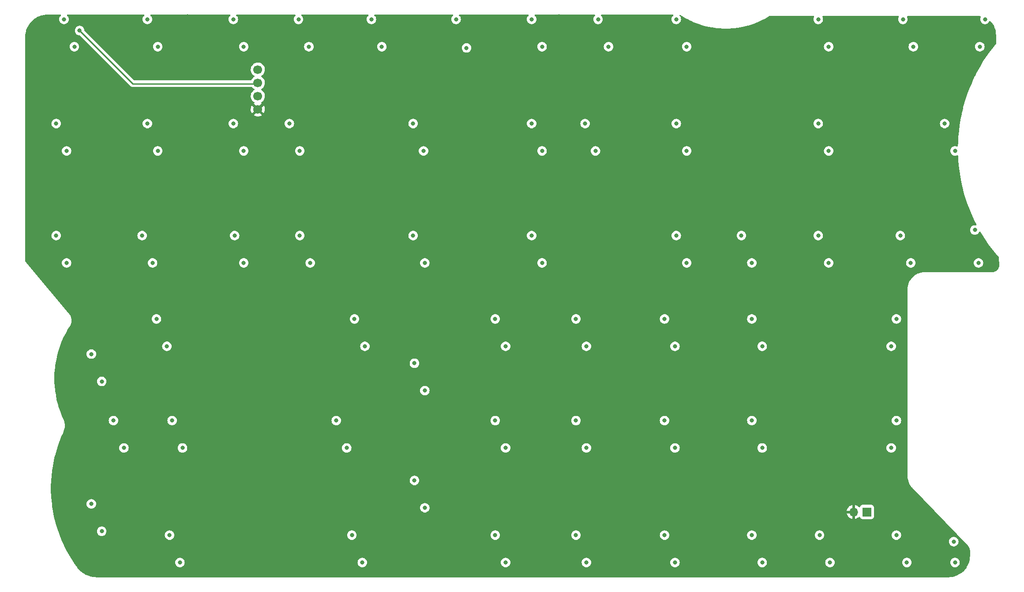
<source format=gbl>
G04 #@! TF.GenerationSoftware,KiCad,Pcbnew,(6.0.6)*
G04 #@! TF.CreationDate,2023-02-02T00:20:53-07:00*
G04 #@! TF.ProjectId,Netflix and Chill LEDs,4e657466-6c69-4782-9061-6e6420436869,1*
G04 #@! TF.SameCoordinates,Original*
G04 #@! TF.FileFunction,Copper,L4,Bot*
G04 #@! TF.FilePolarity,Positive*
%FSLAX46Y46*%
G04 Gerber Fmt 4.6, Leading zero omitted, Abs format (unit mm)*
G04 Created by KiCad (PCBNEW (6.0.6)) date 2023-02-02 00:20:53*
%MOMM*%
%LPD*%
G01*
G04 APERTURE LIST*
G04 #@! TA.AperFunction,ComponentPad*
%ADD10C,1.700000*%
G04 #@! TD*
G04 #@! TA.AperFunction,ComponentPad*
%ADD11R,1.700000X1.700000*%
G04 #@! TD*
G04 #@! TA.AperFunction,ComponentPad*
%ADD12O,1.700000X1.700000*%
G04 #@! TD*
G04 #@! TA.AperFunction,ViaPad*
%ADD13C,0.800000*%
G04 #@! TD*
G04 #@! TA.AperFunction,Conductor*
%ADD14C,0.250000*%
G04 #@! TD*
G04 APERTURE END LIST*
D10*
X101200000Y-48400000D03*
X101200000Y-50940000D03*
X101200000Y-53480000D03*
X101200000Y-56020000D03*
D11*
X218100000Y-133300000D03*
D12*
X215560000Y-133300000D03*
D13*
X67000000Y-40900000D03*
X181500000Y-58750000D03*
X225750000Y-143000000D03*
X96750000Y-80250000D03*
X211000000Y-143000000D03*
X84750000Y-115750000D03*
X119750000Y-96250000D03*
X155750000Y-64000000D03*
X164250000Y-101500000D03*
X107250000Y-58750000D03*
X238805853Y-79173837D03*
X96500000Y-38750000D03*
X109250000Y-64000000D03*
X208750000Y-38750000D03*
X109000000Y-38750000D03*
X83750000Y-101500000D03*
X210750000Y-44000000D03*
X209000000Y-137750000D03*
X141250000Y-44250000D03*
X226500000Y-85500000D03*
X225000000Y-38750000D03*
X227000000Y-44000000D03*
X69250000Y-131750000D03*
X80000000Y-38750000D03*
X81750000Y-96250000D03*
X81000000Y-85500000D03*
X86250000Y-143000000D03*
X234750000Y-139000000D03*
X196000000Y-96250000D03*
X139250000Y-38750000D03*
X181250000Y-101500000D03*
X181250000Y-121000000D03*
X224500000Y-80250000D03*
X223750000Y-96250000D03*
X146750000Y-96250000D03*
X210750000Y-85500000D03*
X239750000Y-44000000D03*
X111000000Y-44000000D03*
X183500000Y-44000000D03*
X121750000Y-101500000D03*
X146750000Y-137750000D03*
X223750000Y-115750000D03*
X131250000Y-104750000D03*
X233000000Y-58750000D03*
X198000000Y-121000000D03*
X98500000Y-85500000D03*
X96500000Y-58750000D03*
X162250000Y-137750000D03*
X133000000Y-64000000D03*
X62500000Y-80250000D03*
X133250000Y-132500000D03*
X208750000Y-58750000D03*
X179250000Y-115750000D03*
X198000000Y-101500000D03*
X116250000Y-115750000D03*
X210750000Y-64000000D03*
X82000000Y-44000000D03*
X133250000Y-110000000D03*
X71250000Y-137000000D03*
X73500000Y-115750000D03*
X123000000Y-38750000D03*
X131000000Y-58750000D03*
X162250000Y-115750000D03*
X131000000Y-80250000D03*
X181500000Y-38750000D03*
X179250000Y-137750000D03*
X69250000Y-103000000D03*
X164000000Y-58750000D03*
X98500000Y-64000000D03*
X84250000Y-137750000D03*
X194000000Y-80250000D03*
X223750000Y-137750000D03*
X121250000Y-143000000D03*
X164250000Y-121000000D03*
X109250000Y-80250000D03*
X64000000Y-38750000D03*
X179250000Y-96250000D03*
X164250000Y-143000000D03*
X80000000Y-58750000D03*
X181500000Y-80250000D03*
X168500000Y-44000000D03*
X133250000Y-85500000D03*
X71250000Y-108250000D03*
X222750000Y-101500000D03*
X208750000Y-80250000D03*
X98500000Y-44000000D03*
X64500000Y-64000000D03*
X75500000Y-121000000D03*
X235000000Y-143000000D03*
X79000000Y-80250000D03*
X62500000Y-58750000D03*
X235000000Y-64000000D03*
X131250000Y-127250000D03*
X181250000Y-143000000D03*
X148750000Y-143000000D03*
X222750000Y-121000000D03*
X148750000Y-101500000D03*
X153750000Y-58750000D03*
X146750000Y-115750000D03*
X196000000Y-115750000D03*
X111250000Y-85500000D03*
X162250000Y-96250000D03*
X166000000Y-64000000D03*
X183500000Y-85500000D03*
X118250000Y-121000000D03*
X166500000Y-38750000D03*
X148750000Y-121000000D03*
X125000000Y-44000000D03*
X119250000Y-137750000D03*
X66000000Y-44000000D03*
X198000000Y-143000000D03*
X196000000Y-85500000D03*
X239500000Y-85500000D03*
X155750000Y-85500000D03*
X64500000Y-85500000D03*
X153750000Y-38750000D03*
X155750000Y-44000000D03*
X240750000Y-38750000D03*
X153750000Y-80250000D03*
X86750000Y-121000000D03*
X82000000Y-64000000D03*
X183500000Y-64000000D03*
X196000000Y-137750000D03*
X98925000Y-136675000D03*
X164175000Y-114675000D03*
X213325000Y-79175000D03*
X87700000Y-38200000D03*
X159000000Y-38200000D03*
X164075000Y-136675000D03*
X213950000Y-39750000D03*
X213200000Y-95200000D03*
X98775000Y-79175000D03*
X99525000Y-95175000D03*
X98900000Y-129400000D03*
X163700000Y-79000000D03*
X98825000Y-114675000D03*
X214075000Y-57675000D03*
X99200000Y-104900000D03*
X98625000Y-57675000D03*
X164325000Y-95175000D03*
X165475000Y-57675000D03*
X213800000Y-114700000D03*
D14*
X77200000Y-51100000D02*
X100940000Y-51100000D01*
X100940000Y-51100000D02*
X101300000Y-50740000D01*
X67000000Y-40900000D02*
X77200000Y-51100000D01*
G04 #@! TA.AperFunction,Conductor*
G36*
X63392208Y-37856370D02*
G01*
X63438701Y-37910026D01*
X63448805Y-37980300D01*
X63419311Y-38044880D01*
X63398146Y-38064305D01*
X63394093Y-38067249D01*
X63394088Y-38067254D01*
X63388747Y-38071134D01*
X63384326Y-38076044D01*
X63384325Y-38076045D01*
X63297407Y-38172578D01*
X63260960Y-38213056D01*
X63165473Y-38378444D01*
X63106458Y-38560072D01*
X63086496Y-38750000D01*
X63087186Y-38756565D01*
X63102080Y-38898270D01*
X63106458Y-38939928D01*
X63165473Y-39121556D01*
X63260960Y-39286944D01*
X63265378Y-39291851D01*
X63265379Y-39291852D01*
X63376147Y-39414872D01*
X63388747Y-39428866D01*
X63543248Y-39541118D01*
X63549276Y-39543802D01*
X63549278Y-39543803D01*
X63633422Y-39581266D01*
X63717712Y-39618794D01*
X63811113Y-39638647D01*
X63898056Y-39657128D01*
X63898061Y-39657128D01*
X63904513Y-39658500D01*
X64095487Y-39658500D01*
X64101939Y-39657128D01*
X64101944Y-39657128D01*
X64188887Y-39638647D01*
X64282288Y-39618794D01*
X64366578Y-39581266D01*
X64450722Y-39543803D01*
X64450724Y-39543802D01*
X64456752Y-39541118D01*
X64611253Y-39428866D01*
X64623853Y-39414872D01*
X64734621Y-39291852D01*
X64734622Y-39291851D01*
X64739040Y-39286944D01*
X64834527Y-39121556D01*
X64893542Y-38939928D01*
X64897921Y-38898270D01*
X64912814Y-38756565D01*
X64913504Y-38750000D01*
X64893542Y-38560072D01*
X64834527Y-38378444D01*
X64739040Y-38213056D01*
X64702594Y-38172578D01*
X64615675Y-38076045D01*
X64615674Y-38076044D01*
X64611253Y-38071134D01*
X64605912Y-38067254D01*
X64605907Y-38067249D01*
X64601854Y-38064305D01*
X64558499Y-38008084D01*
X64552422Y-37937348D01*
X64585553Y-37874555D01*
X64647372Y-37839643D01*
X64675913Y-37836368D01*
X79324087Y-37836368D01*
X79392208Y-37856370D01*
X79438701Y-37910026D01*
X79448805Y-37980300D01*
X79419311Y-38044880D01*
X79398146Y-38064305D01*
X79394093Y-38067249D01*
X79394088Y-38067254D01*
X79388747Y-38071134D01*
X79384326Y-38076044D01*
X79384325Y-38076045D01*
X79297407Y-38172578D01*
X79260960Y-38213056D01*
X79165473Y-38378444D01*
X79106458Y-38560072D01*
X79086496Y-38750000D01*
X79087186Y-38756565D01*
X79102080Y-38898270D01*
X79106458Y-38939928D01*
X79165473Y-39121556D01*
X79260960Y-39286944D01*
X79265378Y-39291851D01*
X79265379Y-39291852D01*
X79376147Y-39414872D01*
X79388747Y-39428866D01*
X79543248Y-39541118D01*
X79549276Y-39543802D01*
X79549278Y-39543803D01*
X79633422Y-39581266D01*
X79717712Y-39618794D01*
X79811113Y-39638647D01*
X79898056Y-39657128D01*
X79898061Y-39657128D01*
X79904513Y-39658500D01*
X80095487Y-39658500D01*
X80101939Y-39657128D01*
X80101944Y-39657128D01*
X80188887Y-39638647D01*
X80282288Y-39618794D01*
X80366578Y-39581266D01*
X80450722Y-39543803D01*
X80450724Y-39543802D01*
X80456752Y-39541118D01*
X80611253Y-39428866D01*
X80623853Y-39414872D01*
X80734621Y-39291852D01*
X80734622Y-39291851D01*
X80739040Y-39286944D01*
X80834527Y-39121556D01*
X80893542Y-38939928D01*
X80897921Y-38898270D01*
X80912814Y-38756565D01*
X80913504Y-38750000D01*
X80893542Y-38560072D01*
X80834527Y-38378444D01*
X80739040Y-38213056D01*
X80702594Y-38172578D01*
X80615675Y-38076045D01*
X80615674Y-38076044D01*
X80611253Y-38071134D01*
X80605912Y-38067254D01*
X80605907Y-38067249D01*
X80601854Y-38064305D01*
X80558499Y-38008084D01*
X80552422Y-37937348D01*
X80585553Y-37874555D01*
X80647372Y-37839643D01*
X80675913Y-37836368D01*
X95824087Y-37836368D01*
X95892208Y-37856370D01*
X95938701Y-37910026D01*
X95948805Y-37980300D01*
X95919311Y-38044880D01*
X95898146Y-38064305D01*
X95894093Y-38067249D01*
X95894088Y-38067254D01*
X95888747Y-38071134D01*
X95884326Y-38076044D01*
X95884325Y-38076045D01*
X95797407Y-38172578D01*
X95760960Y-38213056D01*
X95665473Y-38378444D01*
X95606458Y-38560072D01*
X95586496Y-38750000D01*
X95587186Y-38756565D01*
X95602080Y-38898270D01*
X95606458Y-38939928D01*
X95665473Y-39121556D01*
X95760960Y-39286944D01*
X95765378Y-39291851D01*
X95765379Y-39291852D01*
X95876147Y-39414872D01*
X95888747Y-39428866D01*
X96043248Y-39541118D01*
X96049276Y-39543802D01*
X96049278Y-39543803D01*
X96133422Y-39581266D01*
X96217712Y-39618794D01*
X96311113Y-39638647D01*
X96398056Y-39657128D01*
X96398061Y-39657128D01*
X96404513Y-39658500D01*
X96595487Y-39658500D01*
X96601939Y-39657128D01*
X96601944Y-39657128D01*
X96688887Y-39638647D01*
X96782288Y-39618794D01*
X96866578Y-39581266D01*
X96950722Y-39543803D01*
X96950724Y-39543802D01*
X96956752Y-39541118D01*
X97111253Y-39428866D01*
X97123853Y-39414872D01*
X97234621Y-39291852D01*
X97234622Y-39291851D01*
X97239040Y-39286944D01*
X97334527Y-39121556D01*
X97393542Y-38939928D01*
X97397921Y-38898270D01*
X97412814Y-38756565D01*
X97413504Y-38750000D01*
X97393542Y-38560072D01*
X97334527Y-38378444D01*
X97239040Y-38213056D01*
X97202594Y-38172578D01*
X97115675Y-38076045D01*
X97115674Y-38076044D01*
X97111253Y-38071134D01*
X97105912Y-38067254D01*
X97105907Y-38067249D01*
X97101854Y-38064305D01*
X97058499Y-38008084D01*
X97052422Y-37937348D01*
X97085553Y-37874555D01*
X97147372Y-37839643D01*
X97175913Y-37836368D01*
X108324087Y-37836368D01*
X108392208Y-37856370D01*
X108438701Y-37910026D01*
X108448805Y-37980300D01*
X108419311Y-38044880D01*
X108398146Y-38064305D01*
X108394093Y-38067249D01*
X108394088Y-38067254D01*
X108388747Y-38071134D01*
X108384326Y-38076044D01*
X108384325Y-38076045D01*
X108297407Y-38172578D01*
X108260960Y-38213056D01*
X108165473Y-38378444D01*
X108106458Y-38560072D01*
X108086496Y-38750000D01*
X108087186Y-38756565D01*
X108102080Y-38898270D01*
X108106458Y-38939928D01*
X108165473Y-39121556D01*
X108260960Y-39286944D01*
X108265378Y-39291851D01*
X108265379Y-39291852D01*
X108376147Y-39414872D01*
X108388747Y-39428866D01*
X108543248Y-39541118D01*
X108549276Y-39543802D01*
X108549278Y-39543803D01*
X108633422Y-39581266D01*
X108717712Y-39618794D01*
X108811113Y-39638647D01*
X108898056Y-39657128D01*
X108898061Y-39657128D01*
X108904513Y-39658500D01*
X109095487Y-39658500D01*
X109101939Y-39657128D01*
X109101944Y-39657128D01*
X109188887Y-39638647D01*
X109282288Y-39618794D01*
X109366578Y-39581266D01*
X109450722Y-39543803D01*
X109450724Y-39543802D01*
X109456752Y-39541118D01*
X109611253Y-39428866D01*
X109623853Y-39414872D01*
X109734621Y-39291852D01*
X109734622Y-39291851D01*
X109739040Y-39286944D01*
X109834527Y-39121556D01*
X109893542Y-38939928D01*
X109897921Y-38898270D01*
X109912814Y-38756565D01*
X109913504Y-38750000D01*
X109893542Y-38560072D01*
X109834527Y-38378444D01*
X109739040Y-38213056D01*
X109702594Y-38172578D01*
X109615675Y-38076045D01*
X109615674Y-38076044D01*
X109611253Y-38071134D01*
X109605912Y-38067254D01*
X109605907Y-38067249D01*
X109601854Y-38064305D01*
X109558499Y-38008084D01*
X109552422Y-37937348D01*
X109585553Y-37874555D01*
X109647372Y-37839643D01*
X109675913Y-37836368D01*
X122324087Y-37836368D01*
X122392208Y-37856370D01*
X122438701Y-37910026D01*
X122448805Y-37980300D01*
X122419311Y-38044880D01*
X122398146Y-38064305D01*
X122394093Y-38067249D01*
X122394088Y-38067254D01*
X122388747Y-38071134D01*
X122384326Y-38076044D01*
X122384325Y-38076045D01*
X122297407Y-38172578D01*
X122260960Y-38213056D01*
X122165473Y-38378444D01*
X122106458Y-38560072D01*
X122086496Y-38750000D01*
X122087186Y-38756565D01*
X122102080Y-38898270D01*
X122106458Y-38939928D01*
X122165473Y-39121556D01*
X122260960Y-39286944D01*
X122265378Y-39291851D01*
X122265379Y-39291852D01*
X122376147Y-39414872D01*
X122388747Y-39428866D01*
X122543248Y-39541118D01*
X122549276Y-39543802D01*
X122549278Y-39543803D01*
X122633422Y-39581266D01*
X122717712Y-39618794D01*
X122811113Y-39638647D01*
X122898056Y-39657128D01*
X122898061Y-39657128D01*
X122904513Y-39658500D01*
X123095487Y-39658500D01*
X123101939Y-39657128D01*
X123101944Y-39657128D01*
X123188887Y-39638647D01*
X123282288Y-39618794D01*
X123366578Y-39581266D01*
X123450722Y-39543803D01*
X123450724Y-39543802D01*
X123456752Y-39541118D01*
X123611253Y-39428866D01*
X123623853Y-39414872D01*
X123734621Y-39291852D01*
X123734622Y-39291851D01*
X123739040Y-39286944D01*
X123834527Y-39121556D01*
X123893542Y-38939928D01*
X123897921Y-38898270D01*
X123912814Y-38756565D01*
X123913504Y-38750000D01*
X123893542Y-38560072D01*
X123834527Y-38378444D01*
X123739040Y-38213056D01*
X123702594Y-38172578D01*
X123615675Y-38076045D01*
X123615674Y-38076044D01*
X123611253Y-38071134D01*
X123605912Y-38067254D01*
X123605907Y-38067249D01*
X123601854Y-38064305D01*
X123558499Y-38008084D01*
X123552422Y-37937348D01*
X123585553Y-37874555D01*
X123647372Y-37839643D01*
X123675913Y-37836368D01*
X138574087Y-37836368D01*
X138642208Y-37856370D01*
X138688701Y-37910026D01*
X138698805Y-37980300D01*
X138669311Y-38044880D01*
X138648146Y-38064305D01*
X138644093Y-38067249D01*
X138644088Y-38067254D01*
X138638747Y-38071134D01*
X138634326Y-38076044D01*
X138634325Y-38076045D01*
X138547407Y-38172578D01*
X138510960Y-38213056D01*
X138415473Y-38378444D01*
X138356458Y-38560072D01*
X138336496Y-38750000D01*
X138337186Y-38756565D01*
X138352080Y-38898270D01*
X138356458Y-38939928D01*
X138415473Y-39121556D01*
X138510960Y-39286944D01*
X138515378Y-39291851D01*
X138515379Y-39291852D01*
X138626147Y-39414872D01*
X138638747Y-39428866D01*
X138793248Y-39541118D01*
X138799276Y-39543802D01*
X138799278Y-39543803D01*
X138883422Y-39581266D01*
X138967712Y-39618794D01*
X139061113Y-39638647D01*
X139148056Y-39657128D01*
X139148061Y-39657128D01*
X139154513Y-39658500D01*
X139345487Y-39658500D01*
X139351939Y-39657128D01*
X139351944Y-39657128D01*
X139438887Y-39638647D01*
X139532288Y-39618794D01*
X139616578Y-39581266D01*
X139700722Y-39543803D01*
X139700724Y-39543802D01*
X139706752Y-39541118D01*
X139861253Y-39428866D01*
X139873853Y-39414872D01*
X139984621Y-39291852D01*
X139984622Y-39291851D01*
X139989040Y-39286944D01*
X140084527Y-39121556D01*
X140143542Y-38939928D01*
X140147921Y-38898270D01*
X140162814Y-38756565D01*
X140163504Y-38750000D01*
X140143542Y-38560072D01*
X140084527Y-38378444D01*
X139989040Y-38213056D01*
X139952594Y-38172578D01*
X139865675Y-38076045D01*
X139865674Y-38076044D01*
X139861253Y-38071134D01*
X139855912Y-38067254D01*
X139855907Y-38067249D01*
X139851854Y-38064305D01*
X139808499Y-38008084D01*
X139802422Y-37937348D01*
X139835553Y-37874555D01*
X139897372Y-37839643D01*
X139925913Y-37836368D01*
X153074087Y-37836368D01*
X153142208Y-37856370D01*
X153188701Y-37910026D01*
X153198805Y-37980300D01*
X153169311Y-38044880D01*
X153148146Y-38064305D01*
X153144093Y-38067249D01*
X153144088Y-38067254D01*
X153138747Y-38071134D01*
X153134326Y-38076044D01*
X153134325Y-38076045D01*
X153047407Y-38172578D01*
X153010960Y-38213056D01*
X152915473Y-38378444D01*
X152856458Y-38560072D01*
X152836496Y-38750000D01*
X152837186Y-38756565D01*
X152852080Y-38898270D01*
X152856458Y-38939928D01*
X152915473Y-39121556D01*
X153010960Y-39286944D01*
X153015378Y-39291851D01*
X153015379Y-39291852D01*
X153126147Y-39414872D01*
X153138747Y-39428866D01*
X153293248Y-39541118D01*
X153299276Y-39543802D01*
X153299278Y-39543803D01*
X153383422Y-39581266D01*
X153467712Y-39618794D01*
X153561113Y-39638647D01*
X153648056Y-39657128D01*
X153648061Y-39657128D01*
X153654513Y-39658500D01*
X153845487Y-39658500D01*
X153851939Y-39657128D01*
X153851944Y-39657128D01*
X153938887Y-39638647D01*
X154032288Y-39618794D01*
X154116578Y-39581266D01*
X154200722Y-39543803D01*
X154200724Y-39543802D01*
X154206752Y-39541118D01*
X154361253Y-39428866D01*
X154373853Y-39414872D01*
X154484621Y-39291852D01*
X154484622Y-39291851D01*
X154489040Y-39286944D01*
X154584527Y-39121556D01*
X154643542Y-38939928D01*
X154647921Y-38898270D01*
X154662814Y-38756565D01*
X154663504Y-38750000D01*
X154643542Y-38560072D01*
X154584527Y-38378444D01*
X154489040Y-38213056D01*
X154452594Y-38172578D01*
X154365675Y-38076045D01*
X154365674Y-38076044D01*
X154361253Y-38071134D01*
X154355912Y-38067254D01*
X154355907Y-38067249D01*
X154351854Y-38064305D01*
X154308499Y-38008084D01*
X154302422Y-37937348D01*
X154335553Y-37874555D01*
X154397372Y-37839643D01*
X154425913Y-37836368D01*
X165824087Y-37836368D01*
X165892208Y-37856370D01*
X165938701Y-37910026D01*
X165948805Y-37980300D01*
X165919311Y-38044880D01*
X165898146Y-38064305D01*
X165894093Y-38067249D01*
X165894088Y-38067254D01*
X165888747Y-38071134D01*
X165884326Y-38076044D01*
X165884325Y-38076045D01*
X165797407Y-38172578D01*
X165760960Y-38213056D01*
X165665473Y-38378444D01*
X165606458Y-38560072D01*
X165586496Y-38750000D01*
X165587186Y-38756565D01*
X165602080Y-38898270D01*
X165606458Y-38939928D01*
X165665473Y-39121556D01*
X165760960Y-39286944D01*
X165765378Y-39291851D01*
X165765379Y-39291852D01*
X165876147Y-39414872D01*
X165888747Y-39428866D01*
X166043248Y-39541118D01*
X166049276Y-39543802D01*
X166049278Y-39543803D01*
X166133422Y-39581266D01*
X166217712Y-39618794D01*
X166311113Y-39638647D01*
X166398056Y-39657128D01*
X166398061Y-39657128D01*
X166404513Y-39658500D01*
X166595487Y-39658500D01*
X166601939Y-39657128D01*
X166601944Y-39657128D01*
X166688887Y-39638647D01*
X166782288Y-39618794D01*
X166866578Y-39581266D01*
X166950722Y-39543803D01*
X166950724Y-39543802D01*
X166956752Y-39541118D01*
X167111253Y-39428866D01*
X167123853Y-39414872D01*
X167234621Y-39291852D01*
X167234622Y-39291851D01*
X167239040Y-39286944D01*
X167334527Y-39121556D01*
X167393542Y-38939928D01*
X167397921Y-38898270D01*
X167412814Y-38756565D01*
X167413504Y-38750000D01*
X167393542Y-38560072D01*
X167334527Y-38378444D01*
X167239040Y-38213056D01*
X167202594Y-38172578D01*
X167115675Y-38076045D01*
X167115674Y-38076044D01*
X167111253Y-38071134D01*
X167105912Y-38067254D01*
X167105907Y-38067249D01*
X167101854Y-38064305D01*
X167058499Y-38008084D01*
X167052422Y-37937348D01*
X167085553Y-37874555D01*
X167147372Y-37839643D01*
X167175913Y-37836368D01*
X180824087Y-37836368D01*
X180892208Y-37856370D01*
X180938701Y-37910026D01*
X180948805Y-37980300D01*
X180919311Y-38044880D01*
X180898146Y-38064305D01*
X180894093Y-38067249D01*
X180894088Y-38067254D01*
X180888747Y-38071134D01*
X180884326Y-38076044D01*
X180884325Y-38076045D01*
X180797407Y-38172578D01*
X180760960Y-38213056D01*
X180665473Y-38378444D01*
X180606458Y-38560072D01*
X180586496Y-38750000D01*
X180587186Y-38756565D01*
X180602080Y-38898270D01*
X180606458Y-38939928D01*
X180665473Y-39121556D01*
X180760960Y-39286944D01*
X180765378Y-39291851D01*
X180765379Y-39291852D01*
X180876147Y-39414872D01*
X180888747Y-39428866D01*
X181043248Y-39541118D01*
X181049276Y-39543802D01*
X181049278Y-39543803D01*
X181133422Y-39581266D01*
X181217712Y-39618794D01*
X181311113Y-39638647D01*
X181398056Y-39657128D01*
X181398061Y-39657128D01*
X181404513Y-39658500D01*
X181595487Y-39658500D01*
X181601939Y-39657128D01*
X181601944Y-39657128D01*
X181688887Y-39638647D01*
X181782288Y-39618794D01*
X181866578Y-39581266D01*
X181950722Y-39543803D01*
X181950724Y-39543802D01*
X181956752Y-39541118D01*
X182111253Y-39428866D01*
X182123853Y-39414872D01*
X182234621Y-39291852D01*
X182234622Y-39291851D01*
X182239040Y-39286944D01*
X182334527Y-39121556D01*
X182393542Y-38939928D01*
X182397921Y-38898270D01*
X182412814Y-38756565D01*
X182413504Y-38750000D01*
X182393542Y-38560072D01*
X182334527Y-38378444D01*
X182239040Y-38213056D01*
X182133209Y-38095518D01*
X182102492Y-38031511D01*
X182111257Y-37961058D01*
X182156720Y-37906527D01*
X182224448Y-37885232D01*
X182295713Y-37905696D01*
X182704603Y-38172578D01*
X182705922Y-38173350D01*
X182705929Y-38173354D01*
X182926222Y-38302235D01*
X183370955Y-38562424D01*
X183372305Y-38563127D01*
X183372313Y-38563132D01*
X183818536Y-38795684D01*
X184055574Y-38919218D01*
X184056974Y-38919863D01*
X184056987Y-38919869D01*
X184526572Y-39136088D01*
X184756822Y-39242106D01*
X184758244Y-39242678D01*
X184758262Y-39242686D01*
X185471603Y-39529747D01*
X185471611Y-39529750D01*
X185473020Y-39530317D01*
X186202455Y-39783159D01*
X186943382Y-40000028D01*
X187694028Y-40180406D01*
X187695523Y-40180689D01*
X187695529Y-40180690D01*
X188451077Y-40323573D01*
X188451095Y-40323576D01*
X188452597Y-40323860D01*
X188454144Y-40324075D01*
X188454145Y-40324075D01*
X189215744Y-40429836D01*
X189215752Y-40429837D01*
X189217272Y-40430048D01*
X189218786Y-40430183D01*
X189218793Y-40430184D01*
X189984709Y-40498580D01*
X189984728Y-40498581D01*
X189986226Y-40498715D01*
X189987757Y-40498777D01*
X189987765Y-40498777D01*
X190417870Y-40516051D01*
X190757618Y-40529697D01*
X190759133Y-40529684D01*
X190759152Y-40529684D01*
X191133096Y-40526400D01*
X191529602Y-40522919D01*
X192300331Y-40478399D01*
X192301883Y-40478233D01*
X192301894Y-40478232D01*
X192735524Y-40431822D01*
X193067961Y-40396242D01*
X193243130Y-40368774D01*
X193829145Y-40276882D01*
X193829160Y-40276879D01*
X193830654Y-40276645D01*
X193832149Y-40276335D01*
X193832160Y-40276333D01*
X194585070Y-40120210D01*
X194585087Y-40120206D01*
X194586587Y-40119895D01*
X195195305Y-39962268D01*
X195332468Y-39926750D01*
X195332477Y-39926747D01*
X195333950Y-39926366D01*
X195604483Y-39841997D01*
X196069492Y-39696979D01*
X196069508Y-39696974D01*
X196070956Y-39696522D01*
X196178468Y-39657128D01*
X196716203Y-39460092D01*
X196795839Y-39430912D01*
X197197187Y-39261156D01*
X197505468Y-39130764D01*
X197505477Y-39130760D01*
X197506867Y-39130172D01*
X197508237Y-39129512D01*
X197508252Y-39129505D01*
X198200962Y-38795684D01*
X198202338Y-38795021D01*
X198411986Y-38681037D01*
X198879227Y-38427002D01*
X198879245Y-38426992D01*
X198880587Y-38426262D01*
X198881906Y-38425459D01*
X198881918Y-38425452D01*
X199383683Y-38119947D01*
X199449209Y-38101568D01*
X207857089Y-38101568D01*
X207925210Y-38121570D01*
X207971703Y-38175226D01*
X207981807Y-38245500D01*
X207966208Y-38290568D01*
X207959472Y-38302235D01*
X207915473Y-38378444D01*
X207856458Y-38560072D01*
X207836496Y-38750000D01*
X207837186Y-38756565D01*
X207852080Y-38898270D01*
X207856458Y-38939928D01*
X207915473Y-39121556D01*
X208010960Y-39286944D01*
X208015378Y-39291851D01*
X208015379Y-39291852D01*
X208126147Y-39414872D01*
X208138747Y-39428866D01*
X208293248Y-39541118D01*
X208299276Y-39543802D01*
X208299278Y-39543803D01*
X208383422Y-39581266D01*
X208467712Y-39618794D01*
X208561113Y-39638647D01*
X208648056Y-39657128D01*
X208648061Y-39657128D01*
X208654513Y-39658500D01*
X208845487Y-39658500D01*
X208851939Y-39657128D01*
X208851944Y-39657128D01*
X208938887Y-39638647D01*
X209032288Y-39618794D01*
X209116578Y-39581266D01*
X209200722Y-39543803D01*
X209200724Y-39543802D01*
X209206752Y-39541118D01*
X209361253Y-39428866D01*
X209373853Y-39414872D01*
X209484621Y-39291852D01*
X209484622Y-39291851D01*
X209489040Y-39286944D01*
X209584527Y-39121556D01*
X209643542Y-38939928D01*
X209647921Y-38898270D01*
X209662814Y-38756565D01*
X209663504Y-38750000D01*
X209643542Y-38560072D01*
X209584527Y-38378444D01*
X209540528Y-38302235D01*
X209533792Y-38290568D01*
X209517054Y-38221572D01*
X209540275Y-38154481D01*
X209596082Y-38110594D01*
X209642911Y-38101568D01*
X224107089Y-38101568D01*
X224175210Y-38121570D01*
X224221703Y-38175226D01*
X224231807Y-38245500D01*
X224216208Y-38290568D01*
X224209472Y-38302235D01*
X224165473Y-38378444D01*
X224106458Y-38560072D01*
X224086496Y-38750000D01*
X224087186Y-38756565D01*
X224102080Y-38898270D01*
X224106458Y-38939928D01*
X224165473Y-39121556D01*
X224260960Y-39286944D01*
X224265378Y-39291851D01*
X224265379Y-39291852D01*
X224376147Y-39414872D01*
X224388747Y-39428866D01*
X224543248Y-39541118D01*
X224549276Y-39543802D01*
X224549278Y-39543803D01*
X224633422Y-39581266D01*
X224717712Y-39618794D01*
X224811113Y-39638647D01*
X224898056Y-39657128D01*
X224898061Y-39657128D01*
X224904513Y-39658500D01*
X225095487Y-39658500D01*
X225101939Y-39657128D01*
X225101944Y-39657128D01*
X225188887Y-39638647D01*
X225282288Y-39618794D01*
X225366578Y-39581266D01*
X225450722Y-39543803D01*
X225450724Y-39543802D01*
X225456752Y-39541118D01*
X225611253Y-39428866D01*
X225623853Y-39414872D01*
X225734621Y-39291852D01*
X225734622Y-39291851D01*
X225739040Y-39286944D01*
X225834527Y-39121556D01*
X225893542Y-38939928D01*
X225897921Y-38898270D01*
X225912814Y-38756565D01*
X225913504Y-38750000D01*
X225893542Y-38560072D01*
X225834527Y-38378444D01*
X225790528Y-38302235D01*
X225783792Y-38290568D01*
X225767054Y-38221572D01*
X225790275Y-38154481D01*
X225846082Y-38110594D01*
X225892911Y-38101568D01*
X239316883Y-38101568D01*
X239336623Y-38103124D01*
X239359828Y-38106805D01*
X239368735Y-38105666D01*
X239368736Y-38105666D01*
X239373321Y-38105080D01*
X239379199Y-38104328D01*
X239401711Y-38103479D01*
X239528595Y-38110065D01*
X239702748Y-38119105D01*
X239715027Y-38120348D01*
X239853778Y-38141297D01*
X239918149Y-38171245D01*
X239956110Y-38231240D01*
X239955610Y-38302235D01*
X239944086Y-38328885D01*
X239915473Y-38378444D01*
X239856458Y-38560072D01*
X239836496Y-38750000D01*
X239837186Y-38756565D01*
X239852080Y-38898270D01*
X239856458Y-38939928D01*
X239915473Y-39121556D01*
X240010960Y-39286944D01*
X240015378Y-39291851D01*
X240015379Y-39291852D01*
X240126147Y-39414872D01*
X240138747Y-39428866D01*
X240293248Y-39541118D01*
X240299276Y-39543802D01*
X240299278Y-39543803D01*
X240383422Y-39581266D01*
X240467712Y-39618794D01*
X240561113Y-39638647D01*
X240648056Y-39657128D01*
X240648061Y-39657128D01*
X240654513Y-39658500D01*
X240845487Y-39658500D01*
X240851939Y-39657128D01*
X240851944Y-39657128D01*
X240938887Y-39638647D01*
X241032288Y-39618794D01*
X241116578Y-39581266D01*
X241200722Y-39543803D01*
X241200724Y-39543802D01*
X241206752Y-39541118D01*
X241361253Y-39428866D01*
X241373853Y-39414872D01*
X241484621Y-39291852D01*
X241484622Y-39291851D01*
X241489040Y-39286944D01*
X241584527Y-39121556D01*
X241584599Y-39121598D01*
X241628803Y-39069593D01*
X241696731Y-39048945D01*
X241765039Y-39068299D01*
X241782682Y-39081704D01*
X241832895Y-39127353D01*
X241841605Y-39136088D01*
X242063497Y-39381567D01*
X242071315Y-39391118D01*
X242100757Y-39430912D01*
X242240779Y-39620166D01*
X242268124Y-39657126D01*
X242274966Y-39667391D01*
X242292662Y-39696979D01*
X242444804Y-39951378D01*
X242450613Y-39962268D01*
X242591856Y-40261519D01*
X242596571Y-40272925D01*
X242597984Y-40276882D01*
X242687819Y-40528444D01*
X242707854Y-40584549D01*
X242711430Y-40596362D01*
X242791689Y-40917374D01*
X242794093Y-40929480D01*
X242842562Y-41256812D01*
X242843769Y-41269087D01*
X242857762Y-41554394D01*
X242858172Y-41562752D01*
X242856823Y-41588307D01*
X242855081Y-41599496D01*
X242856245Y-41608397D01*
X242856245Y-41608401D01*
X242859558Y-41633732D01*
X242860622Y-41650070D01*
X242860622Y-43405762D01*
X242840620Y-43473883D01*
X242832405Y-43485226D01*
X242285385Y-44158347D01*
X242285370Y-44158367D01*
X242284694Y-44159198D01*
X241622570Y-45034484D01*
X240991289Y-45932270D01*
X240990684Y-45933198D01*
X240392200Y-46850573D01*
X240392186Y-46850595D01*
X240391616Y-46851469D01*
X239824275Y-47790969D01*
X239823726Y-47791954D01*
X239321506Y-48693023D01*
X239289954Y-48749632D01*
X239289443Y-48750629D01*
X238804504Y-49696638D01*
X238789299Y-49726299D01*
X238322915Y-50719789D01*
X238201697Y-51003240D01*
X237903214Y-51701199D01*
X237891368Y-51728898D01*
X237890983Y-51729893D01*
X237890980Y-51729900D01*
X237651798Y-52347800D01*
X237495179Y-52752406D01*
X237134828Y-53789075D01*
X237134515Y-53790089D01*
X237134510Y-53790103D01*
X236929342Y-54453938D01*
X236810750Y-54837650D01*
X236810471Y-54838677D01*
X236810469Y-54838685D01*
X236588842Y-55655461D01*
X236523339Y-55896861D01*
X236428207Y-56302834D01*
X236316903Y-56777823D01*
X236272941Y-56965428D01*
X236272723Y-56966528D01*
X236272722Y-56966534D01*
X236075554Y-57962763D01*
X236059860Y-58042058D01*
X235884353Y-59125447D01*
X235746633Y-60214285D01*
X235646866Y-61307254D01*
X235585174Y-62403032D01*
X235585151Y-62404113D01*
X235570898Y-63068396D01*
X235549439Y-63136072D01*
X235494799Y-63181403D01*
X235424324Y-63189997D01*
X235393678Y-63180800D01*
X235288319Y-63133891D01*
X235288318Y-63133891D01*
X235282288Y-63131206D01*
X235188888Y-63111353D01*
X235101944Y-63092872D01*
X235101939Y-63092872D01*
X235095487Y-63091500D01*
X234904513Y-63091500D01*
X234898061Y-63092872D01*
X234898056Y-63092872D01*
X234811112Y-63111353D01*
X234717712Y-63131206D01*
X234711682Y-63133891D01*
X234711681Y-63133891D01*
X234549278Y-63206197D01*
X234549276Y-63206198D01*
X234543248Y-63208882D01*
X234388747Y-63321134D01*
X234260960Y-63463056D01*
X234165473Y-63628444D01*
X234106458Y-63810072D01*
X234086496Y-64000000D01*
X234106458Y-64189928D01*
X234165473Y-64371556D01*
X234260960Y-64536944D01*
X234388747Y-64678866D01*
X234543248Y-64791118D01*
X234549276Y-64793802D01*
X234549278Y-64793803D01*
X234585368Y-64809871D01*
X234717712Y-64868794D01*
X234811113Y-64888647D01*
X234898056Y-64907128D01*
X234898061Y-64907128D01*
X234904513Y-64908500D01*
X235095487Y-64908500D01*
X235101939Y-64907128D01*
X235101944Y-64907128D01*
X235188888Y-64888647D01*
X235282288Y-64868794D01*
X235414632Y-64809871D01*
X235484998Y-64800437D01*
X235549295Y-64830543D01*
X235587109Y-64890632D01*
X235591734Y-64918917D01*
X235629059Y-65693950D01*
X235719948Y-66787693D01*
X235848824Y-67877613D01*
X236015529Y-68962392D01*
X236219862Y-70040716D01*
X236461577Y-71111280D01*
X236740379Y-72172790D01*
X236740684Y-72173805D01*
X236740691Y-72173831D01*
X237055625Y-73222936D01*
X237055933Y-73223962D01*
X237407856Y-74263522D01*
X237408235Y-74264525D01*
X237408241Y-74264542D01*
X237795332Y-75289181D01*
X237795722Y-75290213D01*
X237796135Y-75291201D01*
X237796145Y-75291226D01*
X238121346Y-76069066D01*
X238219062Y-76302792D01*
X238677364Y-77300036D01*
X238677842Y-77300987D01*
X239075809Y-78093109D01*
X239088518Y-78162959D01*
X239061445Y-78228592D01*
X239003187Y-78269168D01*
X238937022Y-78272921D01*
X238907804Y-78266710D01*
X238907795Y-78266709D01*
X238901340Y-78265337D01*
X238710366Y-78265337D01*
X238703914Y-78266709D01*
X238703909Y-78266709D01*
X238616966Y-78285190D01*
X238523565Y-78305043D01*
X238517535Y-78307728D01*
X238517534Y-78307728D01*
X238355131Y-78380034D01*
X238355129Y-78380035D01*
X238349101Y-78382719D01*
X238194600Y-78494971D01*
X238066813Y-78636893D01*
X237971326Y-78802281D01*
X237912311Y-78983909D01*
X237892349Y-79173837D01*
X237912311Y-79363765D01*
X237971326Y-79545393D01*
X237974629Y-79551115D01*
X237974630Y-79551116D01*
X237989023Y-79576045D01*
X238066813Y-79710781D01*
X238194600Y-79852703D01*
X238349101Y-79964955D01*
X238355129Y-79967639D01*
X238355131Y-79967640D01*
X238517534Y-80039946D01*
X238523565Y-80042631D01*
X238605618Y-80060072D01*
X238703909Y-80080965D01*
X238703914Y-80080965D01*
X238710366Y-80082337D01*
X238901340Y-80082337D01*
X238907792Y-80080965D01*
X238907797Y-80080965D01*
X239006088Y-80060072D01*
X239088141Y-80042631D01*
X239094172Y-80039946D01*
X239256575Y-79967640D01*
X239256577Y-79967639D01*
X239262605Y-79964955D01*
X239417106Y-79852703D01*
X239544893Y-79710781D01*
X239622683Y-79576045D01*
X239637077Y-79551115D01*
X239637079Y-79551110D01*
X239640380Y-79545393D01*
X239641963Y-79540522D01*
X239687584Y-79486846D01*
X239755510Y-79466195D01*
X239823819Y-79485546D01*
X239865098Y-79527933D01*
X240120094Y-79958052D01*
X240256288Y-80187780D01*
X240848479Y-81111817D01*
X241472450Y-82014699D01*
X242127446Y-82895332D01*
X242812674Y-83752652D01*
X242966870Y-83932381D01*
X243382631Y-84416989D01*
X243411806Y-84481714D01*
X243412860Y-84493043D01*
X243481155Y-85928278D01*
X243479902Y-85951764D01*
X243479886Y-85953077D01*
X243478509Y-85961945D01*
X243479676Y-85970842D01*
X243480353Y-85976001D01*
X243481038Y-86002228D01*
X243477934Y-86041852D01*
X243468606Y-86160903D01*
X243465520Y-86180433D01*
X243438341Y-86293803D01*
X243422772Y-86358743D01*
X243416669Y-86377544D01*
X243346546Y-86546970D01*
X243337576Y-86564586D01*
X243241804Y-86720956D01*
X243230184Y-86736957D01*
X243111139Y-86876400D01*
X243097158Y-86890387D01*
X242957751Y-87009494D01*
X242941761Y-87021115D01*
X242785429Y-87116946D01*
X242767809Y-87125926D01*
X242598422Y-87196109D01*
X242579618Y-87202221D01*
X242401317Y-87245040D01*
X242381793Y-87248133D01*
X242229758Y-87260102D01*
X242213239Y-87259474D01*
X242213236Y-87259688D01*
X242204267Y-87259579D01*
X242195392Y-87258197D01*
X242163835Y-87262324D01*
X242147496Y-87263388D01*
X229264436Y-87263388D01*
X229243531Y-87261642D01*
X229228472Y-87259108D01*
X229228465Y-87259107D01*
X229223678Y-87258302D01*
X229217479Y-87258226D01*
X229215986Y-87258208D01*
X229215983Y-87258208D01*
X229211126Y-87258149D01*
X229206317Y-87258837D01*
X229201454Y-87259154D01*
X229201452Y-87259129D01*
X229199067Y-87259362D01*
X229122232Y-87263388D01*
X228866436Y-87276792D01*
X228866427Y-87276793D01*
X228863144Y-87276965D01*
X228859893Y-87277480D01*
X228859892Y-87277480D01*
X228522230Y-87330959D01*
X228522224Y-87330960D01*
X228518974Y-87331475D01*
X228182387Y-87421663D01*
X227977226Y-87500418D01*
X227860148Y-87545360D01*
X227860144Y-87545362D01*
X227857072Y-87546541D01*
X227546593Y-87704740D01*
X227254352Y-87894528D01*
X226983550Y-88113824D01*
X226981216Y-88116158D01*
X226739489Y-88357892D01*
X226739481Y-88357901D01*
X226737156Y-88360226D01*
X226517868Y-88631034D01*
X226328089Y-88923281D01*
X226169899Y-89233765D01*
X226045031Y-89559084D01*
X225954854Y-89895673D01*
X225900354Y-90239845D01*
X225900182Y-90243125D01*
X225900182Y-90243127D01*
X225883694Y-90557963D01*
X225882851Y-90565626D01*
X225882858Y-90565627D01*
X225882423Y-90570476D01*
X225881616Y-90575276D01*
X225881463Y-90587828D01*
X225882152Y-90592637D01*
X225882152Y-90592638D01*
X225886349Y-90621936D01*
X225887622Y-90639803D01*
X225887622Y-126330241D01*
X225885877Y-126351135D01*
X225882146Y-126373310D01*
X225881993Y-126385862D01*
X225882894Y-126392150D01*
X225883437Y-126395945D01*
X225884566Y-126407799D01*
X225898421Y-126698320D01*
X225942996Y-127007941D01*
X226016841Y-127311913D01*
X226119285Y-127607476D01*
X226249396Y-127891945D01*
X226405995Y-128162738D01*
X226587659Y-128417395D01*
X226589623Y-128419657D01*
X226768921Y-128626172D01*
X226778052Y-128638048D01*
X226783084Y-128645467D01*
X226786402Y-128649025D01*
X226788334Y-128651098D01*
X226788339Y-128651103D01*
X226791645Y-128654648D01*
X226813696Y-128671972D01*
X226826941Y-128683994D01*
X237439739Y-139791118D01*
X237470739Y-139823562D01*
X237483046Y-139838615D01*
X237492812Y-139852643D01*
X237492816Y-139852647D01*
X237497944Y-139860013D01*
X237504935Y-139865645D01*
X237504938Y-139865648D01*
X237510829Y-139870394D01*
X237528326Y-139887548D01*
X237617312Y-139993653D01*
X237626957Y-140006796D01*
X237715762Y-140145852D01*
X237723632Y-140160136D01*
X237793734Y-140309501D01*
X237799693Y-140324682D01*
X237849912Y-140481839D01*
X237853861Y-140497663D01*
X237883362Y-140660007D01*
X237885233Y-140676207D01*
X237891822Y-140807243D01*
X237890398Y-140831189D01*
X237890324Y-140833951D01*
X237888814Y-140842802D01*
X237889849Y-140851722D01*
X237889849Y-140851723D01*
X237892268Y-140872574D01*
X237893095Y-140888934D01*
X237881389Y-141690777D01*
X237879607Y-141710129D01*
X237877174Y-141724390D01*
X237875664Y-141733241D01*
X237877990Y-141753294D01*
X237878600Y-141775399D01*
X237859513Y-142091500D01*
X237858197Y-142113293D01*
X237856976Y-142124758D01*
X237801216Y-142489122D01*
X237798952Y-142500429D01*
X237710115Y-142858176D01*
X237706827Y-142869227D01*
X237585662Y-143217345D01*
X237581378Y-143228050D01*
X237428885Y-143563659D01*
X237423649Y-143573909D01*
X237255579Y-143868794D01*
X237241122Y-143894160D01*
X237234963Y-143903901D01*
X237191501Y-143966143D01*
X237023921Y-144206129D01*
X237016899Y-144215264D01*
X236991923Y-144244849D01*
X236779117Y-144496927D01*
X236771297Y-144505374D01*
X236508744Y-144764140D01*
X236500178Y-144771842D01*
X236215092Y-145005503D01*
X236205849Y-145012397D01*
X235900584Y-145219026D01*
X235890766Y-145225036D01*
X235567892Y-145402891D01*
X235557556Y-145407983D01*
X235219769Y-145555582D01*
X235209005Y-145559709D01*
X235192015Y-145565347D01*
X234859163Y-145675802D01*
X234848065Y-145678929D01*
X234489073Y-145762555D01*
X234477735Y-145764655D01*
X234112589Y-145815115D01*
X234101107Y-145816169D01*
X233998830Y-145820854D01*
X233770636Y-145831308D01*
X233745484Y-145829939D01*
X233742270Y-145829438D01*
X233742265Y-145829438D01*
X233733396Y-145828057D01*
X233724495Y-145829221D01*
X233724491Y-145829221D01*
X233701684Y-145832204D01*
X233685346Y-145833268D01*
X70357101Y-145833268D01*
X70337716Y-145831768D01*
X70323268Y-145829518D01*
X70323265Y-145829518D01*
X70314396Y-145828137D01*
X70305495Y-145829301D01*
X70305490Y-145829301D01*
X70293672Y-145830847D01*
X70272000Y-145831798D01*
X69914580Y-145816655D01*
X69903952Y-145815753D01*
X69881591Y-145812897D01*
X69518526Y-145766529D01*
X69508016Y-145764731D01*
X69128116Y-145683076D01*
X69117795Y-145680395D01*
X69102756Y-145675802D01*
X68746197Y-145566908D01*
X68736140Y-145563365D01*
X68727018Y-145559710D01*
X68375442Y-145418840D01*
X68365726Y-145414460D01*
X68018557Y-145239947D01*
X68009243Y-145234760D01*
X67983608Y-145219026D01*
X67678091Y-145031513D01*
X67669243Y-145025553D01*
X67356458Y-144795015D01*
X67348147Y-144788328D01*
X67320553Y-144764133D01*
X67291754Y-144738883D01*
X67055993Y-144532166D01*
X67048277Y-144524800D01*
X66778842Y-144244849D01*
X66771776Y-144236856D01*
X66552158Y-143966143D01*
X66538528Y-143945483D01*
X66536101Y-143940875D01*
X66536097Y-143940870D01*
X66531916Y-143932931D01*
X66513635Y-143914050D01*
X66501606Y-143899611D01*
X65954747Y-143133544D01*
X65952003Y-143129539D01*
X65866867Y-143000000D01*
X85336496Y-143000000D01*
X85356458Y-143189928D01*
X85415473Y-143371556D01*
X85510960Y-143536944D01*
X85638747Y-143678866D01*
X85793248Y-143791118D01*
X85799276Y-143793802D01*
X85799278Y-143793803D01*
X85832924Y-143808783D01*
X85967712Y-143868794D01*
X86061112Y-143888647D01*
X86148056Y-143907128D01*
X86148061Y-143907128D01*
X86154513Y-143908500D01*
X86345487Y-143908500D01*
X86351939Y-143907128D01*
X86351944Y-143907128D01*
X86438888Y-143888647D01*
X86532288Y-143868794D01*
X86667076Y-143808783D01*
X86700722Y-143793803D01*
X86700724Y-143793802D01*
X86706752Y-143791118D01*
X86861253Y-143678866D01*
X86989040Y-143536944D01*
X87084527Y-143371556D01*
X87143542Y-143189928D01*
X87163504Y-143000000D01*
X120336496Y-143000000D01*
X120356458Y-143189928D01*
X120415473Y-143371556D01*
X120510960Y-143536944D01*
X120638747Y-143678866D01*
X120793248Y-143791118D01*
X120799276Y-143793802D01*
X120799278Y-143793803D01*
X120832924Y-143808783D01*
X120967712Y-143868794D01*
X121061112Y-143888647D01*
X121148056Y-143907128D01*
X121148061Y-143907128D01*
X121154513Y-143908500D01*
X121345487Y-143908500D01*
X121351939Y-143907128D01*
X121351944Y-143907128D01*
X121438888Y-143888647D01*
X121532288Y-143868794D01*
X121667076Y-143808783D01*
X121700722Y-143793803D01*
X121700724Y-143793802D01*
X121706752Y-143791118D01*
X121861253Y-143678866D01*
X121989040Y-143536944D01*
X122084527Y-143371556D01*
X122143542Y-143189928D01*
X122163504Y-143000000D01*
X147836496Y-143000000D01*
X147856458Y-143189928D01*
X147915473Y-143371556D01*
X148010960Y-143536944D01*
X148138747Y-143678866D01*
X148293248Y-143791118D01*
X148299276Y-143793802D01*
X148299278Y-143793803D01*
X148332924Y-143808783D01*
X148467712Y-143868794D01*
X148561112Y-143888647D01*
X148648056Y-143907128D01*
X148648061Y-143907128D01*
X148654513Y-143908500D01*
X148845487Y-143908500D01*
X148851939Y-143907128D01*
X148851944Y-143907128D01*
X148938888Y-143888647D01*
X149032288Y-143868794D01*
X149167076Y-143808783D01*
X149200722Y-143793803D01*
X149200724Y-143793802D01*
X149206752Y-143791118D01*
X149361253Y-143678866D01*
X149489040Y-143536944D01*
X149584527Y-143371556D01*
X149643542Y-143189928D01*
X149663504Y-143000000D01*
X163336496Y-143000000D01*
X163356458Y-143189928D01*
X163415473Y-143371556D01*
X163510960Y-143536944D01*
X163638747Y-143678866D01*
X163793248Y-143791118D01*
X163799276Y-143793802D01*
X163799278Y-143793803D01*
X163832924Y-143808783D01*
X163967712Y-143868794D01*
X164061112Y-143888647D01*
X164148056Y-143907128D01*
X164148061Y-143907128D01*
X164154513Y-143908500D01*
X164345487Y-143908500D01*
X164351939Y-143907128D01*
X164351944Y-143907128D01*
X164438888Y-143888647D01*
X164532288Y-143868794D01*
X164667076Y-143808783D01*
X164700722Y-143793803D01*
X164700724Y-143793802D01*
X164706752Y-143791118D01*
X164861253Y-143678866D01*
X164989040Y-143536944D01*
X165084527Y-143371556D01*
X165143542Y-143189928D01*
X165163504Y-143000000D01*
X180336496Y-143000000D01*
X180356458Y-143189928D01*
X180415473Y-143371556D01*
X180510960Y-143536944D01*
X180638747Y-143678866D01*
X180793248Y-143791118D01*
X180799276Y-143793802D01*
X180799278Y-143793803D01*
X180832924Y-143808783D01*
X180967712Y-143868794D01*
X181061112Y-143888647D01*
X181148056Y-143907128D01*
X181148061Y-143907128D01*
X181154513Y-143908500D01*
X181345487Y-143908500D01*
X181351939Y-143907128D01*
X181351944Y-143907128D01*
X181438888Y-143888647D01*
X181532288Y-143868794D01*
X181667076Y-143808783D01*
X181700722Y-143793803D01*
X181700724Y-143793802D01*
X181706752Y-143791118D01*
X181861253Y-143678866D01*
X181989040Y-143536944D01*
X182084527Y-143371556D01*
X182143542Y-143189928D01*
X182163504Y-143000000D01*
X197086496Y-143000000D01*
X197106458Y-143189928D01*
X197165473Y-143371556D01*
X197260960Y-143536944D01*
X197388747Y-143678866D01*
X197543248Y-143791118D01*
X197549276Y-143793802D01*
X197549278Y-143793803D01*
X197582924Y-143808783D01*
X197717712Y-143868794D01*
X197811112Y-143888647D01*
X197898056Y-143907128D01*
X197898061Y-143907128D01*
X197904513Y-143908500D01*
X198095487Y-143908500D01*
X198101939Y-143907128D01*
X198101944Y-143907128D01*
X198188888Y-143888647D01*
X198282288Y-143868794D01*
X198417076Y-143808783D01*
X198450722Y-143793803D01*
X198450724Y-143793802D01*
X198456752Y-143791118D01*
X198611253Y-143678866D01*
X198739040Y-143536944D01*
X198834527Y-143371556D01*
X198893542Y-143189928D01*
X198913504Y-143000000D01*
X210086496Y-143000000D01*
X210106458Y-143189928D01*
X210165473Y-143371556D01*
X210260960Y-143536944D01*
X210388747Y-143678866D01*
X210543248Y-143791118D01*
X210549276Y-143793802D01*
X210549278Y-143793803D01*
X210582924Y-143808783D01*
X210717712Y-143868794D01*
X210811112Y-143888647D01*
X210898056Y-143907128D01*
X210898061Y-143907128D01*
X210904513Y-143908500D01*
X211095487Y-143908500D01*
X211101939Y-143907128D01*
X211101944Y-143907128D01*
X211188888Y-143888647D01*
X211282288Y-143868794D01*
X211417076Y-143808783D01*
X211450722Y-143793803D01*
X211450724Y-143793802D01*
X211456752Y-143791118D01*
X211611253Y-143678866D01*
X211739040Y-143536944D01*
X211834527Y-143371556D01*
X211893542Y-143189928D01*
X211913504Y-143000000D01*
X224836496Y-143000000D01*
X224856458Y-143189928D01*
X224915473Y-143371556D01*
X225010960Y-143536944D01*
X225138747Y-143678866D01*
X225293248Y-143791118D01*
X225299276Y-143793802D01*
X225299278Y-143793803D01*
X225332924Y-143808783D01*
X225467712Y-143868794D01*
X225561112Y-143888647D01*
X225648056Y-143907128D01*
X225648061Y-143907128D01*
X225654513Y-143908500D01*
X225845487Y-143908500D01*
X225851939Y-143907128D01*
X225851944Y-143907128D01*
X225938888Y-143888647D01*
X226032288Y-143868794D01*
X226167076Y-143808783D01*
X226200722Y-143793803D01*
X226200724Y-143793802D01*
X226206752Y-143791118D01*
X226361253Y-143678866D01*
X226489040Y-143536944D01*
X226584527Y-143371556D01*
X226643542Y-143189928D01*
X226663504Y-143000000D01*
X234086496Y-143000000D01*
X234106458Y-143189928D01*
X234165473Y-143371556D01*
X234260960Y-143536944D01*
X234388747Y-143678866D01*
X234543248Y-143791118D01*
X234549276Y-143793802D01*
X234549278Y-143793803D01*
X234582924Y-143808783D01*
X234717712Y-143868794D01*
X234811112Y-143888647D01*
X234898056Y-143907128D01*
X234898061Y-143907128D01*
X234904513Y-143908500D01*
X235095487Y-143908500D01*
X235101939Y-143907128D01*
X235101944Y-143907128D01*
X235188888Y-143888647D01*
X235282288Y-143868794D01*
X235417076Y-143808783D01*
X235450722Y-143793803D01*
X235450724Y-143793802D01*
X235456752Y-143791118D01*
X235611253Y-143678866D01*
X235739040Y-143536944D01*
X235834527Y-143371556D01*
X235893542Y-143189928D01*
X235913504Y-143000000D01*
X235904555Y-142914851D01*
X235894232Y-142816635D01*
X235894232Y-142816633D01*
X235893542Y-142810072D01*
X235834527Y-142628444D01*
X235739040Y-142463056D01*
X235611253Y-142321134D01*
X235456752Y-142208882D01*
X235450724Y-142206198D01*
X235450722Y-142206197D01*
X235288319Y-142133891D01*
X235288318Y-142133891D01*
X235282288Y-142131206D01*
X235188887Y-142111353D01*
X235101944Y-142092872D01*
X235101939Y-142092872D01*
X235095487Y-142091500D01*
X234904513Y-142091500D01*
X234898061Y-142092872D01*
X234898056Y-142092872D01*
X234811113Y-142111353D01*
X234717712Y-142131206D01*
X234711682Y-142133891D01*
X234711681Y-142133891D01*
X234549278Y-142206197D01*
X234549276Y-142206198D01*
X234543248Y-142208882D01*
X234388747Y-142321134D01*
X234260960Y-142463056D01*
X234165473Y-142628444D01*
X234106458Y-142810072D01*
X234105768Y-142816633D01*
X234105768Y-142816635D01*
X234095445Y-142914851D01*
X234086496Y-143000000D01*
X226663504Y-143000000D01*
X226654555Y-142914851D01*
X226644232Y-142816635D01*
X226644232Y-142816633D01*
X226643542Y-142810072D01*
X226584527Y-142628444D01*
X226489040Y-142463056D01*
X226361253Y-142321134D01*
X226206752Y-142208882D01*
X226200724Y-142206198D01*
X226200722Y-142206197D01*
X226038319Y-142133891D01*
X226038318Y-142133891D01*
X226032288Y-142131206D01*
X225938887Y-142111353D01*
X225851944Y-142092872D01*
X225851939Y-142092872D01*
X225845487Y-142091500D01*
X225654513Y-142091500D01*
X225648061Y-142092872D01*
X225648056Y-142092872D01*
X225561113Y-142111353D01*
X225467712Y-142131206D01*
X225461682Y-142133891D01*
X225461681Y-142133891D01*
X225299278Y-142206197D01*
X225299276Y-142206198D01*
X225293248Y-142208882D01*
X225138747Y-142321134D01*
X225010960Y-142463056D01*
X224915473Y-142628444D01*
X224856458Y-142810072D01*
X224855768Y-142816633D01*
X224855768Y-142816635D01*
X224845445Y-142914851D01*
X224836496Y-143000000D01*
X211913504Y-143000000D01*
X211904555Y-142914851D01*
X211894232Y-142816635D01*
X211894232Y-142816633D01*
X211893542Y-142810072D01*
X211834527Y-142628444D01*
X211739040Y-142463056D01*
X211611253Y-142321134D01*
X211456752Y-142208882D01*
X211450724Y-142206198D01*
X211450722Y-142206197D01*
X211288319Y-142133891D01*
X211288318Y-142133891D01*
X211282288Y-142131206D01*
X211188887Y-142111353D01*
X211101944Y-142092872D01*
X211101939Y-142092872D01*
X211095487Y-142091500D01*
X210904513Y-142091500D01*
X210898061Y-142092872D01*
X210898056Y-142092872D01*
X210811113Y-142111353D01*
X210717712Y-142131206D01*
X210711682Y-142133891D01*
X210711681Y-142133891D01*
X210549278Y-142206197D01*
X210549276Y-142206198D01*
X210543248Y-142208882D01*
X210388747Y-142321134D01*
X210260960Y-142463056D01*
X210165473Y-142628444D01*
X210106458Y-142810072D01*
X210105768Y-142816633D01*
X210105768Y-142816635D01*
X210095445Y-142914851D01*
X210086496Y-143000000D01*
X198913504Y-143000000D01*
X198904555Y-142914851D01*
X198894232Y-142816635D01*
X198894232Y-142816633D01*
X198893542Y-142810072D01*
X198834527Y-142628444D01*
X198739040Y-142463056D01*
X198611253Y-142321134D01*
X198456752Y-142208882D01*
X198450724Y-142206198D01*
X198450722Y-142206197D01*
X198288319Y-142133891D01*
X198288318Y-142133891D01*
X198282288Y-142131206D01*
X198188887Y-142111353D01*
X198101944Y-142092872D01*
X198101939Y-142092872D01*
X198095487Y-142091500D01*
X197904513Y-142091500D01*
X197898061Y-142092872D01*
X197898056Y-142092872D01*
X197811113Y-142111353D01*
X197717712Y-142131206D01*
X197711682Y-142133891D01*
X197711681Y-142133891D01*
X197549278Y-142206197D01*
X197549276Y-142206198D01*
X197543248Y-142208882D01*
X197388747Y-142321134D01*
X197260960Y-142463056D01*
X197165473Y-142628444D01*
X197106458Y-142810072D01*
X197105768Y-142816633D01*
X197105768Y-142816635D01*
X197095445Y-142914851D01*
X197086496Y-143000000D01*
X182163504Y-143000000D01*
X182154555Y-142914851D01*
X182144232Y-142816635D01*
X182144232Y-142816633D01*
X182143542Y-142810072D01*
X182084527Y-142628444D01*
X181989040Y-142463056D01*
X181861253Y-142321134D01*
X181706752Y-142208882D01*
X181700724Y-142206198D01*
X181700722Y-142206197D01*
X181538319Y-142133891D01*
X181538318Y-142133891D01*
X181532288Y-142131206D01*
X181438887Y-142111353D01*
X181351944Y-142092872D01*
X181351939Y-142092872D01*
X181345487Y-142091500D01*
X181154513Y-142091500D01*
X181148061Y-142092872D01*
X181148056Y-142092872D01*
X181061113Y-142111353D01*
X180967712Y-142131206D01*
X180961682Y-142133891D01*
X180961681Y-142133891D01*
X180799278Y-142206197D01*
X180799276Y-142206198D01*
X180793248Y-142208882D01*
X180638747Y-142321134D01*
X180510960Y-142463056D01*
X180415473Y-142628444D01*
X180356458Y-142810072D01*
X180355768Y-142816633D01*
X180355768Y-142816635D01*
X180345445Y-142914851D01*
X180336496Y-143000000D01*
X165163504Y-143000000D01*
X165154555Y-142914851D01*
X165144232Y-142816635D01*
X165144232Y-142816633D01*
X165143542Y-142810072D01*
X165084527Y-142628444D01*
X164989040Y-142463056D01*
X164861253Y-142321134D01*
X164706752Y-142208882D01*
X164700724Y-142206198D01*
X164700722Y-142206197D01*
X164538319Y-142133891D01*
X164538318Y-142133891D01*
X164532288Y-142131206D01*
X164438887Y-142111353D01*
X164351944Y-142092872D01*
X164351939Y-142092872D01*
X164345487Y-142091500D01*
X164154513Y-142091500D01*
X164148061Y-142092872D01*
X164148056Y-142092872D01*
X164061113Y-142111353D01*
X163967712Y-142131206D01*
X163961682Y-142133891D01*
X163961681Y-142133891D01*
X163799278Y-142206197D01*
X163799276Y-142206198D01*
X163793248Y-142208882D01*
X163638747Y-142321134D01*
X163510960Y-142463056D01*
X163415473Y-142628444D01*
X163356458Y-142810072D01*
X163355768Y-142816633D01*
X163355768Y-142816635D01*
X163345445Y-142914851D01*
X163336496Y-143000000D01*
X149663504Y-143000000D01*
X149654555Y-142914851D01*
X149644232Y-142816635D01*
X149644232Y-142816633D01*
X149643542Y-142810072D01*
X149584527Y-142628444D01*
X149489040Y-142463056D01*
X149361253Y-142321134D01*
X149206752Y-142208882D01*
X149200724Y-142206198D01*
X149200722Y-142206197D01*
X149038319Y-142133891D01*
X149038318Y-142133891D01*
X149032288Y-142131206D01*
X148938887Y-142111353D01*
X148851944Y-142092872D01*
X148851939Y-142092872D01*
X148845487Y-142091500D01*
X148654513Y-142091500D01*
X148648061Y-142092872D01*
X148648056Y-142092872D01*
X148561113Y-142111353D01*
X148467712Y-142131206D01*
X148461682Y-142133891D01*
X148461681Y-142133891D01*
X148299278Y-142206197D01*
X148299276Y-142206198D01*
X148293248Y-142208882D01*
X148138747Y-142321134D01*
X148010960Y-142463056D01*
X147915473Y-142628444D01*
X147856458Y-142810072D01*
X147855768Y-142816633D01*
X147855768Y-142816635D01*
X147845445Y-142914851D01*
X147836496Y-143000000D01*
X122163504Y-143000000D01*
X122154555Y-142914851D01*
X122144232Y-142816635D01*
X122144232Y-142816633D01*
X122143542Y-142810072D01*
X122084527Y-142628444D01*
X121989040Y-142463056D01*
X121861253Y-142321134D01*
X121706752Y-142208882D01*
X121700724Y-142206198D01*
X121700722Y-142206197D01*
X121538319Y-142133891D01*
X121538318Y-142133891D01*
X121532288Y-142131206D01*
X121438887Y-142111353D01*
X121351944Y-142092872D01*
X121351939Y-142092872D01*
X121345487Y-142091500D01*
X121154513Y-142091500D01*
X121148061Y-142092872D01*
X121148056Y-142092872D01*
X121061113Y-142111353D01*
X120967712Y-142131206D01*
X120961682Y-142133891D01*
X120961681Y-142133891D01*
X120799278Y-142206197D01*
X120799276Y-142206198D01*
X120793248Y-142208882D01*
X120638747Y-142321134D01*
X120510960Y-142463056D01*
X120415473Y-142628444D01*
X120356458Y-142810072D01*
X120355768Y-142816633D01*
X120355768Y-142816635D01*
X120345445Y-142914851D01*
X120336496Y-143000000D01*
X87163504Y-143000000D01*
X87154555Y-142914851D01*
X87144232Y-142816635D01*
X87144232Y-142816633D01*
X87143542Y-142810072D01*
X87084527Y-142628444D01*
X86989040Y-142463056D01*
X86861253Y-142321134D01*
X86706752Y-142208882D01*
X86700724Y-142206198D01*
X86700722Y-142206197D01*
X86538319Y-142133891D01*
X86538318Y-142133891D01*
X86532288Y-142131206D01*
X86438887Y-142111353D01*
X86351944Y-142092872D01*
X86351939Y-142092872D01*
X86345487Y-142091500D01*
X86154513Y-142091500D01*
X86148061Y-142092872D01*
X86148056Y-142092872D01*
X86061113Y-142111353D01*
X85967712Y-142131206D01*
X85961682Y-142133891D01*
X85961681Y-142133891D01*
X85799278Y-142206197D01*
X85799276Y-142206198D01*
X85793248Y-142208882D01*
X85638747Y-142321134D01*
X85510960Y-142463056D01*
X85415473Y-142628444D01*
X85356458Y-142810072D01*
X85355768Y-142816633D01*
X85355768Y-142816635D01*
X85345445Y-142914851D01*
X85336496Y-143000000D01*
X65866867Y-143000000D01*
X65415226Y-142312801D01*
X65412638Y-142308694D01*
X64907697Y-141471851D01*
X64905270Y-141467647D01*
X64432950Y-140611995D01*
X64430687Y-140607701D01*
X63991687Y-139734515D01*
X63989590Y-139730137D01*
X63657098Y-139000000D01*
X233836496Y-139000000D01*
X233837186Y-139006565D01*
X233853729Y-139163960D01*
X233856458Y-139189928D01*
X233915473Y-139371556D01*
X234010960Y-139536944D01*
X234138747Y-139678866D01*
X234293248Y-139791118D01*
X234299276Y-139793802D01*
X234299278Y-139793803D01*
X234431436Y-139852643D01*
X234467712Y-139868794D01*
X234555942Y-139887548D01*
X234648056Y-139907128D01*
X234648061Y-139907128D01*
X234654513Y-139908500D01*
X234845487Y-139908500D01*
X234851939Y-139907128D01*
X234851944Y-139907128D01*
X234944058Y-139887548D01*
X235032288Y-139868794D01*
X235068564Y-139852643D01*
X235200722Y-139793803D01*
X235200724Y-139793802D01*
X235206752Y-139791118D01*
X235361253Y-139678866D01*
X235489040Y-139536944D01*
X235584527Y-139371556D01*
X235643542Y-139189928D01*
X235646272Y-139163960D01*
X235662814Y-139006565D01*
X235663504Y-139000000D01*
X235643542Y-138810072D01*
X235584527Y-138628444D01*
X235577406Y-138616109D01*
X235534109Y-138541118D01*
X235489040Y-138463056D01*
X235461752Y-138432749D01*
X235365675Y-138326045D01*
X235365674Y-138326044D01*
X235361253Y-138321134D01*
X235206752Y-138208882D01*
X235200724Y-138206198D01*
X235200722Y-138206197D01*
X235038319Y-138133891D01*
X235038318Y-138133891D01*
X235032288Y-138131206D01*
X234938887Y-138111353D01*
X234851944Y-138092872D01*
X234851939Y-138092872D01*
X234845487Y-138091500D01*
X234654513Y-138091500D01*
X234648061Y-138092872D01*
X234648056Y-138092872D01*
X234561113Y-138111353D01*
X234467712Y-138131206D01*
X234461682Y-138133891D01*
X234461681Y-138133891D01*
X234299278Y-138206197D01*
X234299276Y-138206198D01*
X234293248Y-138208882D01*
X234138747Y-138321134D01*
X234134326Y-138326044D01*
X234134325Y-138326045D01*
X234038249Y-138432749D01*
X234010960Y-138463056D01*
X233965891Y-138541118D01*
X233922595Y-138616109D01*
X233915473Y-138628444D01*
X233856458Y-138810072D01*
X233836496Y-139000000D01*
X63657098Y-139000000D01*
X63584530Y-138840645D01*
X63582604Y-138836189D01*
X63317884Y-138189973D01*
X63212118Y-137931783D01*
X63210366Y-137927260D01*
X62874992Y-137009256D01*
X62873414Y-137004665D01*
X62871911Y-137000000D01*
X70336496Y-137000000D01*
X70337186Y-137006565D01*
X70344489Y-137076045D01*
X70356458Y-137189928D01*
X70415473Y-137371556D01*
X70510960Y-137536944D01*
X70515378Y-137541851D01*
X70515379Y-137541852D01*
X70537694Y-137566635D01*
X70638747Y-137678866D01*
X70793248Y-137791118D01*
X70799276Y-137793802D01*
X70799278Y-137793803D01*
X70961681Y-137866109D01*
X70967712Y-137868794D01*
X71061112Y-137888647D01*
X71148056Y-137907128D01*
X71148061Y-137907128D01*
X71154513Y-137908500D01*
X71345487Y-137908500D01*
X71351939Y-137907128D01*
X71351944Y-137907128D01*
X71438888Y-137888647D01*
X71532288Y-137868794D01*
X71538319Y-137866109D01*
X71700722Y-137793803D01*
X71700724Y-137793802D01*
X71706752Y-137791118D01*
X71763346Y-137750000D01*
X83336496Y-137750000D01*
X83337186Y-137756565D01*
X83355127Y-137927260D01*
X83356458Y-137939928D01*
X83415473Y-138121556D01*
X83418776Y-138127278D01*
X83418777Y-138127279D01*
X83452686Y-138186010D01*
X83510960Y-138286944D01*
X83515378Y-138291851D01*
X83515379Y-138291852D01*
X83634325Y-138423955D01*
X83638747Y-138428866D01*
X83793248Y-138541118D01*
X83799276Y-138543802D01*
X83799278Y-138543803D01*
X83961681Y-138616109D01*
X83967712Y-138618794D01*
X84042680Y-138634729D01*
X84148056Y-138657128D01*
X84148061Y-138657128D01*
X84154513Y-138658500D01*
X84345487Y-138658500D01*
X84351939Y-138657128D01*
X84351944Y-138657128D01*
X84457320Y-138634729D01*
X84532288Y-138618794D01*
X84538319Y-138616109D01*
X84700722Y-138543803D01*
X84700724Y-138543802D01*
X84706752Y-138541118D01*
X84861253Y-138428866D01*
X84865675Y-138423955D01*
X84984621Y-138291852D01*
X84984622Y-138291851D01*
X84989040Y-138286944D01*
X85047314Y-138186010D01*
X85081223Y-138127279D01*
X85081224Y-138127278D01*
X85084527Y-138121556D01*
X85143542Y-137939928D01*
X85144874Y-137927260D01*
X85162814Y-137756565D01*
X85163504Y-137750000D01*
X118336496Y-137750000D01*
X118337186Y-137756565D01*
X118355127Y-137927260D01*
X118356458Y-137939928D01*
X118415473Y-138121556D01*
X118418776Y-138127278D01*
X118418777Y-138127279D01*
X118452686Y-138186010D01*
X118510960Y-138286944D01*
X118515378Y-138291851D01*
X118515379Y-138291852D01*
X118634325Y-138423955D01*
X118638747Y-138428866D01*
X118793248Y-138541118D01*
X118799276Y-138543802D01*
X118799278Y-138543803D01*
X118961681Y-138616109D01*
X118967712Y-138618794D01*
X119042680Y-138634729D01*
X119148056Y-138657128D01*
X119148061Y-138657128D01*
X119154513Y-138658500D01*
X119345487Y-138658500D01*
X119351939Y-138657128D01*
X119351944Y-138657128D01*
X119457320Y-138634729D01*
X119532288Y-138618794D01*
X119538319Y-138616109D01*
X119700722Y-138543803D01*
X119700724Y-138543802D01*
X119706752Y-138541118D01*
X119861253Y-138428866D01*
X119865675Y-138423955D01*
X119984621Y-138291852D01*
X119984622Y-138291851D01*
X119989040Y-138286944D01*
X120047314Y-138186010D01*
X120081223Y-138127279D01*
X120081224Y-138127278D01*
X120084527Y-138121556D01*
X120143542Y-137939928D01*
X120144874Y-137927260D01*
X120162814Y-137756565D01*
X120163504Y-137750000D01*
X145836496Y-137750000D01*
X145837186Y-137756565D01*
X145855127Y-137927260D01*
X145856458Y-137939928D01*
X145915473Y-138121556D01*
X145918776Y-138127278D01*
X145918777Y-138127279D01*
X145952686Y-138186010D01*
X146010960Y-138286944D01*
X146015378Y-138291851D01*
X146015379Y-138291852D01*
X146134325Y-138423955D01*
X146138747Y-138428866D01*
X146293248Y-138541118D01*
X146299276Y-138543802D01*
X146299278Y-138543803D01*
X146461681Y-138616109D01*
X146467712Y-138618794D01*
X146542680Y-138634729D01*
X146648056Y-138657128D01*
X146648061Y-138657128D01*
X146654513Y-138658500D01*
X146845487Y-138658500D01*
X146851939Y-138657128D01*
X146851944Y-138657128D01*
X146957320Y-138634729D01*
X147032288Y-138618794D01*
X147038319Y-138616109D01*
X147200722Y-138543803D01*
X147200724Y-138543802D01*
X147206752Y-138541118D01*
X147361253Y-138428866D01*
X147365675Y-138423955D01*
X147484621Y-138291852D01*
X147484622Y-138291851D01*
X147489040Y-138286944D01*
X147547314Y-138186010D01*
X147581223Y-138127279D01*
X147581224Y-138127278D01*
X147584527Y-138121556D01*
X147643542Y-137939928D01*
X147644874Y-137927260D01*
X147662814Y-137756565D01*
X147663504Y-137750000D01*
X161336496Y-137750000D01*
X161337186Y-137756565D01*
X161355127Y-137927260D01*
X161356458Y-137939928D01*
X161415473Y-138121556D01*
X161418776Y-138127278D01*
X161418777Y-138127279D01*
X161452686Y-138186010D01*
X161510960Y-138286944D01*
X161515378Y-138291851D01*
X161515379Y-138291852D01*
X161634325Y-138423955D01*
X161638747Y-138428866D01*
X161793248Y-138541118D01*
X161799276Y-138543802D01*
X161799278Y-138543803D01*
X161961681Y-138616109D01*
X161967712Y-138618794D01*
X162042680Y-138634729D01*
X162148056Y-138657128D01*
X162148061Y-138657128D01*
X162154513Y-138658500D01*
X162345487Y-138658500D01*
X162351939Y-138657128D01*
X162351944Y-138657128D01*
X162457320Y-138634729D01*
X162532288Y-138618794D01*
X162538319Y-138616109D01*
X162700722Y-138543803D01*
X162700724Y-138543802D01*
X162706752Y-138541118D01*
X162861253Y-138428866D01*
X162865675Y-138423955D01*
X162984621Y-138291852D01*
X162984622Y-138291851D01*
X162989040Y-138286944D01*
X163047314Y-138186010D01*
X163081223Y-138127279D01*
X163081224Y-138127278D01*
X163084527Y-138121556D01*
X163143542Y-137939928D01*
X163144874Y-137927260D01*
X163162814Y-137756565D01*
X163163504Y-137750000D01*
X178336496Y-137750000D01*
X178337186Y-137756565D01*
X178355127Y-137927260D01*
X178356458Y-137939928D01*
X178415473Y-138121556D01*
X178418776Y-138127278D01*
X178418777Y-138127279D01*
X178452686Y-138186010D01*
X178510960Y-138286944D01*
X178515378Y-138291851D01*
X178515379Y-138291852D01*
X178634325Y-138423955D01*
X178638747Y-138428866D01*
X178793248Y-138541118D01*
X178799276Y-138543802D01*
X178799278Y-138543803D01*
X178961681Y-138616109D01*
X178967712Y-138618794D01*
X179042680Y-138634729D01*
X179148056Y-138657128D01*
X179148061Y-138657128D01*
X179154513Y-138658500D01*
X179345487Y-138658500D01*
X179351939Y-138657128D01*
X179351944Y-138657128D01*
X179457320Y-138634729D01*
X179532288Y-138618794D01*
X179538319Y-138616109D01*
X179700722Y-138543803D01*
X179700724Y-138543802D01*
X179706752Y-138541118D01*
X179861253Y-138428866D01*
X179865675Y-138423955D01*
X179984621Y-138291852D01*
X179984622Y-138291851D01*
X179989040Y-138286944D01*
X180047314Y-138186010D01*
X180081223Y-138127279D01*
X180081224Y-138127278D01*
X180084527Y-138121556D01*
X180143542Y-137939928D01*
X180144874Y-137927260D01*
X180162814Y-137756565D01*
X180163504Y-137750000D01*
X195086496Y-137750000D01*
X195087186Y-137756565D01*
X195105127Y-137927260D01*
X195106458Y-137939928D01*
X195165473Y-138121556D01*
X195168776Y-138127278D01*
X195168777Y-138127279D01*
X195202686Y-138186010D01*
X195260960Y-138286944D01*
X195265378Y-138291851D01*
X195265379Y-138291852D01*
X195384325Y-138423955D01*
X195388747Y-138428866D01*
X195543248Y-138541118D01*
X195549276Y-138543802D01*
X195549278Y-138543803D01*
X195711681Y-138616109D01*
X195717712Y-138618794D01*
X195792680Y-138634729D01*
X195898056Y-138657128D01*
X195898061Y-138657128D01*
X195904513Y-138658500D01*
X196095487Y-138658500D01*
X196101939Y-138657128D01*
X196101944Y-138657128D01*
X196207320Y-138634729D01*
X196282288Y-138618794D01*
X196288319Y-138616109D01*
X196450722Y-138543803D01*
X196450724Y-138543802D01*
X196456752Y-138541118D01*
X196611253Y-138428866D01*
X196615675Y-138423955D01*
X196734621Y-138291852D01*
X196734622Y-138291851D01*
X196739040Y-138286944D01*
X196797314Y-138186010D01*
X196831223Y-138127279D01*
X196831224Y-138127278D01*
X196834527Y-138121556D01*
X196893542Y-137939928D01*
X196894874Y-137927260D01*
X196912814Y-137756565D01*
X196913504Y-137750000D01*
X208086496Y-137750000D01*
X208087186Y-137756565D01*
X208105127Y-137927260D01*
X208106458Y-137939928D01*
X208165473Y-138121556D01*
X208168776Y-138127278D01*
X208168777Y-138127279D01*
X208202686Y-138186010D01*
X208260960Y-138286944D01*
X208265378Y-138291851D01*
X208265379Y-138291852D01*
X208384325Y-138423955D01*
X208388747Y-138428866D01*
X208543248Y-138541118D01*
X208549276Y-138543802D01*
X208549278Y-138543803D01*
X208711681Y-138616109D01*
X208717712Y-138618794D01*
X208792680Y-138634729D01*
X208898056Y-138657128D01*
X208898061Y-138657128D01*
X208904513Y-138658500D01*
X209095487Y-138658500D01*
X209101939Y-138657128D01*
X209101944Y-138657128D01*
X209207320Y-138634729D01*
X209282288Y-138618794D01*
X209288319Y-138616109D01*
X209450722Y-138543803D01*
X209450724Y-138543802D01*
X209456752Y-138541118D01*
X209611253Y-138428866D01*
X209615675Y-138423955D01*
X209734621Y-138291852D01*
X209734622Y-138291851D01*
X209739040Y-138286944D01*
X209797314Y-138186010D01*
X209831223Y-138127279D01*
X209831224Y-138127278D01*
X209834527Y-138121556D01*
X209893542Y-137939928D01*
X209894874Y-137927260D01*
X209912814Y-137756565D01*
X209913504Y-137750000D01*
X222836496Y-137750000D01*
X222837186Y-137756565D01*
X222855127Y-137927260D01*
X222856458Y-137939928D01*
X222915473Y-138121556D01*
X222918776Y-138127278D01*
X222918777Y-138127279D01*
X222952686Y-138186010D01*
X223010960Y-138286944D01*
X223015378Y-138291851D01*
X223015379Y-138291852D01*
X223134325Y-138423955D01*
X223138747Y-138428866D01*
X223293248Y-138541118D01*
X223299276Y-138543802D01*
X223299278Y-138543803D01*
X223461681Y-138616109D01*
X223467712Y-138618794D01*
X223542680Y-138634729D01*
X223648056Y-138657128D01*
X223648061Y-138657128D01*
X223654513Y-138658500D01*
X223845487Y-138658500D01*
X223851939Y-138657128D01*
X223851944Y-138657128D01*
X223957320Y-138634729D01*
X224032288Y-138618794D01*
X224038319Y-138616109D01*
X224200722Y-138543803D01*
X224200724Y-138543802D01*
X224206752Y-138541118D01*
X224361253Y-138428866D01*
X224365675Y-138423955D01*
X224484621Y-138291852D01*
X224484622Y-138291851D01*
X224489040Y-138286944D01*
X224547314Y-138186010D01*
X224581223Y-138127279D01*
X224581224Y-138127278D01*
X224584527Y-138121556D01*
X224643542Y-137939928D01*
X224644874Y-137927260D01*
X224662814Y-137756565D01*
X224663504Y-137750000D01*
X224656028Y-137678866D01*
X224644232Y-137566635D01*
X224644232Y-137566633D01*
X224643542Y-137560072D01*
X224584527Y-137378444D01*
X224489040Y-137213056D01*
X224468216Y-137189928D01*
X224365675Y-137076045D01*
X224365674Y-137076044D01*
X224361253Y-137071134D01*
X224206752Y-136958882D01*
X224200724Y-136956198D01*
X224200722Y-136956197D01*
X224038319Y-136883891D01*
X224038318Y-136883891D01*
X224032288Y-136881206D01*
X223938887Y-136861353D01*
X223851944Y-136842872D01*
X223851939Y-136842872D01*
X223845487Y-136841500D01*
X223654513Y-136841500D01*
X223648061Y-136842872D01*
X223648056Y-136842872D01*
X223561113Y-136861353D01*
X223467712Y-136881206D01*
X223461682Y-136883891D01*
X223461681Y-136883891D01*
X223299278Y-136956197D01*
X223299276Y-136956198D01*
X223293248Y-136958882D01*
X223138747Y-137071134D01*
X223134326Y-137076044D01*
X223134325Y-137076045D01*
X223031785Y-137189928D01*
X223010960Y-137213056D01*
X222915473Y-137378444D01*
X222856458Y-137560072D01*
X222855768Y-137566633D01*
X222855768Y-137566635D01*
X222843972Y-137678866D01*
X222836496Y-137750000D01*
X209913504Y-137750000D01*
X209906028Y-137678866D01*
X209894232Y-137566635D01*
X209894232Y-137566633D01*
X209893542Y-137560072D01*
X209834527Y-137378444D01*
X209739040Y-137213056D01*
X209718216Y-137189928D01*
X209615675Y-137076045D01*
X209615674Y-137076044D01*
X209611253Y-137071134D01*
X209456752Y-136958882D01*
X209450724Y-136956198D01*
X209450722Y-136956197D01*
X209288319Y-136883891D01*
X209288318Y-136883891D01*
X209282288Y-136881206D01*
X209188887Y-136861353D01*
X209101944Y-136842872D01*
X209101939Y-136842872D01*
X209095487Y-136841500D01*
X208904513Y-136841500D01*
X208898061Y-136842872D01*
X208898056Y-136842872D01*
X208811113Y-136861353D01*
X208717712Y-136881206D01*
X208711682Y-136883891D01*
X208711681Y-136883891D01*
X208549278Y-136956197D01*
X208549276Y-136956198D01*
X208543248Y-136958882D01*
X208388747Y-137071134D01*
X208384326Y-137076044D01*
X208384325Y-137076045D01*
X208281785Y-137189928D01*
X208260960Y-137213056D01*
X208165473Y-137378444D01*
X208106458Y-137560072D01*
X208105768Y-137566633D01*
X208105768Y-137566635D01*
X208093972Y-137678866D01*
X208086496Y-137750000D01*
X196913504Y-137750000D01*
X196906028Y-137678866D01*
X196894232Y-137566635D01*
X196894232Y-137566633D01*
X196893542Y-137560072D01*
X196834527Y-137378444D01*
X196739040Y-137213056D01*
X196718216Y-137189928D01*
X196615675Y-137076045D01*
X196615674Y-137076044D01*
X196611253Y-137071134D01*
X196456752Y-136958882D01*
X196450724Y-136956198D01*
X196450722Y-136956197D01*
X196288319Y-136883891D01*
X196288318Y-136883891D01*
X196282288Y-136881206D01*
X196188887Y-136861353D01*
X196101944Y-136842872D01*
X196101939Y-136842872D01*
X196095487Y-136841500D01*
X195904513Y-136841500D01*
X195898061Y-136842872D01*
X195898056Y-136842872D01*
X195811113Y-136861353D01*
X195717712Y-136881206D01*
X195711682Y-136883891D01*
X195711681Y-136883891D01*
X195549278Y-136956197D01*
X195549276Y-136956198D01*
X195543248Y-136958882D01*
X195388747Y-137071134D01*
X195384326Y-137076044D01*
X195384325Y-137076045D01*
X195281785Y-137189928D01*
X195260960Y-137213056D01*
X195165473Y-137378444D01*
X195106458Y-137560072D01*
X195105768Y-137566633D01*
X195105768Y-137566635D01*
X195093972Y-137678866D01*
X195086496Y-137750000D01*
X180163504Y-137750000D01*
X180156028Y-137678866D01*
X180144232Y-137566635D01*
X180144232Y-137566633D01*
X180143542Y-137560072D01*
X180084527Y-137378444D01*
X179989040Y-137213056D01*
X179968216Y-137189928D01*
X179865675Y-137076045D01*
X179865674Y-137076044D01*
X179861253Y-137071134D01*
X179706752Y-136958882D01*
X179700724Y-136956198D01*
X179700722Y-136956197D01*
X179538319Y-136883891D01*
X179538318Y-136883891D01*
X179532288Y-136881206D01*
X179438887Y-136861353D01*
X179351944Y-136842872D01*
X179351939Y-136842872D01*
X179345487Y-136841500D01*
X179154513Y-136841500D01*
X179148061Y-136842872D01*
X179148056Y-136842872D01*
X179061113Y-136861353D01*
X178967712Y-136881206D01*
X178961682Y-136883891D01*
X178961681Y-136883891D01*
X178799278Y-136956197D01*
X178799276Y-136956198D01*
X178793248Y-136958882D01*
X178638747Y-137071134D01*
X178634326Y-137076044D01*
X178634325Y-137076045D01*
X178531785Y-137189928D01*
X178510960Y-137213056D01*
X178415473Y-137378444D01*
X178356458Y-137560072D01*
X178355768Y-137566633D01*
X178355768Y-137566635D01*
X178343972Y-137678866D01*
X178336496Y-137750000D01*
X163163504Y-137750000D01*
X163156028Y-137678866D01*
X163144232Y-137566635D01*
X163144232Y-137566633D01*
X163143542Y-137560072D01*
X163084527Y-137378444D01*
X162989040Y-137213056D01*
X162968216Y-137189928D01*
X162865675Y-137076045D01*
X162865674Y-137076044D01*
X162861253Y-137071134D01*
X162706752Y-136958882D01*
X162700724Y-136956198D01*
X162700722Y-136956197D01*
X162538319Y-136883891D01*
X162538318Y-136883891D01*
X162532288Y-136881206D01*
X162438887Y-136861353D01*
X162351944Y-136842872D01*
X162351939Y-136842872D01*
X162345487Y-136841500D01*
X162154513Y-136841500D01*
X162148061Y-136842872D01*
X162148056Y-136842872D01*
X162061113Y-136861353D01*
X161967712Y-136881206D01*
X161961682Y-136883891D01*
X161961681Y-136883891D01*
X161799278Y-136956197D01*
X161799276Y-136956198D01*
X161793248Y-136958882D01*
X161638747Y-137071134D01*
X161634326Y-137076044D01*
X161634325Y-137076045D01*
X161531785Y-137189928D01*
X161510960Y-137213056D01*
X161415473Y-137378444D01*
X161356458Y-137560072D01*
X161355768Y-137566633D01*
X161355768Y-137566635D01*
X161343972Y-137678866D01*
X161336496Y-137750000D01*
X147663504Y-137750000D01*
X147656028Y-137678866D01*
X147644232Y-137566635D01*
X147644232Y-137566633D01*
X147643542Y-137560072D01*
X147584527Y-137378444D01*
X147489040Y-137213056D01*
X147468216Y-137189928D01*
X147365675Y-137076045D01*
X147365674Y-137076044D01*
X147361253Y-137071134D01*
X147206752Y-136958882D01*
X147200724Y-136956198D01*
X147200722Y-136956197D01*
X147038319Y-136883891D01*
X147038318Y-136883891D01*
X147032288Y-136881206D01*
X146938887Y-136861353D01*
X146851944Y-136842872D01*
X146851939Y-136842872D01*
X146845487Y-136841500D01*
X146654513Y-136841500D01*
X146648061Y-136842872D01*
X146648056Y-136842872D01*
X146561113Y-136861353D01*
X146467712Y-136881206D01*
X146461682Y-136883891D01*
X146461681Y-136883891D01*
X146299278Y-136956197D01*
X146299276Y-136956198D01*
X146293248Y-136958882D01*
X146138747Y-137071134D01*
X146134326Y-137076044D01*
X146134325Y-137076045D01*
X146031785Y-137189928D01*
X146010960Y-137213056D01*
X145915473Y-137378444D01*
X145856458Y-137560072D01*
X145855768Y-137566633D01*
X145855768Y-137566635D01*
X145843972Y-137678866D01*
X145836496Y-137750000D01*
X120163504Y-137750000D01*
X120156028Y-137678866D01*
X120144232Y-137566635D01*
X120144232Y-137566633D01*
X120143542Y-137560072D01*
X120084527Y-137378444D01*
X119989040Y-137213056D01*
X119968216Y-137189928D01*
X119865675Y-137076045D01*
X119865674Y-137076044D01*
X119861253Y-137071134D01*
X119706752Y-136958882D01*
X119700724Y-136956198D01*
X119700722Y-136956197D01*
X119538319Y-136883891D01*
X119538318Y-136883891D01*
X119532288Y-136881206D01*
X119438887Y-136861353D01*
X119351944Y-136842872D01*
X119351939Y-136842872D01*
X119345487Y-136841500D01*
X119154513Y-136841500D01*
X119148061Y-136842872D01*
X119148056Y-136842872D01*
X119061113Y-136861353D01*
X118967712Y-136881206D01*
X118961682Y-136883891D01*
X118961681Y-136883891D01*
X118799278Y-136956197D01*
X118799276Y-136956198D01*
X118793248Y-136958882D01*
X118638747Y-137071134D01*
X118634326Y-137076044D01*
X118634325Y-137076045D01*
X118531785Y-137189928D01*
X118510960Y-137213056D01*
X118415473Y-137378444D01*
X118356458Y-137560072D01*
X118355768Y-137566633D01*
X118355768Y-137566635D01*
X118343972Y-137678866D01*
X118336496Y-137750000D01*
X85163504Y-137750000D01*
X85156028Y-137678866D01*
X85144232Y-137566635D01*
X85144232Y-137566633D01*
X85143542Y-137560072D01*
X85084527Y-137378444D01*
X84989040Y-137213056D01*
X84968216Y-137189928D01*
X84865675Y-137076045D01*
X84865674Y-137076044D01*
X84861253Y-137071134D01*
X84706752Y-136958882D01*
X84700724Y-136956198D01*
X84700722Y-136956197D01*
X84538319Y-136883891D01*
X84538318Y-136883891D01*
X84532288Y-136881206D01*
X84438887Y-136861353D01*
X84351944Y-136842872D01*
X84351939Y-136842872D01*
X84345487Y-136841500D01*
X84154513Y-136841500D01*
X84148061Y-136842872D01*
X84148056Y-136842872D01*
X84061113Y-136861353D01*
X83967712Y-136881206D01*
X83961682Y-136883891D01*
X83961681Y-136883891D01*
X83799278Y-136956197D01*
X83799276Y-136956198D01*
X83793248Y-136958882D01*
X83638747Y-137071134D01*
X83634326Y-137076044D01*
X83634325Y-137076045D01*
X83531785Y-137189928D01*
X83510960Y-137213056D01*
X83415473Y-137378444D01*
X83356458Y-137560072D01*
X83355768Y-137566633D01*
X83355768Y-137566635D01*
X83343972Y-137678866D01*
X83336496Y-137750000D01*
X71763346Y-137750000D01*
X71861253Y-137678866D01*
X71962306Y-137566635D01*
X71984621Y-137541852D01*
X71984622Y-137541851D01*
X71989040Y-137536944D01*
X72084527Y-137371556D01*
X72143542Y-137189928D01*
X72155512Y-137076045D01*
X72162814Y-137006565D01*
X72163504Y-137000000D01*
X72151301Y-136883891D01*
X72144232Y-136816635D01*
X72144232Y-136816633D01*
X72143542Y-136810072D01*
X72084527Y-136628444D01*
X71989040Y-136463056D01*
X71861253Y-136321134D01*
X71706752Y-136208882D01*
X71700724Y-136206198D01*
X71700722Y-136206197D01*
X71538319Y-136133891D01*
X71538318Y-136133891D01*
X71532288Y-136131206D01*
X71438888Y-136111353D01*
X71351944Y-136092872D01*
X71351939Y-136092872D01*
X71345487Y-136091500D01*
X71154513Y-136091500D01*
X71148061Y-136092872D01*
X71148056Y-136092872D01*
X71061112Y-136111353D01*
X70967712Y-136131206D01*
X70961682Y-136133891D01*
X70961681Y-136133891D01*
X70799278Y-136206197D01*
X70799276Y-136206198D01*
X70793248Y-136208882D01*
X70638747Y-136321134D01*
X70510960Y-136463056D01*
X70415473Y-136628444D01*
X70356458Y-136810072D01*
X70355768Y-136816633D01*
X70355768Y-136816635D01*
X70348699Y-136883891D01*
X70336496Y-137000000D01*
X62871911Y-137000000D01*
X62573647Y-136074419D01*
X62572247Y-136069771D01*
X62308527Y-135128641D01*
X62307308Y-135123942D01*
X62080047Y-134173403D01*
X62079009Y-134168661D01*
X61959646Y-133567966D01*
X214228257Y-133567966D01*
X214258565Y-133702446D01*
X214261645Y-133712275D01*
X214341770Y-133909603D01*
X214346413Y-133918794D01*
X214457694Y-134100388D01*
X214463777Y-134108699D01*
X214603213Y-134269667D01*
X214610580Y-134276883D01*
X214774434Y-134412916D01*
X214782881Y-134418831D01*
X214966756Y-134526279D01*
X214976042Y-134530729D01*
X215175001Y-134606703D01*
X215184899Y-134609579D01*
X215288250Y-134630606D01*
X215302299Y-134629410D01*
X215306000Y-134619065D01*
X215306000Y-134618517D01*
X215814000Y-134618517D01*
X215818064Y-134632359D01*
X215831478Y-134634393D01*
X215838184Y-134633534D01*
X215848262Y-134631392D01*
X216052255Y-134570191D01*
X216061842Y-134566433D01*
X216253095Y-134472739D01*
X216261945Y-134467464D01*
X216435328Y-134343792D01*
X216443193Y-134337145D01*
X216547897Y-134232805D01*
X216610268Y-134198889D01*
X216681075Y-134204077D01*
X216737837Y-134246723D01*
X216754819Y-134277826D01*
X216799385Y-134396705D01*
X216886739Y-134513261D01*
X217003295Y-134600615D01*
X217139684Y-134651745D01*
X217201866Y-134658500D01*
X218998134Y-134658500D01*
X219060316Y-134651745D01*
X219196705Y-134600615D01*
X219313261Y-134513261D01*
X219400615Y-134396705D01*
X219451745Y-134260316D01*
X219458500Y-134198134D01*
X219458500Y-132401866D01*
X219451745Y-132339684D01*
X219400615Y-132203295D01*
X219313261Y-132086739D01*
X219196705Y-131999385D01*
X219060316Y-131948255D01*
X218998134Y-131941500D01*
X217201866Y-131941500D01*
X217139684Y-131948255D01*
X217003295Y-131999385D01*
X216886739Y-132086739D01*
X216799385Y-132203295D01*
X216796233Y-132211703D01*
X216796232Y-132211705D01*
X216754722Y-132322433D01*
X216712081Y-132379198D01*
X216645519Y-132403898D01*
X216576170Y-132388691D01*
X216543546Y-132363004D01*
X216492799Y-132307234D01*
X216485273Y-132300215D01*
X216318139Y-132168222D01*
X216309552Y-132162517D01*
X216123117Y-132059599D01*
X216113705Y-132055369D01*
X215912959Y-131984280D01*
X215902988Y-131981646D01*
X215831837Y-131968972D01*
X215818540Y-131970432D01*
X215814000Y-131984989D01*
X215814000Y-134618517D01*
X215306000Y-134618517D01*
X215306000Y-133572115D01*
X215301525Y-133556876D01*
X215300135Y-133555671D01*
X215292452Y-133554000D01*
X214243225Y-133554000D01*
X214229694Y-133557973D01*
X214228257Y-133567966D01*
X61959646Y-133567966D01*
X61888522Y-133210035D01*
X61887668Y-133205257D01*
X61734248Y-132240007D01*
X61733579Y-132235199D01*
X61675518Y-131750000D01*
X68336496Y-131750000D01*
X68337186Y-131756565D01*
X68344489Y-131826045D01*
X68356458Y-131939928D01*
X68415473Y-132121556D01*
X68510960Y-132286944D01*
X68515378Y-132291851D01*
X68515379Y-132291852D01*
X68537694Y-132316635D01*
X68638747Y-132428866D01*
X68793248Y-132541118D01*
X68799276Y-132543802D01*
X68799278Y-132543803D01*
X68961681Y-132616109D01*
X68967712Y-132618794D01*
X69061113Y-132638647D01*
X69148056Y-132657128D01*
X69148061Y-132657128D01*
X69154513Y-132658500D01*
X69345487Y-132658500D01*
X69351939Y-132657128D01*
X69351944Y-132657128D01*
X69438887Y-132638647D01*
X69532288Y-132618794D01*
X69538319Y-132616109D01*
X69700722Y-132543803D01*
X69700724Y-132543802D01*
X69706752Y-132541118D01*
X69763346Y-132500000D01*
X132336496Y-132500000D01*
X132337186Y-132506565D01*
X132353011Y-132657128D01*
X132356458Y-132689928D01*
X132415473Y-132871556D01*
X132510960Y-133036944D01*
X132638747Y-133178866D01*
X132793248Y-133291118D01*
X132799276Y-133293802D01*
X132799278Y-133293803D01*
X132961681Y-133366109D01*
X132967712Y-133368794D01*
X133061113Y-133388647D01*
X133148056Y-133407128D01*
X133148061Y-133407128D01*
X133154513Y-133408500D01*
X133345487Y-133408500D01*
X133351939Y-133407128D01*
X133351944Y-133407128D01*
X133438887Y-133388647D01*
X133532288Y-133368794D01*
X133538319Y-133366109D01*
X133700722Y-133293803D01*
X133700724Y-133293802D01*
X133706752Y-133291118D01*
X133861253Y-133178866D01*
X133989040Y-133036944D01*
X133990634Y-133034183D01*
X214224389Y-133034183D01*
X214225912Y-133042607D01*
X214238292Y-133046000D01*
X215287885Y-133046000D01*
X215303124Y-133041525D01*
X215304329Y-133040135D01*
X215306000Y-133032452D01*
X215306000Y-131983102D01*
X215302082Y-131969758D01*
X215287806Y-131967771D01*
X215249324Y-131973660D01*
X215239288Y-131976051D01*
X215036868Y-132042212D01*
X215027359Y-132046209D01*
X214838463Y-132144542D01*
X214829738Y-132150036D01*
X214659433Y-132277905D01*
X214651726Y-132284748D01*
X214504590Y-132438717D01*
X214498104Y-132446727D01*
X214378098Y-132622649D01*
X214373000Y-132631623D01*
X214283338Y-132824783D01*
X214279775Y-132834470D01*
X214224389Y-133034183D01*
X133990634Y-133034183D01*
X134084527Y-132871556D01*
X134143542Y-132689928D01*
X134146990Y-132657128D01*
X134162814Y-132506565D01*
X134163504Y-132500000D01*
X134156028Y-132428866D01*
X134144232Y-132316635D01*
X134144232Y-132316633D01*
X134143542Y-132310072D01*
X134084527Y-132128444D01*
X133989040Y-131963056D01*
X133968216Y-131939928D01*
X133865675Y-131826045D01*
X133865674Y-131826044D01*
X133861253Y-131821134D01*
X133706752Y-131708882D01*
X133700724Y-131706198D01*
X133700722Y-131706197D01*
X133538319Y-131633891D01*
X133538318Y-131633891D01*
X133532288Y-131631206D01*
X133438888Y-131611353D01*
X133351944Y-131592872D01*
X133351939Y-131592872D01*
X133345487Y-131591500D01*
X133154513Y-131591500D01*
X133148061Y-131592872D01*
X133148056Y-131592872D01*
X133061112Y-131611353D01*
X132967712Y-131631206D01*
X132961682Y-131633891D01*
X132961681Y-131633891D01*
X132799278Y-131706197D01*
X132799276Y-131706198D01*
X132793248Y-131708882D01*
X132638747Y-131821134D01*
X132634326Y-131826044D01*
X132634325Y-131826045D01*
X132531785Y-131939928D01*
X132510960Y-131963056D01*
X132415473Y-132128444D01*
X132356458Y-132310072D01*
X132355768Y-132316633D01*
X132355768Y-132316635D01*
X132343972Y-132428866D01*
X132336496Y-132500000D01*
X69763346Y-132500000D01*
X69861253Y-132428866D01*
X69962306Y-132316635D01*
X69984621Y-132291852D01*
X69984622Y-132291851D01*
X69989040Y-132286944D01*
X70084527Y-132121556D01*
X70143542Y-131939928D01*
X70155512Y-131826045D01*
X70162814Y-131756565D01*
X70163504Y-131750000D01*
X70151301Y-131633891D01*
X70144232Y-131566635D01*
X70144232Y-131566633D01*
X70143542Y-131560072D01*
X70084527Y-131378444D01*
X69989040Y-131213056D01*
X69861253Y-131071134D01*
X69706752Y-130958882D01*
X69700724Y-130956198D01*
X69700722Y-130956197D01*
X69538319Y-130883891D01*
X69538318Y-130883891D01*
X69532288Y-130881206D01*
X69438888Y-130861353D01*
X69351944Y-130842872D01*
X69351939Y-130842872D01*
X69345487Y-130841500D01*
X69154513Y-130841500D01*
X69148061Y-130842872D01*
X69148056Y-130842872D01*
X69061112Y-130861353D01*
X68967712Y-130881206D01*
X68961682Y-130883891D01*
X68961681Y-130883891D01*
X68799278Y-130956197D01*
X68799276Y-130956198D01*
X68793248Y-130958882D01*
X68638747Y-131071134D01*
X68510960Y-131213056D01*
X68415473Y-131378444D01*
X68356458Y-131560072D01*
X68355768Y-131566633D01*
X68355768Y-131566635D01*
X68348699Y-131633891D01*
X68336496Y-131750000D01*
X61675518Y-131750000D01*
X61617456Y-131264785D01*
X61616972Y-131259955D01*
X61538314Y-130285780D01*
X61538016Y-130280935D01*
X61496938Y-129304416D01*
X61496828Y-129299562D01*
X61493396Y-128322239D01*
X61493472Y-128317386D01*
X61527689Y-127340600D01*
X61527953Y-127335753D01*
X61534271Y-127250000D01*
X130336496Y-127250000D01*
X130356458Y-127439928D01*
X130415473Y-127621556D01*
X130510960Y-127786944D01*
X130515378Y-127791851D01*
X130515379Y-127791852D01*
X130634325Y-127923955D01*
X130638747Y-127928866D01*
X130793248Y-128041118D01*
X130799276Y-128043802D01*
X130799278Y-128043803D01*
X130961681Y-128116109D01*
X130967712Y-128118794D01*
X131061113Y-128138647D01*
X131148056Y-128157128D01*
X131148061Y-128157128D01*
X131154513Y-128158500D01*
X131345487Y-128158500D01*
X131351939Y-128157128D01*
X131351944Y-128157128D01*
X131438887Y-128138647D01*
X131532288Y-128118794D01*
X131538319Y-128116109D01*
X131700722Y-128043803D01*
X131700724Y-128043802D01*
X131706752Y-128041118D01*
X131861253Y-127928866D01*
X131865675Y-127923955D01*
X131984621Y-127791852D01*
X131984622Y-127791851D01*
X131989040Y-127786944D01*
X132084527Y-127621556D01*
X132143542Y-127439928D01*
X132163504Y-127250000D01*
X132143542Y-127060072D01*
X132084527Y-126878444D01*
X131989040Y-126713056D01*
X131861253Y-126571134D01*
X131706752Y-126458882D01*
X131700724Y-126456198D01*
X131700722Y-126456197D01*
X131538319Y-126383891D01*
X131538318Y-126383891D01*
X131532288Y-126381206D01*
X131414866Y-126356247D01*
X131351944Y-126342872D01*
X131351939Y-126342872D01*
X131345487Y-126341500D01*
X131154513Y-126341500D01*
X131148061Y-126342872D01*
X131148056Y-126342872D01*
X131085134Y-126356247D01*
X130967712Y-126381206D01*
X130961682Y-126383891D01*
X130961681Y-126383891D01*
X130799278Y-126456197D01*
X130799276Y-126456198D01*
X130793248Y-126458882D01*
X130638747Y-126571134D01*
X130510960Y-126713056D01*
X130415473Y-126878444D01*
X130356458Y-127060072D01*
X130336496Y-127250000D01*
X61534271Y-127250000D01*
X61599763Y-126361081D01*
X61600212Y-126356247D01*
X61709521Y-125384991D01*
X61710157Y-125380179D01*
X61856792Y-124413883D01*
X61857613Y-124409099D01*
X62041353Y-123449195D01*
X62042357Y-123444445D01*
X62262947Y-122492283D01*
X62264134Y-122487576D01*
X62521227Y-121544653D01*
X62522588Y-121540013D01*
X62523554Y-121536944D01*
X62692427Y-121000000D01*
X74586496Y-121000000D01*
X74606458Y-121189928D01*
X74665473Y-121371556D01*
X74760960Y-121536944D01*
X74765378Y-121541851D01*
X74765379Y-121541852D01*
X74884325Y-121673955D01*
X74888747Y-121678866D01*
X75043248Y-121791118D01*
X75049276Y-121793802D01*
X75049278Y-121793803D01*
X75211681Y-121866109D01*
X75217712Y-121868794D01*
X75311112Y-121888647D01*
X75398056Y-121907128D01*
X75398061Y-121907128D01*
X75404513Y-121908500D01*
X75595487Y-121908500D01*
X75601939Y-121907128D01*
X75601944Y-121907128D01*
X75688888Y-121888647D01*
X75782288Y-121868794D01*
X75788319Y-121866109D01*
X75950722Y-121793803D01*
X75950724Y-121793802D01*
X75956752Y-121791118D01*
X76111253Y-121678866D01*
X76115675Y-121673955D01*
X76234621Y-121541852D01*
X76234622Y-121541851D01*
X76239040Y-121536944D01*
X76334527Y-121371556D01*
X76393542Y-121189928D01*
X76413504Y-121000000D01*
X85836496Y-121000000D01*
X85856458Y-121189928D01*
X85915473Y-121371556D01*
X86010960Y-121536944D01*
X86015378Y-121541851D01*
X86015379Y-121541852D01*
X86134325Y-121673955D01*
X86138747Y-121678866D01*
X86293248Y-121791118D01*
X86299276Y-121793802D01*
X86299278Y-121793803D01*
X86461681Y-121866109D01*
X86467712Y-121868794D01*
X86561112Y-121888647D01*
X86648056Y-121907128D01*
X86648061Y-121907128D01*
X86654513Y-121908500D01*
X86845487Y-121908500D01*
X86851939Y-121907128D01*
X86851944Y-121907128D01*
X86938888Y-121888647D01*
X87032288Y-121868794D01*
X87038319Y-121866109D01*
X87200722Y-121793803D01*
X87200724Y-121793802D01*
X87206752Y-121791118D01*
X87361253Y-121678866D01*
X87365675Y-121673955D01*
X87484621Y-121541852D01*
X87484622Y-121541851D01*
X87489040Y-121536944D01*
X87584527Y-121371556D01*
X87643542Y-121189928D01*
X87663504Y-121000000D01*
X117336496Y-121000000D01*
X117356458Y-121189928D01*
X117415473Y-121371556D01*
X117510960Y-121536944D01*
X117515378Y-121541851D01*
X117515379Y-121541852D01*
X117634325Y-121673955D01*
X117638747Y-121678866D01*
X117793248Y-121791118D01*
X117799276Y-121793802D01*
X117799278Y-121793803D01*
X117961681Y-121866109D01*
X117967712Y-121868794D01*
X118061112Y-121888647D01*
X118148056Y-121907128D01*
X118148061Y-121907128D01*
X118154513Y-121908500D01*
X118345487Y-121908500D01*
X118351939Y-121907128D01*
X118351944Y-121907128D01*
X118438888Y-121888647D01*
X118532288Y-121868794D01*
X118538319Y-121866109D01*
X118700722Y-121793803D01*
X118700724Y-121793802D01*
X118706752Y-121791118D01*
X118861253Y-121678866D01*
X118865675Y-121673955D01*
X118984621Y-121541852D01*
X118984622Y-121541851D01*
X118989040Y-121536944D01*
X119084527Y-121371556D01*
X119143542Y-121189928D01*
X119163504Y-121000000D01*
X147836496Y-121000000D01*
X147856458Y-121189928D01*
X147915473Y-121371556D01*
X148010960Y-121536944D01*
X148015378Y-121541851D01*
X148015379Y-121541852D01*
X148134325Y-121673955D01*
X148138747Y-121678866D01*
X148293248Y-121791118D01*
X148299276Y-121793802D01*
X148299278Y-121793803D01*
X148461681Y-121866109D01*
X148467712Y-121868794D01*
X148561112Y-121888647D01*
X148648056Y-121907128D01*
X148648061Y-121907128D01*
X148654513Y-121908500D01*
X148845487Y-121908500D01*
X148851939Y-121907128D01*
X148851944Y-121907128D01*
X148938888Y-121888647D01*
X149032288Y-121868794D01*
X149038319Y-121866109D01*
X149200722Y-121793803D01*
X149200724Y-121793802D01*
X149206752Y-121791118D01*
X149361253Y-121678866D01*
X149365675Y-121673955D01*
X149484621Y-121541852D01*
X149484622Y-121541851D01*
X149489040Y-121536944D01*
X149584527Y-121371556D01*
X149643542Y-121189928D01*
X149663504Y-121000000D01*
X163336496Y-121000000D01*
X163356458Y-121189928D01*
X163415473Y-121371556D01*
X163510960Y-121536944D01*
X163515378Y-121541851D01*
X163515379Y-121541852D01*
X163634325Y-121673955D01*
X163638747Y-121678866D01*
X163793248Y-121791118D01*
X163799276Y-121793802D01*
X163799278Y-121793803D01*
X163961681Y-121866109D01*
X163967712Y-121868794D01*
X164061112Y-121888647D01*
X164148056Y-121907128D01*
X164148061Y-121907128D01*
X164154513Y-121908500D01*
X164345487Y-121908500D01*
X164351939Y-121907128D01*
X164351944Y-121907128D01*
X164438888Y-121888647D01*
X164532288Y-121868794D01*
X164538319Y-121866109D01*
X164700722Y-121793803D01*
X164700724Y-121793802D01*
X164706752Y-121791118D01*
X164861253Y-121678866D01*
X164865675Y-121673955D01*
X164984621Y-121541852D01*
X164984622Y-121541851D01*
X164989040Y-121536944D01*
X165084527Y-121371556D01*
X165143542Y-121189928D01*
X165163504Y-121000000D01*
X180336496Y-121000000D01*
X180356458Y-121189928D01*
X180415473Y-121371556D01*
X180510960Y-121536944D01*
X180515378Y-121541851D01*
X180515379Y-121541852D01*
X180634325Y-121673955D01*
X180638747Y-121678866D01*
X180793248Y-121791118D01*
X180799276Y-121793802D01*
X180799278Y-121793803D01*
X180961681Y-121866109D01*
X180967712Y-121868794D01*
X181061112Y-121888647D01*
X181148056Y-121907128D01*
X181148061Y-121907128D01*
X181154513Y-121908500D01*
X181345487Y-121908500D01*
X181351939Y-121907128D01*
X181351944Y-121907128D01*
X181438888Y-121888647D01*
X181532288Y-121868794D01*
X181538319Y-121866109D01*
X181700722Y-121793803D01*
X181700724Y-121793802D01*
X181706752Y-121791118D01*
X181861253Y-121678866D01*
X181865675Y-121673955D01*
X181984621Y-121541852D01*
X181984622Y-121541851D01*
X181989040Y-121536944D01*
X182084527Y-121371556D01*
X182143542Y-121189928D01*
X182163504Y-121000000D01*
X197086496Y-121000000D01*
X197106458Y-121189928D01*
X197165473Y-121371556D01*
X197260960Y-121536944D01*
X197265378Y-121541851D01*
X197265379Y-121541852D01*
X197384325Y-121673955D01*
X197388747Y-121678866D01*
X197543248Y-121791118D01*
X197549276Y-121793802D01*
X197549278Y-121793803D01*
X197711681Y-121866109D01*
X197717712Y-121868794D01*
X197811112Y-121888647D01*
X197898056Y-121907128D01*
X197898061Y-121907128D01*
X197904513Y-121908500D01*
X198095487Y-121908500D01*
X198101939Y-121907128D01*
X198101944Y-121907128D01*
X198188888Y-121888647D01*
X198282288Y-121868794D01*
X198288319Y-121866109D01*
X198450722Y-121793803D01*
X198450724Y-121793802D01*
X198456752Y-121791118D01*
X198611253Y-121678866D01*
X198615675Y-121673955D01*
X198734621Y-121541852D01*
X198734622Y-121541851D01*
X198739040Y-121536944D01*
X198834527Y-121371556D01*
X198893542Y-121189928D01*
X198913504Y-121000000D01*
X221836496Y-121000000D01*
X221856458Y-121189928D01*
X221915473Y-121371556D01*
X222010960Y-121536944D01*
X222015378Y-121541851D01*
X222015379Y-121541852D01*
X222134325Y-121673955D01*
X222138747Y-121678866D01*
X222293248Y-121791118D01*
X222299276Y-121793802D01*
X222299278Y-121793803D01*
X222461681Y-121866109D01*
X222467712Y-121868794D01*
X222561112Y-121888647D01*
X222648056Y-121907128D01*
X222648061Y-121907128D01*
X222654513Y-121908500D01*
X222845487Y-121908500D01*
X222851939Y-121907128D01*
X222851944Y-121907128D01*
X222938888Y-121888647D01*
X223032288Y-121868794D01*
X223038319Y-121866109D01*
X223200722Y-121793803D01*
X223200724Y-121793802D01*
X223206752Y-121791118D01*
X223361253Y-121678866D01*
X223365675Y-121673955D01*
X223484621Y-121541852D01*
X223484622Y-121541851D01*
X223489040Y-121536944D01*
X223584527Y-121371556D01*
X223643542Y-121189928D01*
X223663504Y-121000000D01*
X223643542Y-120810072D01*
X223584527Y-120628444D01*
X223489040Y-120463056D01*
X223361253Y-120321134D01*
X223206752Y-120208882D01*
X223200724Y-120206198D01*
X223200722Y-120206197D01*
X223038319Y-120133891D01*
X223038318Y-120133891D01*
X223032288Y-120131206D01*
X222938887Y-120111353D01*
X222851944Y-120092872D01*
X222851939Y-120092872D01*
X222845487Y-120091500D01*
X222654513Y-120091500D01*
X222648061Y-120092872D01*
X222648056Y-120092872D01*
X222561113Y-120111353D01*
X222467712Y-120131206D01*
X222461682Y-120133891D01*
X222461681Y-120133891D01*
X222299278Y-120206197D01*
X222299276Y-120206198D01*
X222293248Y-120208882D01*
X222138747Y-120321134D01*
X222010960Y-120463056D01*
X221915473Y-120628444D01*
X221856458Y-120810072D01*
X221836496Y-121000000D01*
X198913504Y-121000000D01*
X198893542Y-120810072D01*
X198834527Y-120628444D01*
X198739040Y-120463056D01*
X198611253Y-120321134D01*
X198456752Y-120208882D01*
X198450724Y-120206198D01*
X198450722Y-120206197D01*
X198288319Y-120133891D01*
X198288318Y-120133891D01*
X198282288Y-120131206D01*
X198188887Y-120111353D01*
X198101944Y-120092872D01*
X198101939Y-120092872D01*
X198095487Y-120091500D01*
X197904513Y-120091500D01*
X197898061Y-120092872D01*
X197898056Y-120092872D01*
X197811113Y-120111353D01*
X197717712Y-120131206D01*
X197711682Y-120133891D01*
X197711681Y-120133891D01*
X197549278Y-120206197D01*
X197549276Y-120206198D01*
X197543248Y-120208882D01*
X197388747Y-120321134D01*
X197260960Y-120463056D01*
X197165473Y-120628444D01*
X197106458Y-120810072D01*
X197086496Y-121000000D01*
X182163504Y-121000000D01*
X182143542Y-120810072D01*
X182084527Y-120628444D01*
X181989040Y-120463056D01*
X181861253Y-120321134D01*
X181706752Y-120208882D01*
X181700724Y-120206198D01*
X181700722Y-120206197D01*
X181538319Y-120133891D01*
X181538318Y-120133891D01*
X181532288Y-120131206D01*
X181438887Y-120111353D01*
X181351944Y-120092872D01*
X181351939Y-120092872D01*
X181345487Y-120091500D01*
X181154513Y-120091500D01*
X181148061Y-120092872D01*
X181148056Y-120092872D01*
X181061113Y-120111353D01*
X180967712Y-120131206D01*
X180961682Y-120133891D01*
X180961681Y-120133891D01*
X180799278Y-120206197D01*
X180799276Y-120206198D01*
X180793248Y-120208882D01*
X180638747Y-120321134D01*
X180510960Y-120463056D01*
X180415473Y-120628444D01*
X180356458Y-120810072D01*
X180336496Y-121000000D01*
X165163504Y-121000000D01*
X165143542Y-120810072D01*
X165084527Y-120628444D01*
X164989040Y-120463056D01*
X164861253Y-120321134D01*
X164706752Y-120208882D01*
X164700724Y-120206198D01*
X164700722Y-120206197D01*
X164538319Y-120133891D01*
X164538318Y-120133891D01*
X164532288Y-120131206D01*
X164438887Y-120111353D01*
X164351944Y-120092872D01*
X164351939Y-120092872D01*
X164345487Y-120091500D01*
X164154513Y-120091500D01*
X164148061Y-120092872D01*
X164148056Y-120092872D01*
X164061113Y-120111353D01*
X163967712Y-120131206D01*
X163961682Y-120133891D01*
X163961681Y-120133891D01*
X163799278Y-120206197D01*
X163799276Y-120206198D01*
X163793248Y-120208882D01*
X163638747Y-120321134D01*
X163510960Y-120463056D01*
X163415473Y-120628444D01*
X163356458Y-120810072D01*
X163336496Y-121000000D01*
X149663504Y-121000000D01*
X149643542Y-120810072D01*
X149584527Y-120628444D01*
X149489040Y-120463056D01*
X149361253Y-120321134D01*
X149206752Y-120208882D01*
X149200724Y-120206198D01*
X149200722Y-120206197D01*
X149038319Y-120133891D01*
X149038318Y-120133891D01*
X149032288Y-120131206D01*
X148938887Y-120111353D01*
X148851944Y-120092872D01*
X148851939Y-120092872D01*
X148845487Y-120091500D01*
X148654513Y-120091500D01*
X148648061Y-120092872D01*
X148648056Y-120092872D01*
X148561113Y-120111353D01*
X148467712Y-120131206D01*
X148461682Y-120133891D01*
X148461681Y-120133891D01*
X148299278Y-120206197D01*
X148299276Y-120206198D01*
X148293248Y-120208882D01*
X148138747Y-120321134D01*
X148010960Y-120463056D01*
X147915473Y-120628444D01*
X147856458Y-120810072D01*
X147836496Y-121000000D01*
X119163504Y-121000000D01*
X119143542Y-120810072D01*
X119084527Y-120628444D01*
X118989040Y-120463056D01*
X118861253Y-120321134D01*
X118706752Y-120208882D01*
X118700724Y-120206198D01*
X118700722Y-120206197D01*
X118538319Y-120133891D01*
X118538318Y-120133891D01*
X118532288Y-120131206D01*
X118438887Y-120111353D01*
X118351944Y-120092872D01*
X118351939Y-120092872D01*
X118345487Y-120091500D01*
X118154513Y-120091500D01*
X118148061Y-120092872D01*
X118148056Y-120092872D01*
X118061113Y-120111353D01*
X117967712Y-120131206D01*
X117961682Y-120133891D01*
X117961681Y-120133891D01*
X117799278Y-120206197D01*
X117799276Y-120206198D01*
X117793248Y-120208882D01*
X117638747Y-120321134D01*
X117510960Y-120463056D01*
X117415473Y-120628444D01*
X117356458Y-120810072D01*
X117336496Y-121000000D01*
X87663504Y-121000000D01*
X87643542Y-120810072D01*
X87584527Y-120628444D01*
X87489040Y-120463056D01*
X87361253Y-120321134D01*
X87206752Y-120208882D01*
X87200724Y-120206198D01*
X87200722Y-120206197D01*
X87038319Y-120133891D01*
X87038318Y-120133891D01*
X87032288Y-120131206D01*
X86938887Y-120111353D01*
X86851944Y-120092872D01*
X86851939Y-120092872D01*
X86845487Y-120091500D01*
X86654513Y-120091500D01*
X86648061Y-120092872D01*
X86648056Y-120092872D01*
X86561113Y-120111353D01*
X86467712Y-120131206D01*
X86461682Y-120133891D01*
X86461681Y-120133891D01*
X86299278Y-120206197D01*
X86299276Y-120206198D01*
X86293248Y-120208882D01*
X86138747Y-120321134D01*
X86010960Y-120463056D01*
X85915473Y-120628444D01*
X85856458Y-120810072D01*
X85836496Y-121000000D01*
X76413504Y-121000000D01*
X76393542Y-120810072D01*
X76334527Y-120628444D01*
X76239040Y-120463056D01*
X76111253Y-120321134D01*
X75956752Y-120208882D01*
X75950724Y-120206198D01*
X75950722Y-120206197D01*
X75788319Y-120133891D01*
X75788318Y-120133891D01*
X75782288Y-120131206D01*
X75688887Y-120111353D01*
X75601944Y-120092872D01*
X75601939Y-120092872D01*
X75595487Y-120091500D01*
X75404513Y-120091500D01*
X75398061Y-120092872D01*
X75398056Y-120092872D01*
X75311113Y-120111353D01*
X75217712Y-120131206D01*
X75211682Y-120133891D01*
X75211681Y-120133891D01*
X75049278Y-120206197D01*
X75049276Y-120206198D01*
X75043248Y-120208882D01*
X74888747Y-120321134D01*
X74760960Y-120463056D01*
X74665473Y-120628444D01*
X74606458Y-120810072D01*
X74586496Y-121000000D01*
X62692427Y-121000000D01*
X62815823Y-120607652D01*
X62817369Y-120603050D01*
X63146279Y-119682730D01*
X63148000Y-119678191D01*
X63512131Y-118771186D01*
X63514026Y-118766717D01*
X63705759Y-118337716D01*
X63893892Y-117916770D01*
X63905379Y-117896392D01*
X63909961Y-117889784D01*
X63909962Y-117889783D01*
X63912739Y-117885777D01*
X63914637Y-117881865D01*
X63915832Y-117880096D01*
X63916483Y-117878061D01*
X63918219Y-117874483D01*
X63919644Y-117869833D01*
X63919647Y-117869825D01*
X63920249Y-117867859D01*
X63923927Y-117857492D01*
X64027592Y-117601395D01*
X64028891Y-117598186D01*
X64109640Y-117311775D01*
X64158508Y-117018239D01*
X64174909Y-116721115D01*
X64159123Y-116432749D01*
X64158832Y-116427432D01*
X64158832Y-116427429D01*
X64158643Y-116423983D01*
X64109907Y-116130425D01*
X64072838Y-115998711D01*
X64030227Y-115847309D01*
X64030226Y-115847305D01*
X64029289Y-115843977D01*
X63991298Y-115750000D01*
X72586496Y-115750000D01*
X72606458Y-115939928D01*
X72665473Y-116121556D01*
X72668776Y-116127278D01*
X72668777Y-116127279D01*
X72672564Y-116133838D01*
X72760960Y-116286944D01*
X72888747Y-116428866D01*
X73043248Y-116541118D01*
X73049276Y-116543802D01*
X73049278Y-116543803D01*
X73211681Y-116616109D01*
X73217712Y-116618794D01*
X73311113Y-116638647D01*
X73398056Y-116657128D01*
X73398061Y-116657128D01*
X73404513Y-116658500D01*
X73595487Y-116658500D01*
X73601939Y-116657128D01*
X73601944Y-116657128D01*
X73688887Y-116638647D01*
X73782288Y-116618794D01*
X73788319Y-116616109D01*
X73950722Y-116543803D01*
X73950724Y-116543802D01*
X73956752Y-116541118D01*
X74111253Y-116428866D01*
X74239040Y-116286944D01*
X74327436Y-116133838D01*
X74331223Y-116127279D01*
X74331224Y-116127278D01*
X74334527Y-116121556D01*
X74393542Y-115939928D01*
X74413504Y-115750000D01*
X83836496Y-115750000D01*
X83856458Y-115939928D01*
X83915473Y-116121556D01*
X83918776Y-116127278D01*
X83918777Y-116127279D01*
X83922564Y-116133838D01*
X84010960Y-116286944D01*
X84138747Y-116428866D01*
X84293248Y-116541118D01*
X84299276Y-116543802D01*
X84299278Y-116543803D01*
X84461681Y-116616109D01*
X84467712Y-116618794D01*
X84561113Y-116638647D01*
X84648056Y-116657128D01*
X84648061Y-116657128D01*
X84654513Y-116658500D01*
X84845487Y-116658500D01*
X84851939Y-116657128D01*
X84851944Y-116657128D01*
X84938887Y-116638647D01*
X85032288Y-116618794D01*
X85038319Y-116616109D01*
X85200722Y-116543803D01*
X85200724Y-116543802D01*
X85206752Y-116541118D01*
X85361253Y-116428866D01*
X85489040Y-116286944D01*
X85577436Y-116133838D01*
X85581223Y-116127279D01*
X85581224Y-116127278D01*
X85584527Y-116121556D01*
X85643542Y-115939928D01*
X85663504Y-115750000D01*
X115336496Y-115750000D01*
X115356458Y-115939928D01*
X115415473Y-116121556D01*
X115418776Y-116127278D01*
X115418777Y-116127279D01*
X115422564Y-116133838D01*
X115510960Y-116286944D01*
X115638747Y-116428866D01*
X115793248Y-116541118D01*
X115799276Y-116543802D01*
X115799278Y-116543803D01*
X115961681Y-116616109D01*
X115967712Y-116618794D01*
X116061113Y-116638647D01*
X116148056Y-116657128D01*
X116148061Y-116657128D01*
X116154513Y-116658500D01*
X116345487Y-116658500D01*
X116351939Y-116657128D01*
X116351944Y-116657128D01*
X116438887Y-116638647D01*
X116532288Y-116618794D01*
X116538319Y-116616109D01*
X116700722Y-116543803D01*
X116700724Y-116543802D01*
X116706752Y-116541118D01*
X116861253Y-116428866D01*
X116989040Y-116286944D01*
X117077436Y-116133838D01*
X117081223Y-116127279D01*
X117081224Y-116127278D01*
X117084527Y-116121556D01*
X117143542Y-115939928D01*
X117163504Y-115750000D01*
X145836496Y-115750000D01*
X145856458Y-115939928D01*
X145915473Y-116121556D01*
X145918776Y-116127278D01*
X145918777Y-116127279D01*
X145922564Y-116133838D01*
X146010960Y-116286944D01*
X146138747Y-116428866D01*
X146293248Y-116541118D01*
X146299276Y-116543802D01*
X146299278Y-116543803D01*
X146461681Y-116616109D01*
X146467712Y-116618794D01*
X146561113Y-116638647D01*
X146648056Y-116657128D01*
X146648061Y-116657128D01*
X146654513Y-116658500D01*
X146845487Y-116658500D01*
X146851939Y-116657128D01*
X146851944Y-116657128D01*
X146938887Y-116638647D01*
X147032288Y-116618794D01*
X147038319Y-116616109D01*
X147200722Y-116543803D01*
X147200724Y-116543802D01*
X147206752Y-116541118D01*
X147361253Y-116428866D01*
X147489040Y-116286944D01*
X147577436Y-116133838D01*
X147581223Y-116127279D01*
X147581224Y-116127278D01*
X147584527Y-116121556D01*
X147643542Y-115939928D01*
X147663504Y-115750000D01*
X161336496Y-115750000D01*
X161356458Y-115939928D01*
X161415473Y-116121556D01*
X161418776Y-116127278D01*
X161418777Y-116127279D01*
X161422564Y-116133838D01*
X161510960Y-116286944D01*
X161638747Y-116428866D01*
X161793248Y-116541118D01*
X161799276Y-116543802D01*
X161799278Y-116543803D01*
X161961681Y-116616109D01*
X161967712Y-116618794D01*
X162061113Y-116638647D01*
X162148056Y-116657128D01*
X162148061Y-116657128D01*
X162154513Y-116658500D01*
X162345487Y-116658500D01*
X162351939Y-116657128D01*
X162351944Y-116657128D01*
X162438887Y-116638647D01*
X162532288Y-116618794D01*
X162538319Y-116616109D01*
X162700722Y-116543803D01*
X162700724Y-116543802D01*
X162706752Y-116541118D01*
X162861253Y-116428866D01*
X162989040Y-116286944D01*
X163077436Y-116133838D01*
X163081223Y-116127279D01*
X163081224Y-116127278D01*
X163084527Y-116121556D01*
X163143542Y-115939928D01*
X163163504Y-115750000D01*
X178336496Y-115750000D01*
X178356458Y-115939928D01*
X178415473Y-116121556D01*
X178418776Y-116127278D01*
X178418777Y-116127279D01*
X178422564Y-116133838D01*
X178510960Y-116286944D01*
X178638747Y-116428866D01*
X178793248Y-116541118D01*
X178799276Y-116543802D01*
X178799278Y-116543803D01*
X178961681Y-116616109D01*
X178967712Y-116618794D01*
X179061113Y-116638647D01*
X179148056Y-116657128D01*
X179148061Y-116657128D01*
X179154513Y-116658500D01*
X179345487Y-116658500D01*
X179351939Y-116657128D01*
X179351944Y-116657128D01*
X179438887Y-116638647D01*
X179532288Y-116618794D01*
X179538319Y-116616109D01*
X179700722Y-116543803D01*
X179700724Y-116543802D01*
X179706752Y-116541118D01*
X179861253Y-116428866D01*
X179989040Y-116286944D01*
X180077436Y-116133838D01*
X180081223Y-116127279D01*
X180081224Y-116127278D01*
X180084527Y-116121556D01*
X180143542Y-115939928D01*
X180163504Y-115750000D01*
X195086496Y-115750000D01*
X195106458Y-115939928D01*
X195165473Y-116121556D01*
X195168776Y-116127278D01*
X195168777Y-116127279D01*
X195172564Y-116133838D01*
X195260960Y-116286944D01*
X195388747Y-116428866D01*
X195543248Y-116541118D01*
X195549276Y-116543802D01*
X195549278Y-116543803D01*
X195711681Y-116616109D01*
X195717712Y-116618794D01*
X195811113Y-116638647D01*
X195898056Y-116657128D01*
X195898061Y-116657128D01*
X195904513Y-116658500D01*
X196095487Y-116658500D01*
X196101939Y-116657128D01*
X196101944Y-116657128D01*
X196188887Y-116638647D01*
X196282288Y-116618794D01*
X196288319Y-116616109D01*
X196450722Y-116543803D01*
X196450724Y-116543802D01*
X196456752Y-116541118D01*
X196611253Y-116428866D01*
X196739040Y-116286944D01*
X196827436Y-116133838D01*
X196831223Y-116127279D01*
X196831224Y-116127278D01*
X196834527Y-116121556D01*
X196893542Y-115939928D01*
X196913504Y-115750000D01*
X222836496Y-115750000D01*
X222856458Y-115939928D01*
X222915473Y-116121556D01*
X222918776Y-116127278D01*
X222918777Y-116127279D01*
X222922564Y-116133838D01*
X223010960Y-116286944D01*
X223138747Y-116428866D01*
X223293248Y-116541118D01*
X223299276Y-116543802D01*
X223299278Y-116543803D01*
X223461681Y-116616109D01*
X223467712Y-116618794D01*
X223561113Y-116638647D01*
X223648056Y-116657128D01*
X223648061Y-116657128D01*
X223654513Y-116658500D01*
X223845487Y-116658500D01*
X223851939Y-116657128D01*
X223851944Y-116657128D01*
X223938887Y-116638647D01*
X224032288Y-116618794D01*
X224038319Y-116616109D01*
X224200722Y-116543803D01*
X224200724Y-116543802D01*
X224206752Y-116541118D01*
X224361253Y-116428866D01*
X224489040Y-116286944D01*
X224577436Y-116133838D01*
X224581223Y-116127279D01*
X224581224Y-116127278D01*
X224584527Y-116121556D01*
X224643542Y-115939928D01*
X224663504Y-115750000D01*
X224662814Y-115743435D01*
X224644232Y-115566635D01*
X224644232Y-115566633D01*
X224643542Y-115560072D01*
X224584527Y-115378444D01*
X224489040Y-115213056D01*
X224361253Y-115071134D01*
X224206752Y-114958882D01*
X224200724Y-114956198D01*
X224200722Y-114956197D01*
X224038319Y-114883891D01*
X224038318Y-114883891D01*
X224032288Y-114881206D01*
X223938888Y-114861353D01*
X223851944Y-114842872D01*
X223851939Y-114842872D01*
X223845487Y-114841500D01*
X223654513Y-114841500D01*
X223648061Y-114842872D01*
X223648056Y-114842872D01*
X223561112Y-114861353D01*
X223467712Y-114881206D01*
X223461682Y-114883891D01*
X223461681Y-114883891D01*
X223299278Y-114956197D01*
X223299276Y-114956198D01*
X223293248Y-114958882D01*
X223138747Y-115071134D01*
X223010960Y-115213056D01*
X222915473Y-115378444D01*
X222856458Y-115560072D01*
X222855768Y-115566633D01*
X222855768Y-115566635D01*
X222837186Y-115743435D01*
X222836496Y-115750000D01*
X196913504Y-115750000D01*
X196912814Y-115743435D01*
X196894232Y-115566635D01*
X196894232Y-115566633D01*
X196893542Y-115560072D01*
X196834527Y-115378444D01*
X196739040Y-115213056D01*
X196611253Y-115071134D01*
X196456752Y-114958882D01*
X196450724Y-114956198D01*
X196450722Y-114956197D01*
X196288319Y-114883891D01*
X196288318Y-114883891D01*
X196282288Y-114881206D01*
X196188888Y-114861353D01*
X196101944Y-114842872D01*
X196101939Y-114842872D01*
X196095487Y-114841500D01*
X195904513Y-114841500D01*
X195898061Y-114842872D01*
X195898056Y-114842872D01*
X195811112Y-114861353D01*
X195717712Y-114881206D01*
X195711682Y-114883891D01*
X195711681Y-114883891D01*
X195549278Y-114956197D01*
X195549276Y-114956198D01*
X195543248Y-114958882D01*
X195388747Y-115071134D01*
X195260960Y-115213056D01*
X195165473Y-115378444D01*
X195106458Y-115560072D01*
X195105768Y-115566633D01*
X195105768Y-115566635D01*
X195087186Y-115743435D01*
X195086496Y-115750000D01*
X180163504Y-115750000D01*
X180162814Y-115743435D01*
X180144232Y-115566635D01*
X180144232Y-115566633D01*
X180143542Y-115560072D01*
X180084527Y-115378444D01*
X179989040Y-115213056D01*
X179861253Y-115071134D01*
X179706752Y-114958882D01*
X179700724Y-114956198D01*
X179700722Y-114956197D01*
X179538319Y-114883891D01*
X179538318Y-114883891D01*
X179532288Y-114881206D01*
X179438888Y-114861353D01*
X179351944Y-114842872D01*
X179351939Y-114842872D01*
X179345487Y-114841500D01*
X179154513Y-114841500D01*
X179148061Y-114842872D01*
X179148056Y-114842872D01*
X179061112Y-114861353D01*
X178967712Y-114881206D01*
X178961682Y-114883891D01*
X178961681Y-114883891D01*
X178799278Y-114956197D01*
X178799276Y-114956198D01*
X178793248Y-114958882D01*
X178638747Y-115071134D01*
X178510960Y-115213056D01*
X178415473Y-115378444D01*
X178356458Y-115560072D01*
X178355768Y-115566633D01*
X178355768Y-115566635D01*
X178337186Y-115743435D01*
X178336496Y-115750000D01*
X163163504Y-115750000D01*
X163162814Y-115743435D01*
X163144232Y-115566635D01*
X163144232Y-115566633D01*
X163143542Y-115560072D01*
X163084527Y-115378444D01*
X162989040Y-115213056D01*
X162861253Y-115071134D01*
X162706752Y-114958882D01*
X162700724Y-114956198D01*
X162700722Y-114956197D01*
X162538319Y-114883891D01*
X162538318Y-114883891D01*
X162532288Y-114881206D01*
X162438888Y-114861353D01*
X162351944Y-114842872D01*
X162351939Y-114842872D01*
X162345487Y-114841500D01*
X162154513Y-114841500D01*
X162148061Y-114842872D01*
X162148056Y-114842872D01*
X162061112Y-114861353D01*
X161967712Y-114881206D01*
X161961682Y-114883891D01*
X161961681Y-114883891D01*
X161799278Y-114956197D01*
X161799276Y-114956198D01*
X161793248Y-114958882D01*
X161638747Y-115071134D01*
X161510960Y-115213056D01*
X161415473Y-115378444D01*
X161356458Y-115560072D01*
X161355768Y-115566633D01*
X161355768Y-115566635D01*
X161337186Y-115743435D01*
X161336496Y-115750000D01*
X147663504Y-115750000D01*
X147662814Y-115743435D01*
X147644232Y-115566635D01*
X147644232Y-115566633D01*
X147643542Y-115560072D01*
X147584527Y-115378444D01*
X147489040Y-115213056D01*
X147361253Y-115071134D01*
X147206752Y-114958882D01*
X147200724Y-114956198D01*
X147200722Y-114956197D01*
X147038319Y-114883891D01*
X147038318Y-114883891D01*
X147032288Y-114881206D01*
X146938888Y-114861353D01*
X146851944Y-114842872D01*
X146851939Y-114842872D01*
X146845487Y-114841500D01*
X146654513Y-114841500D01*
X146648061Y-114842872D01*
X146648056Y-114842872D01*
X146561112Y-114861353D01*
X146467712Y-114881206D01*
X146461682Y-114883891D01*
X146461681Y-114883891D01*
X146299278Y-114956197D01*
X146299276Y-114956198D01*
X146293248Y-114958882D01*
X146138747Y-115071134D01*
X146010960Y-115213056D01*
X145915473Y-115378444D01*
X145856458Y-115560072D01*
X145855768Y-115566633D01*
X145855768Y-115566635D01*
X145837186Y-115743435D01*
X145836496Y-115750000D01*
X117163504Y-115750000D01*
X117162814Y-115743435D01*
X117144232Y-115566635D01*
X117144232Y-115566633D01*
X117143542Y-115560072D01*
X117084527Y-115378444D01*
X116989040Y-115213056D01*
X116861253Y-115071134D01*
X116706752Y-114958882D01*
X116700724Y-114956198D01*
X116700722Y-114956197D01*
X116538319Y-114883891D01*
X116538318Y-114883891D01*
X116532288Y-114881206D01*
X116438888Y-114861353D01*
X116351944Y-114842872D01*
X116351939Y-114842872D01*
X116345487Y-114841500D01*
X116154513Y-114841500D01*
X116148061Y-114842872D01*
X116148056Y-114842872D01*
X116061112Y-114861353D01*
X115967712Y-114881206D01*
X115961682Y-114883891D01*
X115961681Y-114883891D01*
X115799278Y-114956197D01*
X115799276Y-114956198D01*
X115793248Y-114958882D01*
X115638747Y-115071134D01*
X115510960Y-115213056D01*
X115415473Y-115378444D01*
X115356458Y-115560072D01*
X115355768Y-115566633D01*
X115355768Y-115566635D01*
X115337186Y-115743435D01*
X115336496Y-115750000D01*
X85663504Y-115750000D01*
X85662814Y-115743435D01*
X85644232Y-115566635D01*
X85644232Y-115566633D01*
X85643542Y-115560072D01*
X85584527Y-115378444D01*
X85489040Y-115213056D01*
X85361253Y-115071134D01*
X85206752Y-114958882D01*
X85200724Y-114956198D01*
X85200722Y-114956197D01*
X85038319Y-114883891D01*
X85038318Y-114883891D01*
X85032288Y-114881206D01*
X84938888Y-114861353D01*
X84851944Y-114842872D01*
X84851939Y-114842872D01*
X84845487Y-114841500D01*
X84654513Y-114841500D01*
X84648061Y-114842872D01*
X84648056Y-114842872D01*
X84561112Y-114861353D01*
X84467712Y-114881206D01*
X84461682Y-114883891D01*
X84461681Y-114883891D01*
X84299278Y-114956197D01*
X84299276Y-114956198D01*
X84293248Y-114958882D01*
X84138747Y-115071134D01*
X84010960Y-115213056D01*
X83915473Y-115378444D01*
X83856458Y-115560072D01*
X83855768Y-115566633D01*
X83855768Y-115566635D01*
X83837186Y-115743435D01*
X83836496Y-115750000D01*
X74413504Y-115750000D01*
X74412814Y-115743435D01*
X74394232Y-115566635D01*
X74394232Y-115566633D01*
X74393542Y-115560072D01*
X74334527Y-115378444D01*
X74239040Y-115213056D01*
X74111253Y-115071134D01*
X73956752Y-114958882D01*
X73950724Y-114956198D01*
X73950722Y-114956197D01*
X73788319Y-114883891D01*
X73788318Y-114883891D01*
X73782288Y-114881206D01*
X73688888Y-114861353D01*
X73601944Y-114842872D01*
X73601939Y-114842872D01*
X73595487Y-114841500D01*
X73404513Y-114841500D01*
X73398061Y-114842872D01*
X73398056Y-114842872D01*
X73311112Y-114861353D01*
X73217712Y-114881206D01*
X73211682Y-114883891D01*
X73211681Y-114883891D01*
X73049278Y-114956197D01*
X73049276Y-114956198D01*
X73043248Y-114958882D01*
X72888747Y-115071134D01*
X72760960Y-115213056D01*
X72665473Y-115378444D01*
X72606458Y-115560072D01*
X72605768Y-115566633D01*
X72605768Y-115566635D01*
X72587186Y-115743435D01*
X72586496Y-115750000D01*
X63991298Y-115750000D01*
X63930581Y-115599809D01*
X63926044Y-115586488D01*
X63925206Y-115583490D01*
X63925203Y-115583482D01*
X63923964Y-115579045D01*
X63923082Y-115577106D01*
X63921928Y-115573162D01*
X63919711Y-115569696D01*
X63918766Y-115567619D01*
X63908744Y-115552366D01*
X63898846Y-115534212D01*
X63608948Y-114879834D01*
X63584886Y-114825519D01*
X63582750Y-114820397D01*
X63287193Y-114064978D01*
X63285284Y-114059761D01*
X63023326Y-113292098D01*
X63021648Y-113286803D01*
X62793765Y-112508294D01*
X62792323Y-112502930D01*
X62598983Y-111715176D01*
X62597778Y-111709754D01*
X62439342Y-110914223D01*
X62438377Y-110908752D01*
X62355815Y-110371556D01*
X62315154Y-110106987D01*
X62314433Y-110101488D01*
X62303388Y-110000000D01*
X132336496Y-110000000D01*
X132356458Y-110189928D01*
X132415473Y-110371556D01*
X132510960Y-110536944D01*
X132638747Y-110678866D01*
X132793248Y-110791118D01*
X132799276Y-110793802D01*
X132799278Y-110793803D01*
X132961681Y-110866109D01*
X132967712Y-110868794D01*
X133061113Y-110888647D01*
X133148056Y-110907128D01*
X133148061Y-110907128D01*
X133154513Y-110908500D01*
X133345487Y-110908500D01*
X133351939Y-110907128D01*
X133351944Y-110907128D01*
X133438887Y-110888647D01*
X133532288Y-110868794D01*
X133538319Y-110866109D01*
X133700722Y-110793803D01*
X133700724Y-110793802D01*
X133706752Y-110791118D01*
X133861253Y-110678866D01*
X133989040Y-110536944D01*
X134084527Y-110371556D01*
X134143542Y-110189928D01*
X134163504Y-110000000D01*
X134143542Y-109810072D01*
X134084527Y-109628444D01*
X133989040Y-109463056D01*
X133861253Y-109321134D01*
X133706752Y-109208882D01*
X133700724Y-109206198D01*
X133700722Y-109206197D01*
X133538319Y-109133891D01*
X133538318Y-109133891D01*
X133532288Y-109131206D01*
X133438888Y-109111353D01*
X133351944Y-109092872D01*
X133351939Y-109092872D01*
X133345487Y-109091500D01*
X133154513Y-109091500D01*
X133148061Y-109092872D01*
X133148056Y-109092872D01*
X133061112Y-109111353D01*
X132967712Y-109131206D01*
X132961682Y-109133891D01*
X132961681Y-109133891D01*
X132799278Y-109206197D01*
X132799276Y-109206198D01*
X132793248Y-109208882D01*
X132638747Y-109321134D01*
X132510960Y-109463056D01*
X132415473Y-109628444D01*
X132356458Y-109810072D01*
X132336496Y-110000000D01*
X62303388Y-110000000D01*
X62282717Y-109810072D01*
X62226669Y-109295093D01*
X62226191Y-109289571D01*
X62217661Y-109157128D01*
X62174054Y-108480104D01*
X62173819Y-108474554D01*
X62169275Y-108250000D01*
X70336496Y-108250000D01*
X70356458Y-108439928D01*
X70415473Y-108621556D01*
X70510960Y-108786944D01*
X70638747Y-108928866D01*
X70793248Y-109041118D01*
X70799276Y-109043802D01*
X70799278Y-109043803D01*
X70906408Y-109091500D01*
X70967712Y-109118794D01*
X71061112Y-109138647D01*
X71148056Y-109157128D01*
X71148061Y-109157128D01*
X71154513Y-109158500D01*
X71345487Y-109158500D01*
X71351939Y-109157128D01*
X71351944Y-109157128D01*
X71438888Y-109138647D01*
X71532288Y-109118794D01*
X71593592Y-109091500D01*
X71700722Y-109043803D01*
X71700724Y-109043802D01*
X71706752Y-109041118D01*
X71861253Y-108928866D01*
X71989040Y-108786944D01*
X72084527Y-108621556D01*
X72143542Y-108439928D01*
X72163504Y-108250000D01*
X72143542Y-108060072D01*
X72084527Y-107878444D01*
X71989040Y-107713056D01*
X71944476Y-107663562D01*
X71865675Y-107576045D01*
X71865674Y-107576044D01*
X71861253Y-107571134D01*
X71706752Y-107458882D01*
X71700724Y-107456198D01*
X71700722Y-107456197D01*
X71538319Y-107383891D01*
X71538318Y-107383891D01*
X71532288Y-107381206D01*
X71438888Y-107361353D01*
X71351944Y-107342872D01*
X71351939Y-107342872D01*
X71345487Y-107341500D01*
X71154513Y-107341500D01*
X71148061Y-107342872D01*
X71148056Y-107342872D01*
X71061113Y-107361353D01*
X70967712Y-107381206D01*
X70961682Y-107383891D01*
X70961681Y-107383891D01*
X70799278Y-107456197D01*
X70799276Y-107456198D01*
X70793248Y-107458882D01*
X70638747Y-107571134D01*
X70634326Y-107576044D01*
X70634325Y-107576045D01*
X70555525Y-107663562D01*
X70510960Y-107713056D01*
X70415473Y-107878444D01*
X70356458Y-108060072D01*
X70336496Y-108250000D01*
X62169275Y-108250000D01*
X62158526Y-107718774D01*
X62157409Y-107663552D01*
X62157419Y-107658007D01*
X62176770Y-106847082D01*
X62177025Y-106841534D01*
X62232096Y-106032258D01*
X62232595Y-106026725D01*
X62278490Y-105618794D01*
X62323281Y-105220665D01*
X62324023Y-105215161D01*
X62397242Y-104750000D01*
X130336496Y-104750000D01*
X130356458Y-104939928D01*
X130415473Y-105121556D01*
X130510960Y-105286944D01*
X130638747Y-105428866D01*
X130793248Y-105541118D01*
X130799276Y-105543802D01*
X130799278Y-105543803D01*
X130961681Y-105616109D01*
X130967712Y-105618794D01*
X131061112Y-105638647D01*
X131148056Y-105657128D01*
X131148061Y-105657128D01*
X131154513Y-105658500D01*
X131345487Y-105658500D01*
X131351939Y-105657128D01*
X131351944Y-105657128D01*
X131438888Y-105638647D01*
X131532288Y-105618794D01*
X131538319Y-105616109D01*
X131700722Y-105543803D01*
X131700724Y-105543802D01*
X131706752Y-105541118D01*
X131861253Y-105428866D01*
X131989040Y-105286944D01*
X132084527Y-105121556D01*
X132143542Y-104939928D01*
X132163504Y-104750000D01*
X132143542Y-104560072D01*
X132084527Y-104378444D01*
X131989040Y-104213056D01*
X131861253Y-104071134D01*
X131706752Y-103958882D01*
X131700724Y-103956198D01*
X131700722Y-103956197D01*
X131538319Y-103883891D01*
X131538318Y-103883891D01*
X131532288Y-103881206D01*
X131438887Y-103861353D01*
X131351944Y-103842872D01*
X131351939Y-103842872D01*
X131345487Y-103841500D01*
X131154513Y-103841500D01*
X131148061Y-103842872D01*
X131148056Y-103842872D01*
X131061113Y-103861353D01*
X130967712Y-103881206D01*
X130961682Y-103883891D01*
X130961681Y-103883891D01*
X130799278Y-103956197D01*
X130799276Y-103956198D01*
X130793248Y-103958882D01*
X130638747Y-104071134D01*
X130510960Y-104213056D01*
X130415473Y-104378444D01*
X130356458Y-104560072D01*
X130336496Y-104750000D01*
X62397242Y-104750000D01*
X62450154Y-104413845D01*
X62451139Y-104408379D01*
X62612452Y-103613459D01*
X62613676Y-103608040D01*
X62765248Y-103000000D01*
X68336496Y-103000000D01*
X68356458Y-103189928D01*
X68415473Y-103371556D01*
X68510960Y-103536944D01*
X68638747Y-103678866D01*
X68793248Y-103791118D01*
X68799276Y-103793802D01*
X68799278Y-103793803D01*
X68906408Y-103841500D01*
X68967712Y-103868794D01*
X69061112Y-103888647D01*
X69148056Y-103907128D01*
X69148061Y-103907128D01*
X69154513Y-103908500D01*
X69345487Y-103908500D01*
X69351939Y-103907128D01*
X69351944Y-103907128D01*
X69438887Y-103888647D01*
X69532288Y-103868794D01*
X69593592Y-103841500D01*
X69700722Y-103793803D01*
X69700724Y-103793802D01*
X69706752Y-103791118D01*
X69861253Y-103678866D01*
X69989040Y-103536944D01*
X70084527Y-103371556D01*
X70143542Y-103189928D01*
X70163504Y-103000000D01*
X70143542Y-102810072D01*
X70084527Y-102628444D01*
X69989040Y-102463056D01*
X69861253Y-102321134D01*
X69706752Y-102208882D01*
X69700724Y-102206198D01*
X69700722Y-102206197D01*
X69538319Y-102133891D01*
X69538318Y-102133891D01*
X69532288Y-102131206D01*
X69438887Y-102111353D01*
X69351944Y-102092872D01*
X69351939Y-102092872D01*
X69345487Y-102091500D01*
X69154513Y-102091500D01*
X69148061Y-102092872D01*
X69148056Y-102092872D01*
X69061112Y-102111353D01*
X68967712Y-102131206D01*
X68961682Y-102133891D01*
X68961681Y-102133891D01*
X68799278Y-102206197D01*
X68799276Y-102206198D01*
X68793248Y-102208882D01*
X68638747Y-102321134D01*
X68510960Y-102463056D01*
X68415473Y-102628444D01*
X68356458Y-102810072D01*
X68336496Y-103000000D01*
X62765248Y-103000000D01*
X62809880Y-102820954D01*
X62811342Y-102815596D01*
X62917382Y-102458148D01*
X63042043Y-102037930D01*
X63043735Y-102032657D01*
X63044230Y-102031226D01*
X63227659Y-101500000D01*
X82836496Y-101500000D01*
X82856458Y-101689928D01*
X82915473Y-101871556D01*
X83010960Y-102036944D01*
X83138747Y-102178866D01*
X83293248Y-102291118D01*
X83299276Y-102293802D01*
X83299278Y-102293803D01*
X83461681Y-102366109D01*
X83467712Y-102368794D01*
X83561113Y-102388647D01*
X83648056Y-102407128D01*
X83648061Y-102407128D01*
X83654513Y-102408500D01*
X83845487Y-102408500D01*
X83851939Y-102407128D01*
X83851944Y-102407128D01*
X83938887Y-102388647D01*
X84032288Y-102368794D01*
X84038319Y-102366109D01*
X84200722Y-102293803D01*
X84200724Y-102293802D01*
X84206752Y-102291118D01*
X84361253Y-102178866D01*
X84489040Y-102036944D01*
X84584527Y-101871556D01*
X84643542Y-101689928D01*
X84663504Y-101500000D01*
X120836496Y-101500000D01*
X120856458Y-101689928D01*
X120915473Y-101871556D01*
X121010960Y-102036944D01*
X121138747Y-102178866D01*
X121293248Y-102291118D01*
X121299276Y-102293802D01*
X121299278Y-102293803D01*
X121461681Y-102366109D01*
X121467712Y-102368794D01*
X121561113Y-102388647D01*
X121648056Y-102407128D01*
X121648061Y-102407128D01*
X121654513Y-102408500D01*
X121845487Y-102408500D01*
X121851939Y-102407128D01*
X121851944Y-102407128D01*
X121938887Y-102388647D01*
X122032288Y-102368794D01*
X122038319Y-102366109D01*
X122200722Y-102293803D01*
X122200724Y-102293802D01*
X122206752Y-102291118D01*
X122361253Y-102178866D01*
X122489040Y-102036944D01*
X122584527Y-101871556D01*
X122643542Y-101689928D01*
X122663504Y-101500000D01*
X147836496Y-101500000D01*
X147856458Y-101689928D01*
X147915473Y-101871556D01*
X148010960Y-102036944D01*
X148138747Y-102178866D01*
X148293248Y-102291118D01*
X148299276Y-102293802D01*
X148299278Y-102293803D01*
X148461681Y-102366109D01*
X148467712Y-102368794D01*
X148561113Y-102388647D01*
X148648056Y-102407128D01*
X148648061Y-102407128D01*
X148654513Y-102408500D01*
X148845487Y-102408500D01*
X148851939Y-102407128D01*
X148851944Y-102407128D01*
X148938887Y-102388647D01*
X149032288Y-102368794D01*
X149038319Y-102366109D01*
X149200722Y-102293803D01*
X149200724Y-102293802D01*
X149206752Y-102291118D01*
X149361253Y-102178866D01*
X149489040Y-102036944D01*
X149584527Y-101871556D01*
X149643542Y-101689928D01*
X149663504Y-101500000D01*
X163336496Y-101500000D01*
X163356458Y-101689928D01*
X163415473Y-101871556D01*
X163510960Y-102036944D01*
X163638747Y-102178866D01*
X163793248Y-102291118D01*
X163799276Y-102293802D01*
X163799278Y-102293803D01*
X163961681Y-102366109D01*
X163967712Y-102368794D01*
X164061113Y-102388647D01*
X164148056Y-102407128D01*
X164148061Y-102407128D01*
X164154513Y-102408500D01*
X164345487Y-102408500D01*
X164351939Y-102407128D01*
X164351944Y-102407128D01*
X164438887Y-102388647D01*
X164532288Y-102368794D01*
X164538319Y-102366109D01*
X164700722Y-102293803D01*
X164700724Y-102293802D01*
X164706752Y-102291118D01*
X164861253Y-102178866D01*
X164989040Y-102036944D01*
X165084527Y-101871556D01*
X165143542Y-101689928D01*
X165163504Y-101500000D01*
X180336496Y-101500000D01*
X180356458Y-101689928D01*
X180415473Y-101871556D01*
X180510960Y-102036944D01*
X180638747Y-102178866D01*
X180793248Y-102291118D01*
X180799276Y-102293802D01*
X180799278Y-102293803D01*
X180961681Y-102366109D01*
X180967712Y-102368794D01*
X181061113Y-102388647D01*
X181148056Y-102407128D01*
X181148061Y-102407128D01*
X181154513Y-102408500D01*
X181345487Y-102408500D01*
X181351939Y-102407128D01*
X181351944Y-102407128D01*
X181438887Y-102388647D01*
X181532288Y-102368794D01*
X181538319Y-102366109D01*
X181700722Y-102293803D01*
X181700724Y-102293802D01*
X181706752Y-102291118D01*
X181861253Y-102178866D01*
X181989040Y-102036944D01*
X182084527Y-101871556D01*
X182143542Y-101689928D01*
X182163504Y-101500000D01*
X197086496Y-101500000D01*
X197106458Y-101689928D01*
X197165473Y-101871556D01*
X197260960Y-102036944D01*
X197388747Y-102178866D01*
X197543248Y-102291118D01*
X197549276Y-102293802D01*
X197549278Y-102293803D01*
X197711681Y-102366109D01*
X197717712Y-102368794D01*
X197811113Y-102388647D01*
X197898056Y-102407128D01*
X197898061Y-102407128D01*
X197904513Y-102408500D01*
X198095487Y-102408500D01*
X198101939Y-102407128D01*
X198101944Y-102407128D01*
X198188887Y-102388647D01*
X198282288Y-102368794D01*
X198288319Y-102366109D01*
X198450722Y-102293803D01*
X198450724Y-102293802D01*
X198456752Y-102291118D01*
X198611253Y-102178866D01*
X198739040Y-102036944D01*
X198834527Y-101871556D01*
X198893542Y-101689928D01*
X198913504Y-101500000D01*
X221836496Y-101500000D01*
X221856458Y-101689928D01*
X221915473Y-101871556D01*
X222010960Y-102036944D01*
X222138747Y-102178866D01*
X222293248Y-102291118D01*
X222299276Y-102293802D01*
X222299278Y-102293803D01*
X222461681Y-102366109D01*
X222467712Y-102368794D01*
X222561113Y-102388647D01*
X222648056Y-102407128D01*
X222648061Y-102407128D01*
X222654513Y-102408500D01*
X222845487Y-102408500D01*
X222851939Y-102407128D01*
X222851944Y-102407128D01*
X222938887Y-102388647D01*
X223032288Y-102368794D01*
X223038319Y-102366109D01*
X223200722Y-102293803D01*
X223200724Y-102293802D01*
X223206752Y-102291118D01*
X223361253Y-102178866D01*
X223489040Y-102036944D01*
X223584527Y-101871556D01*
X223643542Y-101689928D01*
X223663504Y-101500000D01*
X223643542Y-101310072D01*
X223584527Y-101128444D01*
X223489040Y-100963056D01*
X223361253Y-100821134D01*
X223206752Y-100708882D01*
X223200724Y-100706198D01*
X223200722Y-100706197D01*
X223038319Y-100633891D01*
X223038318Y-100633891D01*
X223032288Y-100631206D01*
X222938888Y-100611353D01*
X222851944Y-100592872D01*
X222851939Y-100592872D01*
X222845487Y-100591500D01*
X222654513Y-100591500D01*
X222648061Y-100592872D01*
X222648056Y-100592872D01*
X222561113Y-100611353D01*
X222467712Y-100631206D01*
X222461682Y-100633891D01*
X222461681Y-100633891D01*
X222299278Y-100706197D01*
X222299276Y-100706198D01*
X222293248Y-100708882D01*
X222138747Y-100821134D01*
X222010960Y-100963056D01*
X221915473Y-101128444D01*
X221856458Y-101310072D01*
X221836496Y-101500000D01*
X198913504Y-101500000D01*
X198893542Y-101310072D01*
X198834527Y-101128444D01*
X198739040Y-100963056D01*
X198611253Y-100821134D01*
X198456752Y-100708882D01*
X198450724Y-100706198D01*
X198450722Y-100706197D01*
X198288319Y-100633891D01*
X198288318Y-100633891D01*
X198282288Y-100631206D01*
X198188888Y-100611353D01*
X198101944Y-100592872D01*
X198101939Y-100592872D01*
X198095487Y-100591500D01*
X197904513Y-100591500D01*
X197898061Y-100592872D01*
X197898056Y-100592872D01*
X197811113Y-100611353D01*
X197717712Y-100631206D01*
X197711682Y-100633891D01*
X197711681Y-100633891D01*
X197549278Y-100706197D01*
X197549276Y-100706198D01*
X197543248Y-100708882D01*
X197388747Y-100821134D01*
X197260960Y-100963056D01*
X197165473Y-101128444D01*
X197106458Y-101310072D01*
X197086496Y-101500000D01*
X182163504Y-101500000D01*
X182143542Y-101310072D01*
X182084527Y-101128444D01*
X181989040Y-100963056D01*
X181861253Y-100821134D01*
X181706752Y-100708882D01*
X181700724Y-100706198D01*
X181700722Y-100706197D01*
X181538319Y-100633891D01*
X181538318Y-100633891D01*
X181532288Y-100631206D01*
X181438888Y-100611353D01*
X181351944Y-100592872D01*
X181351939Y-100592872D01*
X181345487Y-100591500D01*
X181154513Y-100591500D01*
X181148061Y-100592872D01*
X181148056Y-100592872D01*
X181061113Y-100611353D01*
X180967712Y-100631206D01*
X180961682Y-100633891D01*
X180961681Y-100633891D01*
X180799278Y-100706197D01*
X180799276Y-100706198D01*
X180793248Y-100708882D01*
X180638747Y-100821134D01*
X180510960Y-100963056D01*
X180415473Y-101128444D01*
X180356458Y-101310072D01*
X180336496Y-101500000D01*
X165163504Y-101500000D01*
X165143542Y-101310072D01*
X165084527Y-101128444D01*
X164989040Y-100963056D01*
X164861253Y-100821134D01*
X164706752Y-100708882D01*
X164700724Y-100706198D01*
X164700722Y-100706197D01*
X164538319Y-100633891D01*
X164538318Y-100633891D01*
X164532288Y-100631206D01*
X164438888Y-100611353D01*
X164351944Y-100592872D01*
X164351939Y-100592872D01*
X164345487Y-100591500D01*
X164154513Y-100591500D01*
X164148061Y-100592872D01*
X164148056Y-100592872D01*
X164061113Y-100611353D01*
X163967712Y-100631206D01*
X163961682Y-100633891D01*
X163961681Y-100633891D01*
X163799278Y-100706197D01*
X163799276Y-100706198D01*
X163793248Y-100708882D01*
X163638747Y-100821134D01*
X163510960Y-100963056D01*
X163415473Y-101128444D01*
X163356458Y-101310072D01*
X163336496Y-101500000D01*
X149663504Y-101500000D01*
X149643542Y-101310072D01*
X149584527Y-101128444D01*
X149489040Y-100963056D01*
X149361253Y-100821134D01*
X149206752Y-100708882D01*
X149200724Y-100706198D01*
X149200722Y-100706197D01*
X149038319Y-100633891D01*
X149038318Y-100633891D01*
X149032288Y-100631206D01*
X148938888Y-100611353D01*
X148851944Y-100592872D01*
X148851939Y-100592872D01*
X148845487Y-100591500D01*
X148654513Y-100591500D01*
X148648061Y-100592872D01*
X148648056Y-100592872D01*
X148561113Y-100611353D01*
X148467712Y-100631206D01*
X148461682Y-100633891D01*
X148461681Y-100633891D01*
X148299278Y-100706197D01*
X148299276Y-100706198D01*
X148293248Y-100708882D01*
X148138747Y-100821134D01*
X148010960Y-100963056D01*
X147915473Y-101128444D01*
X147856458Y-101310072D01*
X147836496Y-101500000D01*
X122663504Y-101500000D01*
X122643542Y-101310072D01*
X122584527Y-101128444D01*
X122489040Y-100963056D01*
X122361253Y-100821134D01*
X122206752Y-100708882D01*
X122200724Y-100706198D01*
X122200722Y-100706197D01*
X122038319Y-100633891D01*
X122038318Y-100633891D01*
X122032288Y-100631206D01*
X121938888Y-100611353D01*
X121851944Y-100592872D01*
X121851939Y-100592872D01*
X121845487Y-100591500D01*
X121654513Y-100591500D01*
X121648061Y-100592872D01*
X121648056Y-100592872D01*
X121561113Y-100611353D01*
X121467712Y-100631206D01*
X121461682Y-100633891D01*
X121461681Y-100633891D01*
X121299278Y-100706197D01*
X121299276Y-100706198D01*
X121293248Y-100708882D01*
X121138747Y-100821134D01*
X121010960Y-100963056D01*
X120915473Y-101128444D01*
X120856458Y-101310072D01*
X120836496Y-101500000D01*
X84663504Y-101500000D01*
X84643542Y-101310072D01*
X84584527Y-101128444D01*
X84489040Y-100963056D01*
X84361253Y-100821134D01*
X84206752Y-100708882D01*
X84200724Y-100706198D01*
X84200722Y-100706197D01*
X84038319Y-100633891D01*
X84038318Y-100633891D01*
X84032288Y-100631206D01*
X83938888Y-100611353D01*
X83851944Y-100592872D01*
X83851939Y-100592872D01*
X83845487Y-100591500D01*
X83654513Y-100591500D01*
X83648061Y-100592872D01*
X83648056Y-100592872D01*
X83561113Y-100611353D01*
X83467712Y-100631206D01*
X83461682Y-100633891D01*
X83461681Y-100633891D01*
X83299278Y-100706197D01*
X83299276Y-100706198D01*
X83293248Y-100708882D01*
X83138747Y-100821134D01*
X83010960Y-100963056D01*
X82915473Y-101128444D01*
X82856458Y-101310072D01*
X82836496Y-101500000D01*
X63227659Y-101500000D01*
X63308486Y-101265918D01*
X63310411Y-101260718D01*
X63608703Y-100506379D01*
X63610853Y-100501275D01*
X63942098Y-99760828D01*
X63944478Y-99755809D01*
X64308020Y-99030712D01*
X64310618Y-99025802D01*
X64575882Y-98550269D01*
X64705800Y-98317367D01*
X64708593Y-98312613D01*
X65110773Y-97660918D01*
X65125095Y-97641972D01*
X65129799Y-97636838D01*
X65129800Y-97636837D01*
X65133089Y-97633247D01*
X65135266Y-97629975D01*
X65136992Y-97628045D01*
X65138106Y-97625709D01*
X65140044Y-97622797D01*
X65144416Y-97613334D01*
X65148926Y-97604500D01*
X65259753Y-97407063D01*
X65259755Y-97407059D01*
X65261710Y-97403576D01*
X65355716Y-97171232D01*
X65419528Y-96928851D01*
X65452118Y-96680339D01*
X65452960Y-96429700D01*
X65430621Y-96250000D01*
X80836496Y-96250000D01*
X80837186Y-96256565D01*
X80854967Y-96425738D01*
X80856458Y-96439928D01*
X80915473Y-96621556D01*
X81010960Y-96786944D01*
X81138747Y-96928866D01*
X81293248Y-97041118D01*
X81299276Y-97043802D01*
X81299278Y-97043803D01*
X81353536Y-97067960D01*
X81467712Y-97118794D01*
X81561112Y-97138647D01*
X81648056Y-97157128D01*
X81648061Y-97157128D01*
X81654513Y-97158500D01*
X81845487Y-97158500D01*
X81851939Y-97157128D01*
X81851944Y-97157128D01*
X81938887Y-97138647D01*
X82032288Y-97118794D01*
X82146464Y-97067960D01*
X82200722Y-97043803D01*
X82200724Y-97043802D01*
X82206752Y-97041118D01*
X82361253Y-96928866D01*
X82489040Y-96786944D01*
X82584527Y-96621556D01*
X82643542Y-96439928D01*
X82645034Y-96425738D01*
X82662814Y-96256565D01*
X82663504Y-96250000D01*
X118836496Y-96250000D01*
X118837186Y-96256565D01*
X118854967Y-96425738D01*
X118856458Y-96439928D01*
X118915473Y-96621556D01*
X119010960Y-96786944D01*
X119138747Y-96928866D01*
X119293248Y-97041118D01*
X119299276Y-97043802D01*
X119299278Y-97043803D01*
X119353536Y-97067960D01*
X119467712Y-97118794D01*
X119561112Y-97138647D01*
X119648056Y-97157128D01*
X119648061Y-97157128D01*
X119654513Y-97158500D01*
X119845487Y-97158500D01*
X119851939Y-97157128D01*
X119851944Y-97157128D01*
X119938887Y-97138647D01*
X120032288Y-97118794D01*
X120146464Y-97067960D01*
X120200722Y-97043803D01*
X120200724Y-97043802D01*
X120206752Y-97041118D01*
X120361253Y-96928866D01*
X120489040Y-96786944D01*
X120584527Y-96621556D01*
X120643542Y-96439928D01*
X120645034Y-96425738D01*
X120662814Y-96256565D01*
X120663504Y-96250000D01*
X145836496Y-96250000D01*
X145837186Y-96256565D01*
X145854967Y-96425738D01*
X145856458Y-96439928D01*
X145915473Y-96621556D01*
X146010960Y-96786944D01*
X146138747Y-96928866D01*
X146293248Y-97041118D01*
X146299276Y-97043802D01*
X146299278Y-97043803D01*
X146353536Y-97067960D01*
X146467712Y-97118794D01*
X146561112Y-97138647D01*
X146648056Y-97157128D01*
X146648061Y-97157128D01*
X146654513Y-97158500D01*
X146845487Y-97158500D01*
X146851939Y-97157128D01*
X146851944Y-97157128D01*
X146938887Y-97138647D01*
X147032288Y-97118794D01*
X147146464Y-97067960D01*
X147200722Y-97043803D01*
X147200724Y-97043802D01*
X147206752Y-97041118D01*
X147361253Y-96928866D01*
X147489040Y-96786944D01*
X147584527Y-96621556D01*
X147643542Y-96439928D01*
X147645034Y-96425738D01*
X147662814Y-96256565D01*
X147663504Y-96250000D01*
X161336496Y-96250000D01*
X161337186Y-96256565D01*
X161354967Y-96425738D01*
X161356458Y-96439928D01*
X161415473Y-96621556D01*
X161510960Y-96786944D01*
X161638747Y-96928866D01*
X161793248Y-97041118D01*
X161799276Y-97043802D01*
X161799278Y-97043803D01*
X161853536Y-97067960D01*
X161967712Y-97118794D01*
X162061112Y-97138647D01*
X162148056Y-97157128D01*
X162148061Y-97157128D01*
X162154513Y-97158500D01*
X162345487Y-97158500D01*
X162351939Y-97157128D01*
X162351944Y-97157128D01*
X162438887Y-97138647D01*
X162532288Y-97118794D01*
X162646464Y-97067960D01*
X162700722Y-97043803D01*
X162700724Y-97043802D01*
X162706752Y-97041118D01*
X162861253Y-96928866D01*
X162989040Y-96786944D01*
X163084527Y-96621556D01*
X163143542Y-96439928D01*
X163145034Y-96425738D01*
X163162814Y-96256565D01*
X163163504Y-96250000D01*
X178336496Y-96250000D01*
X178337186Y-96256565D01*
X178354967Y-96425738D01*
X178356458Y-96439928D01*
X178415473Y-96621556D01*
X178510960Y-96786944D01*
X178638747Y-96928866D01*
X178793248Y-97041118D01*
X178799276Y-97043802D01*
X178799278Y-97043803D01*
X178853536Y-97067960D01*
X178967712Y-97118794D01*
X179061112Y-97138647D01*
X179148056Y-97157128D01*
X179148061Y-97157128D01*
X179154513Y-97158500D01*
X179345487Y-97158500D01*
X179351939Y-97157128D01*
X179351944Y-97157128D01*
X179438887Y-97138647D01*
X179532288Y-97118794D01*
X179646464Y-97067960D01*
X179700722Y-97043803D01*
X179700724Y-97043802D01*
X179706752Y-97041118D01*
X179861253Y-96928866D01*
X179989040Y-96786944D01*
X180084527Y-96621556D01*
X180143542Y-96439928D01*
X180145034Y-96425738D01*
X180162814Y-96256565D01*
X180163504Y-96250000D01*
X195086496Y-96250000D01*
X195087186Y-96256565D01*
X195104967Y-96425738D01*
X195106458Y-96439928D01*
X195165473Y-96621556D01*
X195260960Y-96786944D01*
X195388747Y-96928866D01*
X195543248Y-97041118D01*
X195549276Y-97043802D01*
X195549278Y-97043803D01*
X195603536Y-97067960D01*
X195717712Y-97118794D01*
X195811112Y-97138647D01*
X195898056Y-97157128D01*
X195898061Y-97157128D01*
X195904513Y-97158500D01*
X196095487Y-97158500D01*
X196101939Y-97157128D01*
X196101944Y-97157128D01*
X196188887Y-97138647D01*
X196282288Y-97118794D01*
X196396464Y-97067960D01*
X196450722Y-97043803D01*
X196450724Y-97043802D01*
X196456752Y-97041118D01*
X196611253Y-96928866D01*
X196739040Y-96786944D01*
X196834527Y-96621556D01*
X196893542Y-96439928D01*
X196895034Y-96425738D01*
X196912814Y-96256565D01*
X196913504Y-96250000D01*
X222836496Y-96250000D01*
X222837186Y-96256565D01*
X222854967Y-96425738D01*
X222856458Y-96439928D01*
X222915473Y-96621556D01*
X223010960Y-96786944D01*
X223138747Y-96928866D01*
X223293248Y-97041118D01*
X223299276Y-97043802D01*
X223299278Y-97043803D01*
X223353536Y-97067960D01*
X223467712Y-97118794D01*
X223561112Y-97138647D01*
X223648056Y-97157128D01*
X223648061Y-97157128D01*
X223654513Y-97158500D01*
X223845487Y-97158500D01*
X223851939Y-97157128D01*
X223851944Y-97157128D01*
X223938887Y-97138647D01*
X224032288Y-97118794D01*
X224146464Y-97067960D01*
X224200722Y-97043803D01*
X224200724Y-97043802D01*
X224206752Y-97041118D01*
X224361253Y-96928866D01*
X224489040Y-96786944D01*
X224584527Y-96621556D01*
X224643542Y-96439928D01*
X224645034Y-96425738D01*
X224662814Y-96256565D01*
X224663504Y-96250000D01*
X224643542Y-96060072D01*
X224584527Y-95878444D01*
X224489040Y-95713056D01*
X224481967Y-95705200D01*
X224365675Y-95576045D01*
X224365674Y-95576044D01*
X224361253Y-95571134D01*
X224248649Y-95489322D01*
X224212094Y-95462763D01*
X224212093Y-95462762D01*
X224206752Y-95458882D01*
X224200724Y-95456198D01*
X224200722Y-95456197D01*
X224038319Y-95383891D01*
X224038318Y-95383891D01*
X224032288Y-95381206D01*
X223938887Y-95361353D01*
X223851944Y-95342872D01*
X223851939Y-95342872D01*
X223845487Y-95341500D01*
X223654513Y-95341500D01*
X223648061Y-95342872D01*
X223648056Y-95342872D01*
X223561112Y-95361353D01*
X223467712Y-95381206D01*
X223461682Y-95383891D01*
X223461681Y-95383891D01*
X223299278Y-95456197D01*
X223299276Y-95456198D01*
X223293248Y-95458882D01*
X223287907Y-95462762D01*
X223287906Y-95462763D01*
X223251351Y-95489322D01*
X223138747Y-95571134D01*
X223134326Y-95576044D01*
X223134325Y-95576045D01*
X223018034Y-95705200D01*
X223010960Y-95713056D01*
X222915473Y-95878444D01*
X222856458Y-96060072D01*
X222836496Y-96250000D01*
X196913504Y-96250000D01*
X196893542Y-96060072D01*
X196834527Y-95878444D01*
X196739040Y-95713056D01*
X196731967Y-95705200D01*
X196615675Y-95576045D01*
X196615674Y-95576044D01*
X196611253Y-95571134D01*
X196498649Y-95489322D01*
X196462094Y-95462763D01*
X196462093Y-95462762D01*
X196456752Y-95458882D01*
X196450724Y-95456198D01*
X196450722Y-95456197D01*
X196288319Y-95383891D01*
X196288318Y-95383891D01*
X196282288Y-95381206D01*
X196188887Y-95361353D01*
X196101944Y-95342872D01*
X196101939Y-95342872D01*
X196095487Y-95341500D01*
X195904513Y-95341500D01*
X195898061Y-95342872D01*
X195898056Y-95342872D01*
X195811112Y-95361353D01*
X195717712Y-95381206D01*
X195711682Y-95383891D01*
X195711681Y-95383891D01*
X195549278Y-95456197D01*
X195549276Y-95456198D01*
X195543248Y-95458882D01*
X195537907Y-95462762D01*
X195537906Y-95462763D01*
X195501351Y-95489322D01*
X195388747Y-95571134D01*
X195384326Y-95576044D01*
X195384325Y-95576045D01*
X195268034Y-95705200D01*
X195260960Y-95713056D01*
X195165473Y-95878444D01*
X195106458Y-96060072D01*
X195086496Y-96250000D01*
X180163504Y-96250000D01*
X180143542Y-96060072D01*
X180084527Y-95878444D01*
X179989040Y-95713056D01*
X179981967Y-95705200D01*
X179865675Y-95576045D01*
X179865674Y-95576044D01*
X179861253Y-95571134D01*
X179748649Y-95489322D01*
X179712094Y-95462763D01*
X179712093Y-95462762D01*
X179706752Y-95458882D01*
X179700724Y-95456198D01*
X179700722Y-95456197D01*
X179538319Y-95383891D01*
X179538318Y-95383891D01*
X179532288Y-95381206D01*
X179438887Y-95361353D01*
X179351944Y-95342872D01*
X179351939Y-95342872D01*
X179345487Y-95341500D01*
X179154513Y-95341500D01*
X179148061Y-95342872D01*
X179148056Y-95342872D01*
X179061112Y-95361353D01*
X178967712Y-95381206D01*
X178961682Y-95383891D01*
X178961681Y-95383891D01*
X178799278Y-95456197D01*
X178799276Y-95456198D01*
X178793248Y-95458882D01*
X178787907Y-95462762D01*
X178787906Y-95462763D01*
X178751351Y-95489322D01*
X178638747Y-95571134D01*
X178634326Y-95576044D01*
X178634325Y-95576045D01*
X178518034Y-95705200D01*
X178510960Y-95713056D01*
X178415473Y-95878444D01*
X178356458Y-96060072D01*
X178336496Y-96250000D01*
X163163504Y-96250000D01*
X163143542Y-96060072D01*
X163084527Y-95878444D01*
X162989040Y-95713056D01*
X162981967Y-95705200D01*
X162865675Y-95576045D01*
X162865674Y-95576044D01*
X162861253Y-95571134D01*
X162748649Y-95489322D01*
X162712094Y-95462763D01*
X162712093Y-95462762D01*
X162706752Y-95458882D01*
X162700724Y-95456198D01*
X162700722Y-95456197D01*
X162538319Y-95383891D01*
X162538318Y-95383891D01*
X162532288Y-95381206D01*
X162438887Y-95361353D01*
X162351944Y-95342872D01*
X162351939Y-95342872D01*
X162345487Y-95341500D01*
X162154513Y-95341500D01*
X162148061Y-95342872D01*
X162148056Y-95342872D01*
X162061112Y-95361353D01*
X161967712Y-95381206D01*
X161961682Y-95383891D01*
X161961681Y-95383891D01*
X161799278Y-95456197D01*
X161799276Y-95456198D01*
X161793248Y-95458882D01*
X161787907Y-95462762D01*
X161787906Y-95462763D01*
X161751351Y-95489322D01*
X161638747Y-95571134D01*
X161634326Y-95576044D01*
X161634325Y-95576045D01*
X161518034Y-95705200D01*
X161510960Y-95713056D01*
X161415473Y-95878444D01*
X161356458Y-96060072D01*
X161336496Y-96250000D01*
X147663504Y-96250000D01*
X147643542Y-96060072D01*
X147584527Y-95878444D01*
X147489040Y-95713056D01*
X147481967Y-95705200D01*
X147365675Y-95576045D01*
X147365674Y-95576044D01*
X147361253Y-95571134D01*
X147248649Y-95489322D01*
X147212094Y-95462763D01*
X147212093Y-95462762D01*
X147206752Y-95458882D01*
X147200724Y-95456198D01*
X147200722Y-95456197D01*
X147038319Y-95383891D01*
X147038318Y-95383891D01*
X147032288Y-95381206D01*
X146938887Y-95361353D01*
X146851944Y-95342872D01*
X146851939Y-95342872D01*
X146845487Y-95341500D01*
X146654513Y-95341500D01*
X146648061Y-95342872D01*
X146648056Y-95342872D01*
X146561112Y-95361353D01*
X146467712Y-95381206D01*
X146461682Y-95383891D01*
X146461681Y-95383891D01*
X146299278Y-95456197D01*
X146299276Y-95456198D01*
X146293248Y-95458882D01*
X146287907Y-95462762D01*
X146287906Y-95462763D01*
X146251351Y-95489322D01*
X146138747Y-95571134D01*
X146134326Y-95576044D01*
X146134325Y-95576045D01*
X146018034Y-95705200D01*
X146010960Y-95713056D01*
X145915473Y-95878444D01*
X145856458Y-96060072D01*
X145836496Y-96250000D01*
X120663504Y-96250000D01*
X120643542Y-96060072D01*
X120584527Y-95878444D01*
X120489040Y-95713056D01*
X120481967Y-95705200D01*
X120365675Y-95576045D01*
X120365674Y-95576044D01*
X120361253Y-95571134D01*
X120248649Y-95489322D01*
X120212094Y-95462763D01*
X120212093Y-95462762D01*
X120206752Y-95458882D01*
X120200724Y-95456198D01*
X120200722Y-95456197D01*
X120038319Y-95383891D01*
X120038318Y-95383891D01*
X120032288Y-95381206D01*
X119938887Y-95361353D01*
X119851944Y-95342872D01*
X119851939Y-95342872D01*
X119845487Y-95341500D01*
X119654513Y-95341500D01*
X119648061Y-95342872D01*
X119648056Y-95342872D01*
X119561112Y-95361353D01*
X119467712Y-95381206D01*
X119461682Y-95383891D01*
X119461681Y-95383891D01*
X119299278Y-95456197D01*
X119299276Y-95456198D01*
X119293248Y-95458882D01*
X119287907Y-95462762D01*
X119287906Y-95462763D01*
X119251351Y-95489322D01*
X119138747Y-95571134D01*
X119134326Y-95576044D01*
X119134325Y-95576045D01*
X119018034Y-95705200D01*
X119010960Y-95713056D01*
X118915473Y-95878444D01*
X118856458Y-96060072D01*
X118836496Y-96250000D01*
X82663504Y-96250000D01*
X82643542Y-96060072D01*
X82584527Y-95878444D01*
X82489040Y-95713056D01*
X82481967Y-95705200D01*
X82365675Y-95576045D01*
X82365674Y-95576044D01*
X82361253Y-95571134D01*
X82248649Y-95489322D01*
X82212094Y-95462763D01*
X82212093Y-95462762D01*
X82206752Y-95458882D01*
X82200724Y-95456198D01*
X82200722Y-95456197D01*
X82038319Y-95383891D01*
X82038318Y-95383891D01*
X82032288Y-95381206D01*
X81938887Y-95361353D01*
X81851944Y-95342872D01*
X81851939Y-95342872D01*
X81845487Y-95341500D01*
X81654513Y-95341500D01*
X81648061Y-95342872D01*
X81648056Y-95342872D01*
X81561113Y-95361353D01*
X81467712Y-95381206D01*
X81461682Y-95383891D01*
X81461681Y-95383891D01*
X81299278Y-95456197D01*
X81299276Y-95456198D01*
X81293248Y-95458882D01*
X81287907Y-95462762D01*
X81287906Y-95462763D01*
X81251351Y-95489322D01*
X81138747Y-95571134D01*
X81134326Y-95576044D01*
X81134325Y-95576045D01*
X81018034Y-95705200D01*
X81010960Y-95713056D01*
X80915473Y-95878444D01*
X80856458Y-96060072D01*
X80836496Y-96250000D01*
X65430621Y-96250000D01*
X65422040Y-96180974D01*
X65396138Y-96079830D01*
X65360852Y-95942048D01*
X65359859Y-95938170D01*
X65338654Y-95884729D01*
X65268894Y-95708925D01*
X65267416Y-95705200D01*
X65265483Y-95701702D01*
X65265479Y-95701693D01*
X65148138Y-95489322D01*
X65146203Y-95485819D01*
X65019729Y-95313016D01*
X65012608Y-95302152D01*
X65009454Y-95296752D01*
X65009449Y-95296745D01*
X65006997Y-95292547D01*
X64999073Y-95282811D01*
X64995461Y-95279557D01*
X64995452Y-95279548D01*
X64980390Y-95265981D01*
X64967970Y-95253082D01*
X56830702Y-85500000D01*
X63586496Y-85500000D01*
X63606458Y-85689928D01*
X63665473Y-85871556D01*
X63760960Y-86036944D01*
X63888747Y-86178866D01*
X64043248Y-86291118D01*
X64049276Y-86293802D01*
X64049278Y-86293803D01*
X64195137Y-86358743D01*
X64217712Y-86368794D01*
X64311113Y-86388647D01*
X64398056Y-86407128D01*
X64398061Y-86407128D01*
X64404513Y-86408500D01*
X64595487Y-86408500D01*
X64601939Y-86407128D01*
X64601944Y-86407128D01*
X64688887Y-86388647D01*
X64782288Y-86368794D01*
X64804863Y-86358743D01*
X64950722Y-86293803D01*
X64950724Y-86293802D01*
X64956752Y-86291118D01*
X65111253Y-86178866D01*
X65239040Y-86036944D01*
X65334527Y-85871556D01*
X65393542Y-85689928D01*
X65413504Y-85500000D01*
X80086496Y-85500000D01*
X80106458Y-85689928D01*
X80165473Y-85871556D01*
X80260960Y-86036944D01*
X80388747Y-86178866D01*
X80543248Y-86291118D01*
X80549276Y-86293802D01*
X80549278Y-86293803D01*
X80695137Y-86358743D01*
X80717712Y-86368794D01*
X80811113Y-86388647D01*
X80898056Y-86407128D01*
X80898061Y-86407128D01*
X80904513Y-86408500D01*
X81095487Y-86408500D01*
X81101939Y-86407128D01*
X81101944Y-86407128D01*
X81188887Y-86388647D01*
X81282288Y-86368794D01*
X81304863Y-86358743D01*
X81450722Y-86293803D01*
X81450724Y-86293802D01*
X81456752Y-86291118D01*
X81611253Y-86178866D01*
X81739040Y-86036944D01*
X81834527Y-85871556D01*
X81893542Y-85689928D01*
X81913504Y-85500000D01*
X97586496Y-85500000D01*
X97606458Y-85689928D01*
X97665473Y-85871556D01*
X97760960Y-86036944D01*
X97888747Y-86178866D01*
X98043248Y-86291118D01*
X98049276Y-86293802D01*
X98049278Y-86293803D01*
X98195137Y-86358743D01*
X98217712Y-86368794D01*
X98311113Y-86388647D01*
X98398056Y-86407128D01*
X98398061Y-86407128D01*
X98404513Y-86408500D01*
X98595487Y-86408500D01*
X98601939Y-86407128D01*
X98601944Y-86407128D01*
X98688887Y-86388647D01*
X98782288Y-86368794D01*
X98804863Y-86358743D01*
X98950722Y-86293803D01*
X98950724Y-86293802D01*
X98956752Y-86291118D01*
X99111253Y-86178866D01*
X99239040Y-86036944D01*
X99334527Y-85871556D01*
X99393542Y-85689928D01*
X99413504Y-85500000D01*
X110336496Y-85500000D01*
X110356458Y-85689928D01*
X110415473Y-85871556D01*
X110510960Y-86036944D01*
X110638747Y-86178866D01*
X110793248Y-86291118D01*
X110799276Y-86293802D01*
X110799278Y-86293803D01*
X110945137Y-86358743D01*
X110967712Y-86368794D01*
X111061113Y-86388647D01*
X111148056Y-86407128D01*
X111148061Y-86407128D01*
X111154513Y-86408500D01*
X111345487Y-86408500D01*
X111351939Y-86407128D01*
X111351944Y-86407128D01*
X111438887Y-86388647D01*
X111532288Y-86368794D01*
X111554863Y-86358743D01*
X111700722Y-86293803D01*
X111700724Y-86293802D01*
X111706752Y-86291118D01*
X111861253Y-86178866D01*
X111989040Y-86036944D01*
X112084527Y-85871556D01*
X112143542Y-85689928D01*
X112163504Y-85500000D01*
X132336496Y-85500000D01*
X132356458Y-85689928D01*
X132415473Y-85871556D01*
X132510960Y-86036944D01*
X132638747Y-86178866D01*
X132793248Y-86291118D01*
X132799276Y-86293802D01*
X132799278Y-86293803D01*
X132945137Y-86358743D01*
X132967712Y-86368794D01*
X133061113Y-86388647D01*
X133148056Y-86407128D01*
X133148061Y-86407128D01*
X133154513Y-86408500D01*
X133345487Y-86408500D01*
X133351939Y-86407128D01*
X133351944Y-86407128D01*
X133438887Y-86388647D01*
X133532288Y-86368794D01*
X133554863Y-86358743D01*
X133700722Y-86293803D01*
X133700724Y-86293802D01*
X133706752Y-86291118D01*
X133861253Y-86178866D01*
X133989040Y-86036944D01*
X134084527Y-85871556D01*
X134143542Y-85689928D01*
X134163504Y-85500000D01*
X154836496Y-85500000D01*
X154856458Y-85689928D01*
X154915473Y-85871556D01*
X155010960Y-86036944D01*
X155138747Y-86178866D01*
X155293248Y-86291118D01*
X155299276Y-86293802D01*
X155299278Y-86293803D01*
X155445137Y-86358743D01*
X155467712Y-86368794D01*
X155561113Y-86388647D01*
X155648056Y-86407128D01*
X155648061Y-86407128D01*
X155654513Y-86408500D01*
X155845487Y-86408500D01*
X155851939Y-86407128D01*
X155851944Y-86407128D01*
X155938887Y-86388647D01*
X156032288Y-86368794D01*
X156054863Y-86358743D01*
X156200722Y-86293803D01*
X156200724Y-86293802D01*
X156206752Y-86291118D01*
X156361253Y-86178866D01*
X156489040Y-86036944D01*
X156584527Y-85871556D01*
X156643542Y-85689928D01*
X156663504Y-85500000D01*
X182586496Y-85500000D01*
X182606458Y-85689928D01*
X182665473Y-85871556D01*
X182760960Y-86036944D01*
X182888747Y-86178866D01*
X183043248Y-86291118D01*
X183049276Y-86293802D01*
X183049278Y-86293803D01*
X183195137Y-86358743D01*
X183217712Y-86368794D01*
X183311113Y-86388647D01*
X183398056Y-86407128D01*
X183398061Y-86407128D01*
X183404513Y-86408500D01*
X183595487Y-86408500D01*
X183601939Y-86407128D01*
X183601944Y-86407128D01*
X183688887Y-86388647D01*
X183782288Y-86368794D01*
X183804863Y-86358743D01*
X183950722Y-86293803D01*
X183950724Y-86293802D01*
X183956752Y-86291118D01*
X184111253Y-86178866D01*
X184239040Y-86036944D01*
X184334527Y-85871556D01*
X184393542Y-85689928D01*
X184413504Y-85500000D01*
X195086496Y-85500000D01*
X195106458Y-85689928D01*
X195165473Y-85871556D01*
X195260960Y-86036944D01*
X195388747Y-86178866D01*
X195543248Y-86291118D01*
X195549276Y-86293802D01*
X195549278Y-86293803D01*
X195695137Y-86358743D01*
X195717712Y-86368794D01*
X195811113Y-86388647D01*
X195898056Y-86407128D01*
X195898061Y-86407128D01*
X195904513Y-86408500D01*
X196095487Y-86408500D01*
X196101939Y-86407128D01*
X196101944Y-86407128D01*
X196188887Y-86388647D01*
X196282288Y-86368794D01*
X196304863Y-86358743D01*
X196450722Y-86293803D01*
X196450724Y-86293802D01*
X196456752Y-86291118D01*
X196611253Y-86178866D01*
X196739040Y-86036944D01*
X196834527Y-85871556D01*
X196893542Y-85689928D01*
X196913504Y-85500000D01*
X209836496Y-85500000D01*
X209856458Y-85689928D01*
X209915473Y-85871556D01*
X210010960Y-86036944D01*
X210138747Y-86178866D01*
X210293248Y-86291118D01*
X210299276Y-86293802D01*
X210299278Y-86293803D01*
X210445137Y-86358743D01*
X210467712Y-86368794D01*
X210561113Y-86388647D01*
X210648056Y-86407128D01*
X210648061Y-86407128D01*
X210654513Y-86408500D01*
X210845487Y-86408500D01*
X210851939Y-86407128D01*
X210851944Y-86407128D01*
X210938887Y-86388647D01*
X211032288Y-86368794D01*
X211054863Y-86358743D01*
X211200722Y-86293803D01*
X211200724Y-86293802D01*
X211206752Y-86291118D01*
X211361253Y-86178866D01*
X211489040Y-86036944D01*
X211584527Y-85871556D01*
X211643542Y-85689928D01*
X211663504Y-85500000D01*
X225586496Y-85500000D01*
X225606458Y-85689928D01*
X225665473Y-85871556D01*
X225760960Y-86036944D01*
X225888747Y-86178866D01*
X226043248Y-86291118D01*
X226049276Y-86293802D01*
X226049278Y-86293803D01*
X226195137Y-86358743D01*
X226217712Y-86368794D01*
X226311113Y-86388647D01*
X226398056Y-86407128D01*
X226398061Y-86407128D01*
X226404513Y-86408500D01*
X226595487Y-86408500D01*
X226601939Y-86407128D01*
X226601944Y-86407128D01*
X226688887Y-86388647D01*
X226782288Y-86368794D01*
X226804863Y-86358743D01*
X226950722Y-86293803D01*
X226950724Y-86293802D01*
X226956752Y-86291118D01*
X227111253Y-86178866D01*
X227239040Y-86036944D01*
X227334527Y-85871556D01*
X227393542Y-85689928D01*
X227413504Y-85500000D01*
X238586496Y-85500000D01*
X238606458Y-85689928D01*
X238665473Y-85871556D01*
X238760960Y-86036944D01*
X238888747Y-86178866D01*
X239043248Y-86291118D01*
X239049276Y-86293802D01*
X239049278Y-86293803D01*
X239195137Y-86358743D01*
X239217712Y-86368794D01*
X239311113Y-86388647D01*
X239398056Y-86407128D01*
X239398061Y-86407128D01*
X239404513Y-86408500D01*
X239595487Y-86408500D01*
X239601939Y-86407128D01*
X239601944Y-86407128D01*
X239688887Y-86388647D01*
X239782288Y-86368794D01*
X239804863Y-86358743D01*
X239950722Y-86293803D01*
X239950724Y-86293802D01*
X239956752Y-86291118D01*
X240111253Y-86178866D01*
X240239040Y-86036944D01*
X240334527Y-85871556D01*
X240393542Y-85689928D01*
X240413504Y-85500000D01*
X240405416Y-85423050D01*
X240394232Y-85316635D01*
X240394232Y-85316633D01*
X240393542Y-85310072D01*
X240334527Y-85128444D01*
X240239040Y-84963056D01*
X240111253Y-84821134D01*
X239956752Y-84708882D01*
X239950724Y-84706198D01*
X239950722Y-84706197D01*
X239788319Y-84633891D01*
X239788318Y-84633891D01*
X239782288Y-84631206D01*
X239688887Y-84611353D01*
X239601944Y-84592872D01*
X239601939Y-84592872D01*
X239595487Y-84591500D01*
X239404513Y-84591500D01*
X239398061Y-84592872D01*
X239398056Y-84592872D01*
X239311113Y-84611353D01*
X239217712Y-84631206D01*
X239211682Y-84633891D01*
X239211681Y-84633891D01*
X239049278Y-84706197D01*
X239049276Y-84706198D01*
X239043248Y-84708882D01*
X238888747Y-84821134D01*
X238760960Y-84963056D01*
X238665473Y-85128444D01*
X238606458Y-85310072D01*
X238605768Y-85316633D01*
X238605768Y-85316635D01*
X238594584Y-85423050D01*
X238586496Y-85500000D01*
X227413504Y-85500000D01*
X227405416Y-85423050D01*
X227394232Y-85316635D01*
X227394232Y-85316633D01*
X227393542Y-85310072D01*
X227334527Y-85128444D01*
X227239040Y-84963056D01*
X227111253Y-84821134D01*
X226956752Y-84708882D01*
X226950724Y-84706198D01*
X226950722Y-84706197D01*
X226788319Y-84633891D01*
X226788318Y-84633891D01*
X226782288Y-84631206D01*
X226688887Y-84611353D01*
X226601944Y-84592872D01*
X226601939Y-84592872D01*
X226595487Y-84591500D01*
X226404513Y-84591500D01*
X226398061Y-84592872D01*
X226398056Y-84592872D01*
X226311113Y-84611353D01*
X226217712Y-84631206D01*
X226211682Y-84633891D01*
X226211681Y-84633891D01*
X226049278Y-84706197D01*
X226049276Y-84706198D01*
X226043248Y-84708882D01*
X225888747Y-84821134D01*
X225760960Y-84963056D01*
X225665473Y-85128444D01*
X225606458Y-85310072D01*
X225605768Y-85316633D01*
X225605768Y-85316635D01*
X225594584Y-85423050D01*
X225586496Y-85500000D01*
X211663504Y-85500000D01*
X211655416Y-85423050D01*
X211644232Y-85316635D01*
X211644232Y-85316633D01*
X211643542Y-85310072D01*
X211584527Y-85128444D01*
X211489040Y-84963056D01*
X211361253Y-84821134D01*
X211206752Y-84708882D01*
X211200724Y-84706198D01*
X211200722Y-84706197D01*
X211038319Y-84633891D01*
X211038318Y-84633891D01*
X211032288Y-84631206D01*
X210938887Y-84611353D01*
X210851944Y-84592872D01*
X210851939Y-84592872D01*
X210845487Y-84591500D01*
X210654513Y-84591500D01*
X210648061Y-84592872D01*
X210648056Y-84592872D01*
X210561113Y-84611353D01*
X210467712Y-84631206D01*
X210461682Y-84633891D01*
X210461681Y-84633891D01*
X210299278Y-84706197D01*
X210299276Y-84706198D01*
X210293248Y-84708882D01*
X210138747Y-84821134D01*
X210010960Y-84963056D01*
X209915473Y-85128444D01*
X209856458Y-85310072D01*
X209855768Y-85316633D01*
X209855768Y-85316635D01*
X209844584Y-85423050D01*
X209836496Y-85500000D01*
X196913504Y-85500000D01*
X196905416Y-85423050D01*
X196894232Y-85316635D01*
X196894232Y-85316633D01*
X196893542Y-85310072D01*
X196834527Y-85128444D01*
X196739040Y-84963056D01*
X196611253Y-84821134D01*
X196456752Y-84708882D01*
X196450724Y-84706198D01*
X196450722Y-84706197D01*
X196288319Y-84633891D01*
X196288318Y-84633891D01*
X196282288Y-84631206D01*
X196188887Y-84611353D01*
X196101944Y-84592872D01*
X196101939Y-84592872D01*
X196095487Y-84591500D01*
X195904513Y-84591500D01*
X195898061Y-84592872D01*
X195898056Y-84592872D01*
X195811113Y-84611353D01*
X195717712Y-84631206D01*
X195711682Y-84633891D01*
X195711681Y-84633891D01*
X195549278Y-84706197D01*
X195549276Y-84706198D01*
X195543248Y-84708882D01*
X195388747Y-84821134D01*
X195260960Y-84963056D01*
X195165473Y-85128444D01*
X195106458Y-85310072D01*
X195105768Y-85316633D01*
X195105768Y-85316635D01*
X195094584Y-85423050D01*
X195086496Y-85500000D01*
X184413504Y-85500000D01*
X184405416Y-85423050D01*
X184394232Y-85316635D01*
X184394232Y-85316633D01*
X184393542Y-85310072D01*
X184334527Y-85128444D01*
X184239040Y-84963056D01*
X184111253Y-84821134D01*
X183956752Y-84708882D01*
X183950724Y-84706198D01*
X183950722Y-84706197D01*
X183788319Y-84633891D01*
X183788318Y-84633891D01*
X183782288Y-84631206D01*
X183688887Y-84611353D01*
X183601944Y-84592872D01*
X183601939Y-84592872D01*
X183595487Y-84591500D01*
X183404513Y-84591500D01*
X183398061Y-84592872D01*
X183398056Y-84592872D01*
X183311113Y-84611353D01*
X183217712Y-84631206D01*
X183211682Y-84633891D01*
X183211681Y-84633891D01*
X183049278Y-84706197D01*
X183049276Y-84706198D01*
X183043248Y-84708882D01*
X182888747Y-84821134D01*
X182760960Y-84963056D01*
X182665473Y-85128444D01*
X182606458Y-85310072D01*
X182605768Y-85316633D01*
X182605768Y-85316635D01*
X182594584Y-85423050D01*
X182586496Y-85500000D01*
X156663504Y-85500000D01*
X156655416Y-85423050D01*
X156644232Y-85316635D01*
X156644232Y-85316633D01*
X156643542Y-85310072D01*
X156584527Y-85128444D01*
X156489040Y-84963056D01*
X156361253Y-84821134D01*
X156206752Y-84708882D01*
X156200724Y-84706198D01*
X156200722Y-84706197D01*
X156038319Y-84633891D01*
X156038318Y-84633891D01*
X156032288Y-84631206D01*
X155938887Y-84611353D01*
X155851944Y-84592872D01*
X155851939Y-84592872D01*
X155845487Y-84591500D01*
X155654513Y-84591500D01*
X155648061Y-84592872D01*
X155648056Y-84592872D01*
X155561113Y-84611353D01*
X155467712Y-84631206D01*
X155461682Y-84633891D01*
X155461681Y-84633891D01*
X155299278Y-84706197D01*
X155299276Y-84706198D01*
X155293248Y-84708882D01*
X155138747Y-84821134D01*
X155010960Y-84963056D01*
X154915473Y-85128444D01*
X154856458Y-85310072D01*
X154855768Y-85316633D01*
X154855768Y-85316635D01*
X154844584Y-85423050D01*
X154836496Y-85500000D01*
X134163504Y-85500000D01*
X134155416Y-85423050D01*
X134144232Y-85316635D01*
X134144232Y-85316633D01*
X134143542Y-85310072D01*
X134084527Y-85128444D01*
X133989040Y-84963056D01*
X133861253Y-84821134D01*
X133706752Y-84708882D01*
X133700724Y-84706198D01*
X133700722Y-84706197D01*
X133538319Y-84633891D01*
X133538318Y-84633891D01*
X133532288Y-84631206D01*
X133438887Y-84611353D01*
X133351944Y-84592872D01*
X133351939Y-84592872D01*
X133345487Y-84591500D01*
X133154513Y-84591500D01*
X133148061Y-84592872D01*
X133148056Y-84592872D01*
X133061113Y-84611353D01*
X132967712Y-84631206D01*
X132961682Y-84633891D01*
X132961681Y-84633891D01*
X132799278Y-84706197D01*
X132799276Y-84706198D01*
X132793248Y-84708882D01*
X132638747Y-84821134D01*
X132510960Y-84963056D01*
X132415473Y-85128444D01*
X132356458Y-85310072D01*
X132355768Y-85316633D01*
X132355768Y-85316635D01*
X132344584Y-85423050D01*
X132336496Y-85500000D01*
X112163504Y-85500000D01*
X112155416Y-85423050D01*
X112144232Y-85316635D01*
X112144232Y-85316633D01*
X112143542Y-85310072D01*
X112084527Y-85128444D01*
X111989040Y-84963056D01*
X111861253Y-84821134D01*
X111706752Y-84708882D01*
X111700724Y-84706198D01*
X111700722Y-84706197D01*
X111538319Y-84633891D01*
X111538318Y-84633891D01*
X111532288Y-84631206D01*
X111438887Y-84611353D01*
X111351944Y-84592872D01*
X111351939Y-84592872D01*
X111345487Y-84591500D01*
X111154513Y-84591500D01*
X111148061Y-84592872D01*
X111148056Y-84592872D01*
X111061113Y-84611353D01*
X110967712Y-84631206D01*
X110961682Y-84633891D01*
X110961681Y-84633891D01*
X110799278Y-84706197D01*
X110799276Y-84706198D01*
X110793248Y-84708882D01*
X110638747Y-84821134D01*
X110510960Y-84963056D01*
X110415473Y-85128444D01*
X110356458Y-85310072D01*
X110355768Y-85316633D01*
X110355768Y-85316635D01*
X110344584Y-85423050D01*
X110336496Y-85500000D01*
X99413504Y-85500000D01*
X99405416Y-85423050D01*
X99394232Y-85316635D01*
X99394232Y-85316633D01*
X99393542Y-85310072D01*
X99334527Y-85128444D01*
X99239040Y-84963056D01*
X99111253Y-84821134D01*
X98956752Y-84708882D01*
X98950724Y-84706198D01*
X98950722Y-84706197D01*
X98788319Y-84633891D01*
X98788318Y-84633891D01*
X98782288Y-84631206D01*
X98688887Y-84611353D01*
X98601944Y-84592872D01*
X98601939Y-84592872D01*
X98595487Y-84591500D01*
X98404513Y-84591500D01*
X98398061Y-84592872D01*
X98398056Y-84592872D01*
X98311113Y-84611353D01*
X98217712Y-84631206D01*
X98211682Y-84633891D01*
X98211681Y-84633891D01*
X98049278Y-84706197D01*
X98049276Y-84706198D01*
X98043248Y-84708882D01*
X97888747Y-84821134D01*
X97760960Y-84963056D01*
X97665473Y-85128444D01*
X97606458Y-85310072D01*
X97605768Y-85316633D01*
X97605768Y-85316635D01*
X97594584Y-85423050D01*
X97586496Y-85500000D01*
X81913504Y-85500000D01*
X81905416Y-85423050D01*
X81894232Y-85316635D01*
X81894232Y-85316633D01*
X81893542Y-85310072D01*
X81834527Y-85128444D01*
X81739040Y-84963056D01*
X81611253Y-84821134D01*
X81456752Y-84708882D01*
X81450724Y-84706198D01*
X81450722Y-84706197D01*
X81288319Y-84633891D01*
X81288318Y-84633891D01*
X81282288Y-84631206D01*
X81188887Y-84611353D01*
X81101944Y-84592872D01*
X81101939Y-84592872D01*
X81095487Y-84591500D01*
X80904513Y-84591500D01*
X80898061Y-84592872D01*
X80898056Y-84592872D01*
X80811113Y-84611353D01*
X80717712Y-84631206D01*
X80711682Y-84633891D01*
X80711681Y-84633891D01*
X80549278Y-84706197D01*
X80549276Y-84706198D01*
X80543248Y-84708882D01*
X80388747Y-84821134D01*
X80260960Y-84963056D01*
X80165473Y-85128444D01*
X80106458Y-85310072D01*
X80105768Y-85316633D01*
X80105768Y-85316635D01*
X80094584Y-85423050D01*
X80086496Y-85500000D01*
X65413504Y-85500000D01*
X65405416Y-85423050D01*
X65394232Y-85316635D01*
X65394232Y-85316633D01*
X65393542Y-85310072D01*
X65334527Y-85128444D01*
X65239040Y-84963056D01*
X65111253Y-84821134D01*
X64956752Y-84708882D01*
X64950724Y-84706198D01*
X64950722Y-84706197D01*
X64788319Y-84633891D01*
X64788318Y-84633891D01*
X64782288Y-84631206D01*
X64688887Y-84611353D01*
X64601944Y-84592872D01*
X64601939Y-84592872D01*
X64595487Y-84591500D01*
X64404513Y-84591500D01*
X64398061Y-84592872D01*
X64398056Y-84592872D01*
X64311113Y-84611353D01*
X64217712Y-84631206D01*
X64211682Y-84633891D01*
X64211681Y-84633891D01*
X64049278Y-84706197D01*
X64049276Y-84706198D01*
X64043248Y-84708882D01*
X63888747Y-84821134D01*
X63760960Y-84963056D01*
X63665473Y-85128444D01*
X63606458Y-85310072D01*
X63605768Y-85316633D01*
X63605768Y-85316635D01*
X63594584Y-85423050D01*
X63586496Y-85500000D01*
X56830702Y-85500000D01*
X56557873Y-85172996D01*
X56529591Y-85107876D01*
X56528622Y-85092276D01*
X56528622Y-80250000D01*
X61586496Y-80250000D01*
X61606458Y-80439928D01*
X61665473Y-80621556D01*
X61760960Y-80786944D01*
X61888747Y-80928866D01*
X62043248Y-81041118D01*
X62049276Y-81043802D01*
X62049278Y-81043803D01*
X62199959Y-81110890D01*
X62217712Y-81118794D01*
X62311112Y-81138647D01*
X62398056Y-81157128D01*
X62398061Y-81157128D01*
X62404513Y-81158500D01*
X62595487Y-81158500D01*
X62601939Y-81157128D01*
X62601944Y-81157128D01*
X62688888Y-81138647D01*
X62782288Y-81118794D01*
X62800041Y-81110890D01*
X62950722Y-81043803D01*
X62950724Y-81043802D01*
X62956752Y-81041118D01*
X63111253Y-80928866D01*
X63239040Y-80786944D01*
X63334527Y-80621556D01*
X63393542Y-80439928D01*
X63413504Y-80250000D01*
X78086496Y-80250000D01*
X78106458Y-80439928D01*
X78165473Y-80621556D01*
X78260960Y-80786944D01*
X78388747Y-80928866D01*
X78543248Y-81041118D01*
X78549276Y-81043802D01*
X78549278Y-81043803D01*
X78699959Y-81110890D01*
X78717712Y-81118794D01*
X78811112Y-81138647D01*
X78898056Y-81157128D01*
X78898061Y-81157128D01*
X78904513Y-81158500D01*
X79095487Y-81158500D01*
X79101939Y-81157128D01*
X79101944Y-81157128D01*
X79188888Y-81138647D01*
X79282288Y-81118794D01*
X79300041Y-81110890D01*
X79450722Y-81043803D01*
X79450724Y-81043802D01*
X79456752Y-81041118D01*
X79611253Y-80928866D01*
X79739040Y-80786944D01*
X79834527Y-80621556D01*
X79893542Y-80439928D01*
X79913504Y-80250000D01*
X95836496Y-80250000D01*
X95856458Y-80439928D01*
X95915473Y-80621556D01*
X96010960Y-80786944D01*
X96138747Y-80928866D01*
X96293248Y-81041118D01*
X96299276Y-81043802D01*
X96299278Y-81043803D01*
X96449959Y-81110890D01*
X96467712Y-81118794D01*
X96561112Y-81138647D01*
X96648056Y-81157128D01*
X96648061Y-81157128D01*
X96654513Y-81158500D01*
X96845487Y-81158500D01*
X96851939Y-81157128D01*
X96851944Y-81157128D01*
X96938888Y-81138647D01*
X97032288Y-81118794D01*
X97050041Y-81110890D01*
X97200722Y-81043803D01*
X97200724Y-81043802D01*
X97206752Y-81041118D01*
X97361253Y-80928866D01*
X97489040Y-80786944D01*
X97584527Y-80621556D01*
X97643542Y-80439928D01*
X97663504Y-80250000D01*
X108336496Y-80250000D01*
X108356458Y-80439928D01*
X108415473Y-80621556D01*
X108510960Y-80786944D01*
X108638747Y-80928866D01*
X108793248Y-81041118D01*
X108799276Y-81043802D01*
X108799278Y-81043803D01*
X108949959Y-81110890D01*
X108967712Y-81118794D01*
X109061112Y-81138647D01*
X109148056Y-81157128D01*
X109148061Y-81157128D01*
X109154513Y-81158500D01*
X109345487Y-81158500D01*
X109351939Y-81157128D01*
X109351944Y-81157128D01*
X109438888Y-81138647D01*
X109532288Y-81118794D01*
X109550041Y-81110890D01*
X109700722Y-81043803D01*
X109700724Y-81043802D01*
X109706752Y-81041118D01*
X109861253Y-80928866D01*
X109989040Y-80786944D01*
X110084527Y-80621556D01*
X110143542Y-80439928D01*
X110163504Y-80250000D01*
X130086496Y-80250000D01*
X130106458Y-80439928D01*
X130165473Y-80621556D01*
X130260960Y-80786944D01*
X130388747Y-80928866D01*
X130543248Y-81041118D01*
X130549276Y-81043802D01*
X130549278Y-81043803D01*
X130699959Y-81110890D01*
X130717712Y-81118794D01*
X130811112Y-81138647D01*
X130898056Y-81157128D01*
X130898061Y-81157128D01*
X130904513Y-81158500D01*
X131095487Y-81158500D01*
X131101939Y-81157128D01*
X131101944Y-81157128D01*
X131188888Y-81138647D01*
X131282288Y-81118794D01*
X131300041Y-81110890D01*
X131450722Y-81043803D01*
X131450724Y-81043802D01*
X131456752Y-81041118D01*
X131611253Y-80928866D01*
X131739040Y-80786944D01*
X131834527Y-80621556D01*
X131893542Y-80439928D01*
X131913504Y-80250000D01*
X152836496Y-80250000D01*
X152856458Y-80439928D01*
X152915473Y-80621556D01*
X153010960Y-80786944D01*
X153138747Y-80928866D01*
X153293248Y-81041118D01*
X153299276Y-81043802D01*
X153299278Y-81043803D01*
X153449959Y-81110890D01*
X153467712Y-81118794D01*
X153561112Y-81138647D01*
X153648056Y-81157128D01*
X153648061Y-81157128D01*
X153654513Y-81158500D01*
X153845487Y-81158500D01*
X153851939Y-81157128D01*
X153851944Y-81157128D01*
X153938888Y-81138647D01*
X154032288Y-81118794D01*
X154050041Y-81110890D01*
X154200722Y-81043803D01*
X154200724Y-81043802D01*
X154206752Y-81041118D01*
X154361253Y-80928866D01*
X154489040Y-80786944D01*
X154584527Y-80621556D01*
X154643542Y-80439928D01*
X154663504Y-80250000D01*
X180586496Y-80250000D01*
X180606458Y-80439928D01*
X180665473Y-80621556D01*
X180760960Y-80786944D01*
X180888747Y-80928866D01*
X181043248Y-81041118D01*
X181049276Y-81043802D01*
X181049278Y-81043803D01*
X181199959Y-81110890D01*
X181217712Y-81118794D01*
X181311112Y-81138647D01*
X181398056Y-81157128D01*
X181398061Y-81157128D01*
X181404513Y-81158500D01*
X181595487Y-81158500D01*
X181601939Y-81157128D01*
X181601944Y-81157128D01*
X181688887Y-81138647D01*
X181782288Y-81118794D01*
X181800041Y-81110890D01*
X181950722Y-81043803D01*
X181950724Y-81043802D01*
X181956752Y-81041118D01*
X182111253Y-80928866D01*
X182239040Y-80786944D01*
X182334527Y-80621556D01*
X182393542Y-80439928D01*
X182413504Y-80250000D01*
X193086496Y-80250000D01*
X193106458Y-80439928D01*
X193165473Y-80621556D01*
X193260960Y-80786944D01*
X193388747Y-80928866D01*
X193543248Y-81041118D01*
X193549276Y-81043802D01*
X193549278Y-81043803D01*
X193699959Y-81110890D01*
X193717712Y-81118794D01*
X193811112Y-81138647D01*
X193898056Y-81157128D01*
X193898061Y-81157128D01*
X193904513Y-81158500D01*
X194095487Y-81158500D01*
X194101939Y-81157128D01*
X194101944Y-81157128D01*
X194188887Y-81138647D01*
X194282288Y-81118794D01*
X194300041Y-81110890D01*
X194450722Y-81043803D01*
X194450724Y-81043802D01*
X194456752Y-81041118D01*
X194611253Y-80928866D01*
X194739040Y-80786944D01*
X194834527Y-80621556D01*
X194893542Y-80439928D01*
X194913504Y-80250000D01*
X207836496Y-80250000D01*
X207856458Y-80439928D01*
X207915473Y-80621556D01*
X208010960Y-80786944D01*
X208138747Y-80928866D01*
X208293248Y-81041118D01*
X208299276Y-81043802D01*
X208299278Y-81043803D01*
X208449959Y-81110890D01*
X208467712Y-81118794D01*
X208561112Y-81138647D01*
X208648056Y-81157128D01*
X208648061Y-81157128D01*
X208654513Y-81158500D01*
X208845487Y-81158500D01*
X208851939Y-81157128D01*
X208851944Y-81157128D01*
X208938887Y-81138647D01*
X209032288Y-81118794D01*
X209050041Y-81110890D01*
X209200722Y-81043803D01*
X209200724Y-81043802D01*
X209206752Y-81041118D01*
X209361253Y-80928866D01*
X209489040Y-80786944D01*
X209584527Y-80621556D01*
X209643542Y-80439928D01*
X209663504Y-80250000D01*
X223586496Y-80250000D01*
X223606458Y-80439928D01*
X223665473Y-80621556D01*
X223760960Y-80786944D01*
X223888747Y-80928866D01*
X224043248Y-81041118D01*
X224049276Y-81043802D01*
X224049278Y-81043803D01*
X224199959Y-81110890D01*
X224217712Y-81118794D01*
X224311112Y-81138647D01*
X224398056Y-81157128D01*
X224398061Y-81157128D01*
X224404513Y-81158500D01*
X224595487Y-81158500D01*
X224601939Y-81157128D01*
X224601944Y-81157128D01*
X224688887Y-81138647D01*
X224782288Y-81118794D01*
X224800041Y-81110890D01*
X224950722Y-81043803D01*
X224950724Y-81043802D01*
X224956752Y-81041118D01*
X225111253Y-80928866D01*
X225239040Y-80786944D01*
X225334527Y-80621556D01*
X225393542Y-80439928D01*
X225413504Y-80250000D01*
X225407060Y-80188687D01*
X225394232Y-80066635D01*
X225394232Y-80066633D01*
X225393542Y-80060072D01*
X225334527Y-79878444D01*
X225319666Y-79852703D01*
X225242341Y-79718774D01*
X225239040Y-79713056D01*
X225111253Y-79571134D01*
X224993452Y-79485546D01*
X224962094Y-79462763D01*
X224962093Y-79462762D01*
X224956752Y-79458882D01*
X224950724Y-79456198D01*
X224950722Y-79456197D01*
X224788319Y-79383891D01*
X224788318Y-79383891D01*
X224782288Y-79381206D01*
X224669359Y-79357202D01*
X224601944Y-79342872D01*
X224601939Y-79342872D01*
X224595487Y-79341500D01*
X224404513Y-79341500D01*
X224398061Y-79342872D01*
X224398056Y-79342872D01*
X224330641Y-79357202D01*
X224217712Y-79381206D01*
X224211682Y-79383891D01*
X224211681Y-79383891D01*
X224049278Y-79456197D01*
X224049276Y-79456198D01*
X224043248Y-79458882D01*
X224037907Y-79462762D01*
X224037906Y-79462763D01*
X224006548Y-79485546D01*
X223888747Y-79571134D01*
X223760960Y-79713056D01*
X223757659Y-79718774D01*
X223680335Y-79852703D01*
X223665473Y-79878444D01*
X223606458Y-80060072D01*
X223605768Y-80066633D01*
X223605768Y-80066635D01*
X223592940Y-80188687D01*
X223586496Y-80250000D01*
X209663504Y-80250000D01*
X209657060Y-80188687D01*
X209644232Y-80066635D01*
X209644232Y-80066633D01*
X209643542Y-80060072D01*
X209584527Y-79878444D01*
X209569666Y-79852703D01*
X209492341Y-79718774D01*
X209489040Y-79713056D01*
X209361253Y-79571134D01*
X209243452Y-79485546D01*
X209212094Y-79462763D01*
X209212093Y-79462762D01*
X209206752Y-79458882D01*
X209200724Y-79456198D01*
X209200722Y-79456197D01*
X209038319Y-79383891D01*
X209038318Y-79383891D01*
X209032288Y-79381206D01*
X208919359Y-79357202D01*
X208851944Y-79342872D01*
X208851939Y-79342872D01*
X208845487Y-79341500D01*
X208654513Y-79341500D01*
X208648061Y-79342872D01*
X208648056Y-79342872D01*
X208580641Y-79357202D01*
X208467712Y-79381206D01*
X208461682Y-79383891D01*
X208461681Y-79383891D01*
X208299278Y-79456197D01*
X208299276Y-79456198D01*
X208293248Y-79458882D01*
X208287907Y-79462762D01*
X208287906Y-79462763D01*
X208256548Y-79485546D01*
X208138747Y-79571134D01*
X208010960Y-79713056D01*
X208007659Y-79718774D01*
X207930335Y-79852703D01*
X207915473Y-79878444D01*
X207856458Y-80060072D01*
X207855768Y-80066633D01*
X207855768Y-80066635D01*
X207842940Y-80188687D01*
X207836496Y-80250000D01*
X194913504Y-80250000D01*
X194907060Y-80188687D01*
X194894232Y-80066635D01*
X194894232Y-80066633D01*
X194893542Y-80060072D01*
X194834527Y-79878444D01*
X194819666Y-79852703D01*
X194742341Y-79718774D01*
X194739040Y-79713056D01*
X194611253Y-79571134D01*
X194493452Y-79485546D01*
X194462094Y-79462763D01*
X194462093Y-79462762D01*
X194456752Y-79458882D01*
X194450724Y-79456198D01*
X194450722Y-79456197D01*
X194288319Y-79383891D01*
X194288318Y-79383891D01*
X194282288Y-79381206D01*
X194169359Y-79357202D01*
X194101944Y-79342872D01*
X194101939Y-79342872D01*
X194095487Y-79341500D01*
X193904513Y-79341500D01*
X193898061Y-79342872D01*
X193898056Y-79342872D01*
X193830641Y-79357202D01*
X193717712Y-79381206D01*
X193711682Y-79383891D01*
X193711681Y-79383891D01*
X193549278Y-79456197D01*
X193549276Y-79456198D01*
X193543248Y-79458882D01*
X193537907Y-79462762D01*
X193537906Y-79462763D01*
X193506548Y-79485546D01*
X193388747Y-79571134D01*
X193260960Y-79713056D01*
X193257659Y-79718774D01*
X193180335Y-79852703D01*
X193165473Y-79878444D01*
X193106458Y-80060072D01*
X193105768Y-80066633D01*
X193105768Y-80066635D01*
X193092940Y-80188687D01*
X193086496Y-80250000D01*
X182413504Y-80250000D01*
X182407060Y-80188687D01*
X182394232Y-80066635D01*
X182394232Y-80066633D01*
X182393542Y-80060072D01*
X182334527Y-79878444D01*
X182319666Y-79852703D01*
X182242341Y-79718774D01*
X182239040Y-79713056D01*
X182111253Y-79571134D01*
X181993452Y-79485546D01*
X181962094Y-79462763D01*
X181962093Y-79462762D01*
X181956752Y-79458882D01*
X181950724Y-79456198D01*
X181950722Y-79456197D01*
X181788319Y-79383891D01*
X181788318Y-79383891D01*
X181782288Y-79381206D01*
X181669359Y-79357202D01*
X181601944Y-79342872D01*
X181601939Y-79342872D01*
X181595487Y-79341500D01*
X181404513Y-79341500D01*
X181398061Y-79342872D01*
X181398056Y-79342872D01*
X181330641Y-79357202D01*
X181217712Y-79381206D01*
X181211682Y-79383891D01*
X181211681Y-79383891D01*
X181049278Y-79456197D01*
X181049276Y-79456198D01*
X181043248Y-79458882D01*
X181037907Y-79462762D01*
X181037906Y-79462763D01*
X181006548Y-79485546D01*
X180888747Y-79571134D01*
X180760960Y-79713056D01*
X180757659Y-79718774D01*
X180680335Y-79852703D01*
X180665473Y-79878444D01*
X180606458Y-80060072D01*
X180605768Y-80066633D01*
X180605768Y-80066635D01*
X180592940Y-80188687D01*
X180586496Y-80250000D01*
X154663504Y-80250000D01*
X154657060Y-80188687D01*
X154644232Y-80066635D01*
X154644232Y-80066633D01*
X154643542Y-80060072D01*
X154584527Y-79878444D01*
X154569666Y-79852703D01*
X154492341Y-79718774D01*
X154489040Y-79713056D01*
X154361253Y-79571134D01*
X154243452Y-79485546D01*
X154212094Y-79462763D01*
X154212093Y-79462762D01*
X154206752Y-79458882D01*
X154200724Y-79456198D01*
X154200722Y-79456197D01*
X154038319Y-79383891D01*
X154038318Y-79383891D01*
X154032288Y-79381206D01*
X153919359Y-79357202D01*
X153851944Y-79342872D01*
X153851939Y-79342872D01*
X153845487Y-79341500D01*
X153654513Y-79341500D01*
X153648061Y-79342872D01*
X153648056Y-79342872D01*
X153580641Y-79357202D01*
X153467712Y-79381206D01*
X153461682Y-79383891D01*
X153461681Y-79383891D01*
X153299278Y-79456197D01*
X153299276Y-79456198D01*
X153293248Y-79458882D01*
X153287907Y-79462762D01*
X153287906Y-79462763D01*
X153256548Y-79485546D01*
X153138747Y-79571134D01*
X153010960Y-79713056D01*
X153007659Y-79718774D01*
X152930335Y-79852703D01*
X152915473Y-79878444D01*
X152856458Y-80060072D01*
X152855768Y-80066633D01*
X152855768Y-80066635D01*
X152842940Y-80188687D01*
X152836496Y-80250000D01*
X131913504Y-80250000D01*
X131907060Y-80188687D01*
X131894232Y-80066635D01*
X131894232Y-80066633D01*
X131893542Y-80060072D01*
X131834527Y-79878444D01*
X131819666Y-79852703D01*
X131742341Y-79718774D01*
X131739040Y-79713056D01*
X131611253Y-79571134D01*
X131493452Y-79485546D01*
X131462094Y-79462763D01*
X131462093Y-79462762D01*
X131456752Y-79458882D01*
X131450724Y-79456198D01*
X131450722Y-79456197D01*
X131288319Y-79383891D01*
X131288318Y-79383891D01*
X131282288Y-79381206D01*
X131169359Y-79357202D01*
X131101944Y-79342872D01*
X131101939Y-79342872D01*
X131095487Y-79341500D01*
X130904513Y-79341500D01*
X130898061Y-79342872D01*
X130898056Y-79342872D01*
X130830641Y-79357202D01*
X130717712Y-79381206D01*
X130711682Y-79383891D01*
X130711681Y-79383891D01*
X130549278Y-79456197D01*
X130549276Y-79456198D01*
X130543248Y-79458882D01*
X130537907Y-79462762D01*
X130537906Y-79462763D01*
X130506548Y-79485546D01*
X130388747Y-79571134D01*
X130260960Y-79713056D01*
X130257659Y-79718774D01*
X130180335Y-79852703D01*
X130165473Y-79878444D01*
X130106458Y-80060072D01*
X130105768Y-80066633D01*
X130105768Y-80066635D01*
X130092940Y-80188687D01*
X130086496Y-80250000D01*
X110163504Y-80250000D01*
X110157060Y-80188687D01*
X110144232Y-80066635D01*
X110144232Y-80066633D01*
X110143542Y-80060072D01*
X110084527Y-79878444D01*
X110069666Y-79852703D01*
X109992341Y-79718774D01*
X109989040Y-79713056D01*
X109861253Y-79571134D01*
X109743452Y-79485546D01*
X109712094Y-79462763D01*
X109712093Y-79462762D01*
X109706752Y-79458882D01*
X109700724Y-79456198D01*
X109700722Y-79456197D01*
X109538319Y-79383891D01*
X109538318Y-79383891D01*
X109532288Y-79381206D01*
X109419359Y-79357202D01*
X109351944Y-79342872D01*
X109351939Y-79342872D01*
X109345487Y-79341500D01*
X109154513Y-79341500D01*
X109148061Y-79342872D01*
X109148056Y-79342872D01*
X109080641Y-79357202D01*
X108967712Y-79381206D01*
X108961682Y-79383891D01*
X108961681Y-79383891D01*
X108799278Y-79456197D01*
X108799276Y-79456198D01*
X108793248Y-79458882D01*
X108787907Y-79462762D01*
X108787906Y-79462763D01*
X108756548Y-79485546D01*
X108638747Y-79571134D01*
X108510960Y-79713056D01*
X108507659Y-79718774D01*
X108430335Y-79852703D01*
X108415473Y-79878444D01*
X108356458Y-80060072D01*
X108355768Y-80066633D01*
X108355768Y-80066635D01*
X108342940Y-80188687D01*
X108336496Y-80250000D01*
X97663504Y-80250000D01*
X97657060Y-80188687D01*
X97644232Y-80066635D01*
X97644232Y-80066633D01*
X97643542Y-80060072D01*
X97584527Y-79878444D01*
X97569666Y-79852703D01*
X97492341Y-79718774D01*
X97489040Y-79713056D01*
X97361253Y-79571134D01*
X97243452Y-79485546D01*
X97212094Y-79462763D01*
X97212093Y-79462762D01*
X97206752Y-79458882D01*
X97200724Y-79456198D01*
X97200722Y-79456197D01*
X97038319Y-79383891D01*
X97038318Y-79383891D01*
X97032288Y-79381206D01*
X96919359Y-79357202D01*
X96851944Y-79342872D01*
X96851939Y-79342872D01*
X96845487Y-79341500D01*
X96654513Y-79341500D01*
X96648061Y-79342872D01*
X96648056Y-79342872D01*
X96580641Y-79357202D01*
X96467712Y-79381206D01*
X96461682Y-79383891D01*
X96461681Y-79383891D01*
X96299278Y-79456197D01*
X96299276Y-79456198D01*
X96293248Y-79458882D01*
X96287907Y-79462762D01*
X96287906Y-79462763D01*
X96256548Y-79485546D01*
X96138747Y-79571134D01*
X96010960Y-79713056D01*
X96007659Y-79718774D01*
X95930335Y-79852703D01*
X95915473Y-79878444D01*
X95856458Y-80060072D01*
X95855768Y-80066633D01*
X95855768Y-80066635D01*
X95842940Y-80188687D01*
X95836496Y-80250000D01*
X79913504Y-80250000D01*
X79907060Y-80188687D01*
X79894232Y-80066635D01*
X79894232Y-80066633D01*
X79893542Y-80060072D01*
X79834527Y-79878444D01*
X79819666Y-79852703D01*
X79742341Y-79718774D01*
X79739040Y-79713056D01*
X79611253Y-79571134D01*
X79493452Y-79485546D01*
X79462094Y-79462763D01*
X79462093Y-79462762D01*
X79456752Y-79458882D01*
X79450724Y-79456198D01*
X79450722Y-79456197D01*
X79288319Y-79383891D01*
X79288318Y-79383891D01*
X79282288Y-79381206D01*
X79169359Y-79357202D01*
X79101944Y-79342872D01*
X79101939Y-79342872D01*
X79095487Y-79341500D01*
X78904513Y-79341500D01*
X78898061Y-79342872D01*
X78898056Y-79342872D01*
X78830641Y-79357202D01*
X78717712Y-79381206D01*
X78711682Y-79383891D01*
X78711681Y-79383891D01*
X78549278Y-79456197D01*
X78549276Y-79456198D01*
X78543248Y-79458882D01*
X78537907Y-79462762D01*
X78537906Y-79462763D01*
X78506548Y-79485546D01*
X78388747Y-79571134D01*
X78260960Y-79713056D01*
X78257659Y-79718774D01*
X78180335Y-79852703D01*
X78165473Y-79878444D01*
X78106458Y-80060072D01*
X78105768Y-80066633D01*
X78105768Y-80066635D01*
X78092940Y-80188687D01*
X78086496Y-80250000D01*
X63413504Y-80250000D01*
X63407060Y-80188687D01*
X63394232Y-80066635D01*
X63394232Y-80066633D01*
X63393542Y-80060072D01*
X63334527Y-79878444D01*
X63319666Y-79852703D01*
X63242341Y-79718774D01*
X63239040Y-79713056D01*
X63111253Y-79571134D01*
X62993452Y-79485546D01*
X62962094Y-79462763D01*
X62962093Y-79462762D01*
X62956752Y-79458882D01*
X62950724Y-79456198D01*
X62950722Y-79456197D01*
X62788319Y-79383891D01*
X62788318Y-79383891D01*
X62782288Y-79381206D01*
X62669359Y-79357202D01*
X62601944Y-79342872D01*
X62601939Y-79342872D01*
X62595487Y-79341500D01*
X62404513Y-79341500D01*
X62398061Y-79342872D01*
X62398056Y-79342872D01*
X62330641Y-79357202D01*
X62217712Y-79381206D01*
X62211682Y-79383891D01*
X62211681Y-79383891D01*
X62049278Y-79456197D01*
X62049276Y-79456198D01*
X62043248Y-79458882D01*
X62037907Y-79462762D01*
X62037906Y-79462763D01*
X62006548Y-79485546D01*
X61888747Y-79571134D01*
X61760960Y-79713056D01*
X61757659Y-79718774D01*
X61680335Y-79852703D01*
X61665473Y-79878444D01*
X61606458Y-80060072D01*
X61605768Y-80066633D01*
X61605768Y-80066635D01*
X61592940Y-80188687D01*
X61586496Y-80250000D01*
X56528622Y-80250000D01*
X56528622Y-64000000D01*
X63586496Y-64000000D01*
X63606458Y-64189928D01*
X63665473Y-64371556D01*
X63760960Y-64536944D01*
X63888747Y-64678866D01*
X64043248Y-64791118D01*
X64049276Y-64793802D01*
X64049278Y-64793803D01*
X64085368Y-64809871D01*
X64217712Y-64868794D01*
X64311113Y-64888647D01*
X64398056Y-64907128D01*
X64398061Y-64907128D01*
X64404513Y-64908500D01*
X64595487Y-64908500D01*
X64601939Y-64907128D01*
X64601944Y-64907128D01*
X64688887Y-64888647D01*
X64782288Y-64868794D01*
X64914632Y-64809871D01*
X64950722Y-64793803D01*
X64950724Y-64793802D01*
X64956752Y-64791118D01*
X65111253Y-64678866D01*
X65239040Y-64536944D01*
X65334527Y-64371556D01*
X65393542Y-64189928D01*
X65413504Y-64000000D01*
X81086496Y-64000000D01*
X81106458Y-64189928D01*
X81165473Y-64371556D01*
X81260960Y-64536944D01*
X81388747Y-64678866D01*
X81543248Y-64791118D01*
X81549276Y-64793802D01*
X81549278Y-64793803D01*
X81585368Y-64809871D01*
X81717712Y-64868794D01*
X81811113Y-64888647D01*
X81898056Y-64907128D01*
X81898061Y-64907128D01*
X81904513Y-64908500D01*
X82095487Y-64908500D01*
X82101939Y-64907128D01*
X82101944Y-64907128D01*
X82188887Y-64888647D01*
X82282288Y-64868794D01*
X82414632Y-64809871D01*
X82450722Y-64793803D01*
X82450724Y-64793802D01*
X82456752Y-64791118D01*
X82611253Y-64678866D01*
X82739040Y-64536944D01*
X82834527Y-64371556D01*
X82893542Y-64189928D01*
X82913504Y-64000000D01*
X97586496Y-64000000D01*
X97606458Y-64189928D01*
X97665473Y-64371556D01*
X97760960Y-64536944D01*
X97888747Y-64678866D01*
X98043248Y-64791118D01*
X98049276Y-64793802D01*
X98049278Y-64793803D01*
X98085368Y-64809871D01*
X98217712Y-64868794D01*
X98311113Y-64888647D01*
X98398056Y-64907128D01*
X98398061Y-64907128D01*
X98404513Y-64908500D01*
X98595487Y-64908500D01*
X98601939Y-64907128D01*
X98601944Y-64907128D01*
X98688887Y-64888647D01*
X98782288Y-64868794D01*
X98914632Y-64809871D01*
X98950722Y-64793803D01*
X98950724Y-64793802D01*
X98956752Y-64791118D01*
X99111253Y-64678866D01*
X99239040Y-64536944D01*
X99334527Y-64371556D01*
X99393542Y-64189928D01*
X99413504Y-64000000D01*
X108336496Y-64000000D01*
X108356458Y-64189928D01*
X108415473Y-64371556D01*
X108510960Y-64536944D01*
X108638747Y-64678866D01*
X108793248Y-64791118D01*
X108799276Y-64793802D01*
X108799278Y-64793803D01*
X108835368Y-64809871D01*
X108967712Y-64868794D01*
X109061113Y-64888647D01*
X109148056Y-64907128D01*
X109148061Y-64907128D01*
X109154513Y-64908500D01*
X109345487Y-64908500D01*
X109351939Y-64907128D01*
X109351944Y-64907128D01*
X109438887Y-64888647D01*
X109532288Y-64868794D01*
X109664632Y-64809871D01*
X109700722Y-64793803D01*
X109700724Y-64793802D01*
X109706752Y-64791118D01*
X109861253Y-64678866D01*
X109989040Y-64536944D01*
X110084527Y-64371556D01*
X110143542Y-64189928D01*
X110163504Y-64000000D01*
X132086496Y-64000000D01*
X132106458Y-64189928D01*
X132165473Y-64371556D01*
X132260960Y-64536944D01*
X132388747Y-64678866D01*
X132543248Y-64791118D01*
X132549276Y-64793802D01*
X132549278Y-64793803D01*
X132585368Y-64809871D01*
X132717712Y-64868794D01*
X132811113Y-64888647D01*
X132898056Y-64907128D01*
X132898061Y-64907128D01*
X132904513Y-64908500D01*
X133095487Y-64908500D01*
X133101939Y-64907128D01*
X133101944Y-64907128D01*
X133188887Y-64888647D01*
X133282288Y-64868794D01*
X133414632Y-64809871D01*
X133450722Y-64793803D01*
X133450724Y-64793802D01*
X133456752Y-64791118D01*
X133611253Y-64678866D01*
X133739040Y-64536944D01*
X133834527Y-64371556D01*
X133893542Y-64189928D01*
X133913504Y-64000000D01*
X154836496Y-64000000D01*
X154856458Y-64189928D01*
X154915473Y-64371556D01*
X155010960Y-64536944D01*
X155138747Y-64678866D01*
X155293248Y-64791118D01*
X155299276Y-64793802D01*
X155299278Y-64793803D01*
X155335368Y-64809871D01*
X155467712Y-64868794D01*
X155561113Y-64888647D01*
X155648056Y-64907128D01*
X155648061Y-64907128D01*
X155654513Y-64908500D01*
X155845487Y-64908500D01*
X155851939Y-64907128D01*
X155851944Y-64907128D01*
X155938887Y-64888647D01*
X156032288Y-64868794D01*
X156164632Y-64809871D01*
X156200722Y-64793803D01*
X156200724Y-64793802D01*
X156206752Y-64791118D01*
X156361253Y-64678866D01*
X156489040Y-64536944D01*
X156584527Y-64371556D01*
X156643542Y-64189928D01*
X156663504Y-64000000D01*
X165086496Y-64000000D01*
X165106458Y-64189928D01*
X165165473Y-64371556D01*
X165260960Y-64536944D01*
X165388747Y-64678866D01*
X165543248Y-64791118D01*
X165549276Y-64793802D01*
X165549278Y-64793803D01*
X165585368Y-64809871D01*
X165717712Y-64868794D01*
X165811113Y-64888647D01*
X165898056Y-64907128D01*
X165898061Y-64907128D01*
X165904513Y-64908500D01*
X166095487Y-64908500D01*
X166101939Y-64907128D01*
X166101944Y-64907128D01*
X166188887Y-64888647D01*
X166282288Y-64868794D01*
X166414632Y-64809871D01*
X166450722Y-64793803D01*
X166450724Y-64793802D01*
X166456752Y-64791118D01*
X166611253Y-64678866D01*
X166739040Y-64536944D01*
X166834527Y-64371556D01*
X166893542Y-64189928D01*
X166913504Y-64000000D01*
X182586496Y-64000000D01*
X182606458Y-64189928D01*
X182665473Y-64371556D01*
X182760960Y-64536944D01*
X182888747Y-64678866D01*
X183043248Y-64791118D01*
X183049276Y-64793802D01*
X183049278Y-64793803D01*
X183085368Y-64809871D01*
X183217712Y-64868794D01*
X183311113Y-64888647D01*
X183398056Y-64907128D01*
X183398061Y-64907128D01*
X183404513Y-64908500D01*
X183595487Y-64908500D01*
X183601939Y-64907128D01*
X183601944Y-64907128D01*
X183688887Y-64888647D01*
X183782288Y-64868794D01*
X183914632Y-64809871D01*
X183950722Y-64793803D01*
X183950724Y-64793802D01*
X183956752Y-64791118D01*
X184111253Y-64678866D01*
X184239040Y-64536944D01*
X184334527Y-64371556D01*
X184393542Y-64189928D01*
X184413504Y-64000000D01*
X209836496Y-64000000D01*
X209856458Y-64189928D01*
X209915473Y-64371556D01*
X210010960Y-64536944D01*
X210138747Y-64678866D01*
X210293248Y-64791118D01*
X210299276Y-64793802D01*
X210299278Y-64793803D01*
X210335368Y-64809871D01*
X210467712Y-64868794D01*
X210561113Y-64888647D01*
X210648056Y-64907128D01*
X210648061Y-64907128D01*
X210654513Y-64908500D01*
X210845487Y-64908500D01*
X210851939Y-64907128D01*
X210851944Y-64907128D01*
X210938887Y-64888647D01*
X211032288Y-64868794D01*
X211164632Y-64809871D01*
X211200722Y-64793803D01*
X211200724Y-64793802D01*
X211206752Y-64791118D01*
X211361253Y-64678866D01*
X211489040Y-64536944D01*
X211584527Y-64371556D01*
X211643542Y-64189928D01*
X211663504Y-64000000D01*
X211643542Y-63810072D01*
X211584527Y-63628444D01*
X211489040Y-63463056D01*
X211361253Y-63321134D01*
X211206752Y-63208882D01*
X211200724Y-63206198D01*
X211200722Y-63206197D01*
X211038319Y-63133891D01*
X211038318Y-63133891D01*
X211032288Y-63131206D01*
X210938888Y-63111353D01*
X210851944Y-63092872D01*
X210851939Y-63092872D01*
X210845487Y-63091500D01*
X210654513Y-63091500D01*
X210648061Y-63092872D01*
X210648056Y-63092872D01*
X210561112Y-63111353D01*
X210467712Y-63131206D01*
X210461682Y-63133891D01*
X210461681Y-63133891D01*
X210299278Y-63206197D01*
X210299276Y-63206198D01*
X210293248Y-63208882D01*
X210138747Y-63321134D01*
X210010960Y-63463056D01*
X209915473Y-63628444D01*
X209856458Y-63810072D01*
X209836496Y-64000000D01*
X184413504Y-64000000D01*
X184393542Y-63810072D01*
X184334527Y-63628444D01*
X184239040Y-63463056D01*
X184111253Y-63321134D01*
X183956752Y-63208882D01*
X183950724Y-63206198D01*
X183950722Y-63206197D01*
X183788319Y-63133891D01*
X183788318Y-63133891D01*
X183782288Y-63131206D01*
X183688888Y-63111353D01*
X183601944Y-63092872D01*
X183601939Y-63092872D01*
X183595487Y-63091500D01*
X183404513Y-63091500D01*
X183398061Y-63092872D01*
X183398056Y-63092872D01*
X183311112Y-63111353D01*
X183217712Y-63131206D01*
X183211682Y-63133891D01*
X183211681Y-63133891D01*
X183049278Y-63206197D01*
X183049276Y-63206198D01*
X183043248Y-63208882D01*
X182888747Y-63321134D01*
X182760960Y-63463056D01*
X182665473Y-63628444D01*
X182606458Y-63810072D01*
X182586496Y-64000000D01*
X166913504Y-64000000D01*
X166893542Y-63810072D01*
X166834527Y-63628444D01*
X166739040Y-63463056D01*
X166611253Y-63321134D01*
X166456752Y-63208882D01*
X166450724Y-63206198D01*
X166450722Y-63206197D01*
X166288319Y-63133891D01*
X166288318Y-63133891D01*
X166282288Y-63131206D01*
X166188888Y-63111353D01*
X166101944Y-63092872D01*
X166101939Y-63092872D01*
X166095487Y-63091500D01*
X165904513Y-63091500D01*
X165898061Y-63092872D01*
X165898056Y-63092872D01*
X165811112Y-63111353D01*
X165717712Y-63131206D01*
X165711682Y-63133891D01*
X165711681Y-63133891D01*
X165549278Y-63206197D01*
X165549276Y-63206198D01*
X165543248Y-63208882D01*
X165388747Y-63321134D01*
X165260960Y-63463056D01*
X165165473Y-63628444D01*
X165106458Y-63810072D01*
X165086496Y-64000000D01*
X156663504Y-64000000D01*
X156643542Y-63810072D01*
X156584527Y-63628444D01*
X156489040Y-63463056D01*
X156361253Y-63321134D01*
X156206752Y-63208882D01*
X156200724Y-63206198D01*
X156200722Y-63206197D01*
X156038319Y-63133891D01*
X156038318Y-63133891D01*
X156032288Y-63131206D01*
X155938888Y-63111353D01*
X155851944Y-63092872D01*
X155851939Y-63092872D01*
X155845487Y-63091500D01*
X155654513Y-63091500D01*
X155648061Y-63092872D01*
X155648056Y-63092872D01*
X155561112Y-63111353D01*
X155467712Y-63131206D01*
X155461682Y-63133891D01*
X155461681Y-63133891D01*
X155299278Y-63206197D01*
X155299276Y-63206198D01*
X155293248Y-63208882D01*
X155138747Y-63321134D01*
X155010960Y-63463056D01*
X154915473Y-63628444D01*
X154856458Y-63810072D01*
X154836496Y-64000000D01*
X133913504Y-64000000D01*
X133893542Y-63810072D01*
X133834527Y-63628444D01*
X133739040Y-63463056D01*
X133611253Y-63321134D01*
X133456752Y-63208882D01*
X133450724Y-63206198D01*
X133450722Y-63206197D01*
X133288319Y-63133891D01*
X133288318Y-63133891D01*
X133282288Y-63131206D01*
X133188888Y-63111353D01*
X133101944Y-63092872D01*
X133101939Y-63092872D01*
X133095487Y-63091500D01*
X132904513Y-63091500D01*
X132898061Y-63092872D01*
X132898056Y-63092872D01*
X132811112Y-63111353D01*
X132717712Y-63131206D01*
X132711682Y-63133891D01*
X132711681Y-63133891D01*
X132549278Y-63206197D01*
X132549276Y-63206198D01*
X132543248Y-63208882D01*
X132388747Y-63321134D01*
X132260960Y-63463056D01*
X132165473Y-63628444D01*
X132106458Y-63810072D01*
X132086496Y-64000000D01*
X110163504Y-64000000D01*
X110143542Y-63810072D01*
X110084527Y-63628444D01*
X109989040Y-63463056D01*
X109861253Y-63321134D01*
X109706752Y-63208882D01*
X109700724Y-63206198D01*
X109700722Y-63206197D01*
X109538319Y-63133891D01*
X109538318Y-63133891D01*
X109532288Y-63131206D01*
X109438888Y-63111353D01*
X109351944Y-63092872D01*
X109351939Y-63092872D01*
X109345487Y-63091500D01*
X109154513Y-63091500D01*
X109148061Y-63092872D01*
X109148056Y-63092872D01*
X109061112Y-63111353D01*
X108967712Y-63131206D01*
X108961682Y-63133891D01*
X108961681Y-63133891D01*
X108799278Y-63206197D01*
X108799276Y-63206198D01*
X108793248Y-63208882D01*
X108638747Y-63321134D01*
X108510960Y-63463056D01*
X108415473Y-63628444D01*
X108356458Y-63810072D01*
X108336496Y-64000000D01*
X99413504Y-64000000D01*
X99393542Y-63810072D01*
X99334527Y-63628444D01*
X99239040Y-63463056D01*
X99111253Y-63321134D01*
X98956752Y-63208882D01*
X98950724Y-63206198D01*
X98950722Y-63206197D01*
X98788319Y-63133891D01*
X98788318Y-63133891D01*
X98782288Y-63131206D01*
X98688888Y-63111353D01*
X98601944Y-63092872D01*
X98601939Y-63092872D01*
X98595487Y-63091500D01*
X98404513Y-63091500D01*
X98398061Y-63092872D01*
X98398056Y-63092872D01*
X98311112Y-63111353D01*
X98217712Y-63131206D01*
X98211682Y-63133891D01*
X98211681Y-63133891D01*
X98049278Y-63206197D01*
X98049276Y-63206198D01*
X98043248Y-63208882D01*
X97888747Y-63321134D01*
X97760960Y-63463056D01*
X97665473Y-63628444D01*
X97606458Y-63810072D01*
X97586496Y-64000000D01*
X82913504Y-64000000D01*
X82893542Y-63810072D01*
X82834527Y-63628444D01*
X82739040Y-63463056D01*
X82611253Y-63321134D01*
X82456752Y-63208882D01*
X82450724Y-63206198D01*
X82450722Y-63206197D01*
X82288319Y-63133891D01*
X82288318Y-63133891D01*
X82282288Y-63131206D01*
X82188888Y-63111353D01*
X82101944Y-63092872D01*
X82101939Y-63092872D01*
X82095487Y-63091500D01*
X81904513Y-63091500D01*
X81898061Y-63092872D01*
X81898056Y-63092872D01*
X81811112Y-63111353D01*
X81717712Y-63131206D01*
X81711682Y-63133891D01*
X81711681Y-63133891D01*
X81549278Y-63206197D01*
X81549276Y-63206198D01*
X81543248Y-63208882D01*
X81388747Y-63321134D01*
X81260960Y-63463056D01*
X81165473Y-63628444D01*
X81106458Y-63810072D01*
X81086496Y-64000000D01*
X65413504Y-64000000D01*
X65393542Y-63810072D01*
X65334527Y-63628444D01*
X65239040Y-63463056D01*
X65111253Y-63321134D01*
X64956752Y-63208882D01*
X64950724Y-63206198D01*
X64950722Y-63206197D01*
X64788319Y-63133891D01*
X64788318Y-63133891D01*
X64782288Y-63131206D01*
X64688888Y-63111353D01*
X64601944Y-63092872D01*
X64601939Y-63092872D01*
X64595487Y-63091500D01*
X64404513Y-63091500D01*
X64398061Y-63092872D01*
X64398056Y-63092872D01*
X64311112Y-63111353D01*
X64217712Y-63131206D01*
X64211682Y-63133891D01*
X64211681Y-63133891D01*
X64049278Y-63206197D01*
X64049276Y-63206198D01*
X64043248Y-63208882D01*
X63888747Y-63321134D01*
X63760960Y-63463056D01*
X63665473Y-63628444D01*
X63606458Y-63810072D01*
X63586496Y-64000000D01*
X56528622Y-64000000D01*
X56528622Y-58750000D01*
X61586496Y-58750000D01*
X61606458Y-58939928D01*
X61665473Y-59121556D01*
X61760960Y-59286944D01*
X61888747Y-59428866D01*
X62043248Y-59541118D01*
X62049276Y-59543802D01*
X62049278Y-59543803D01*
X62211681Y-59616109D01*
X62217712Y-59618794D01*
X62311113Y-59638647D01*
X62398056Y-59657128D01*
X62398061Y-59657128D01*
X62404513Y-59658500D01*
X62595487Y-59658500D01*
X62601939Y-59657128D01*
X62601944Y-59657128D01*
X62688887Y-59638647D01*
X62782288Y-59618794D01*
X62788319Y-59616109D01*
X62950722Y-59543803D01*
X62950724Y-59543802D01*
X62956752Y-59541118D01*
X63111253Y-59428866D01*
X63239040Y-59286944D01*
X63334527Y-59121556D01*
X63393542Y-58939928D01*
X63413504Y-58750000D01*
X79086496Y-58750000D01*
X79106458Y-58939928D01*
X79165473Y-59121556D01*
X79260960Y-59286944D01*
X79388747Y-59428866D01*
X79543248Y-59541118D01*
X79549276Y-59543802D01*
X79549278Y-59543803D01*
X79711681Y-59616109D01*
X79717712Y-59618794D01*
X79811113Y-59638647D01*
X79898056Y-59657128D01*
X79898061Y-59657128D01*
X79904513Y-59658500D01*
X80095487Y-59658500D01*
X80101939Y-59657128D01*
X80101944Y-59657128D01*
X80188887Y-59638647D01*
X80282288Y-59618794D01*
X80288319Y-59616109D01*
X80450722Y-59543803D01*
X80450724Y-59543802D01*
X80456752Y-59541118D01*
X80611253Y-59428866D01*
X80739040Y-59286944D01*
X80834527Y-59121556D01*
X80893542Y-58939928D01*
X80913504Y-58750000D01*
X95586496Y-58750000D01*
X95606458Y-58939928D01*
X95665473Y-59121556D01*
X95760960Y-59286944D01*
X95888747Y-59428866D01*
X96043248Y-59541118D01*
X96049276Y-59543802D01*
X96049278Y-59543803D01*
X96211681Y-59616109D01*
X96217712Y-59618794D01*
X96311113Y-59638647D01*
X96398056Y-59657128D01*
X96398061Y-59657128D01*
X96404513Y-59658500D01*
X96595487Y-59658500D01*
X96601939Y-59657128D01*
X96601944Y-59657128D01*
X96688887Y-59638647D01*
X96782288Y-59618794D01*
X96788319Y-59616109D01*
X96950722Y-59543803D01*
X96950724Y-59543802D01*
X96956752Y-59541118D01*
X97111253Y-59428866D01*
X97239040Y-59286944D01*
X97334527Y-59121556D01*
X97393542Y-58939928D01*
X97413504Y-58750000D01*
X106336496Y-58750000D01*
X106356458Y-58939928D01*
X106415473Y-59121556D01*
X106510960Y-59286944D01*
X106638747Y-59428866D01*
X106793248Y-59541118D01*
X106799276Y-59543802D01*
X106799278Y-59543803D01*
X106961681Y-59616109D01*
X106967712Y-59618794D01*
X107061113Y-59638647D01*
X107148056Y-59657128D01*
X107148061Y-59657128D01*
X107154513Y-59658500D01*
X107345487Y-59658500D01*
X107351939Y-59657128D01*
X107351944Y-59657128D01*
X107438887Y-59638647D01*
X107532288Y-59618794D01*
X107538319Y-59616109D01*
X107700722Y-59543803D01*
X107700724Y-59543802D01*
X107706752Y-59541118D01*
X107861253Y-59428866D01*
X107989040Y-59286944D01*
X108084527Y-59121556D01*
X108143542Y-58939928D01*
X108163504Y-58750000D01*
X130086496Y-58750000D01*
X130106458Y-58939928D01*
X130165473Y-59121556D01*
X130260960Y-59286944D01*
X130388747Y-59428866D01*
X130543248Y-59541118D01*
X130549276Y-59543802D01*
X130549278Y-59543803D01*
X130711681Y-59616109D01*
X130717712Y-59618794D01*
X130811113Y-59638647D01*
X130898056Y-59657128D01*
X130898061Y-59657128D01*
X130904513Y-59658500D01*
X131095487Y-59658500D01*
X131101939Y-59657128D01*
X131101944Y-59657128D01*
X131188887Y-59638647D01*
X131282288Y-59618794D01*
X131288319Y-59616109D01*
X131450722Y-59543803D01*
X131450724Y-59543802D01*
X131456752Y-59541118D01*
X131611253Y-59428866D01*
X131739040Y-59286944D01*
X131834527Y-59121556D01*
X131893542Y-58939928D01*
X131913504Y-58750000D01*
X152836496Y-58750000D01*
X152856458Y-58939928D01*
X152915473Y-59121556D01*
X153010960Y-59286944D01*
X153138747Y-59428866D01*
X153293248Y-59541118D01*
X153299276Y-59543802D01*
X153299278Y-59543803D01*
X153461681Y-59616109D01*
X153467712Y-59618794D01*
X153561113Y-59638647D01*
X153648056Y-59657128D01*
X153648061Y-59657128D01*
X153654513Y-59658500D01*
X153845487Y-59658500D01*
X153851939Y-59657128D01*
X153851944Y-59657128D01*
X153938887Y-59638647D01*
X154032288Y-59618794D01*
X154038319Y-59616109D01*
X154200722Y-59543803D01*
X154200724Y-59543802D01*
X154206752Y-59541118D01*
X154361253Y-59428866D01*
X154489040Y-59286944D01*
X154584527Y-59121556D01*
X154643542Y-58939928D01*
X154663504Y-58750000D01*
X163086496Y-58750000D01*
X163106458Y-58939928D01*
X163165473Y-59121556D01*
X163260960Y-59286944D01*
X163388747Y-59428866D01*
X163543248Y-59541118D01*
X163549276Y-59543802D01*
X163549278Y-59543803D01*
X163711681Y-59616109D01*
X163717712Y-59618794D01*
X163811113Y-59638647D01*
X163898056Y-59657128D01*
X163898061Y-59657128D01*
X163904513Y-59658500D01*
X164095487Y-59658500D01*
X164101939Y-59657128D01*
X164101944Y-59657128D01*
X164188887Y-59638647D01*
X164282288Y-59618794D01*
X164288319Y-59616109D01*
X164450722Y-59543803D01*
X164450724Y-59543802D01*
X164456752Y-59541118D01*
X164611253Y-59428866D01*
X164739040Y-59286944D01*
X164834527Y-59121556D01*
X164893542Y-58939928D01*
X164913504Y-58750000D01*
X180586496Y-58750000D01*
X180606458Y-58939928D01*
X180665473Y-59121556D01*
X180760960Y-59286944D01*
X180888747Y-59428866D01*
X181043248Y-59541118D01*
X181049276Y-59543802D01*
X181049278Y-59543803D01*
X181211681Y-59616109D01*
X181217712Y-59618794D01*
X181311113Y-59638647D01*
X181398056Y-59657128D01*
X181398061Y-59657128D01*
X181404513Y-59658500D01*
X181595487Y-59658500D01*
X181601939Y-59657128D01*
X181601944Y-59657128D01*
X181688887Y-59638647D01*
X181782288Y-59618794D01*
X181788319Y-59616109D01*
X181950722Y-59543803D01*
X181950724Y-59543802D01*
X181956752Y-59541118D01*
X182111253Y-59428866D01*
X182239040Y-59286944D01*
X182334527Y-59121556D01*
X182393542Y-58939928D01*
X182413504Y-58750000D01*
X207836496Y-58750000D01*
X207856458Y-58939928D01*
X207915473Y-59121556D01*
X208010960Y-59286944D01*
X208138747Y-59428866D01*
X208293248Y-59541118D01*
X208299276Y-59543802D01*
X208299278Y-59543803D01*
X208461681Y-59616109D01*
X208467712Y-59618794D01*
X208561113Y-59638647D01*
X208648056Y-59657128D01*
X208648061Y-59657128D01*
X208654513Y-59658500D01*
X208845487Y-59658500D01*
X208851939Y-59657128D01*
X208851944Y-59657128D01*
X208938887Y-59638647D01*
X209032288Y-59618794D01*
X209038319Y-59616109D01*
X209200722Y-59543803D01*
X209200724Y-59543802D01*
X209206752Y-59541118D01*
X209361253Y-59428866D01*
X209489040Y-59286944D01*
X209584527Y-59121556D01*
X209643542Y-58939928D01*
X209663504Y-58750000D01*
X232086496Y-58750000D01*
X232106458Y-58939928D01*
X232165473Y-59121556D01*
X232260960Y-59286944D01*
X232388747Y-59428866D01*
X232543248Y-59541118D01*
X232549276Y-59543802D01*
X232549278Y-59543803D01*
X232711681Y-59616109D01*
X232717712Y-59618794D01*
X232811113Y-59638647D01*
X232898056Y-59657128D01*
X232898061Y-59657128D01*
X232904513Y-59658500D01*
X233095487Y-59658500D01*
X233101939Y-59657128D01*
X233101944Y-59657128D01*
X233188887Y-59638647D01*
X233282288Y-59618794D01*
X233288319Y-59616109D01*
X233450722Y-59543803D01*
X233450724Y-59543802D01*
X233456752Y-59541118D01*
X233611253Y-59428866D01*
X233739040Y-59286944D01*
X233834527Y-59121556D01*
X233893542Y-58939928D01*
X233913504Y-58750000D01*
X233912814Y-58743435D01*
X233894232Y-58566635D01*
X233894232Y-58566633D01*
X233893542Y-58560072D01*
X233834527Y-5837
... [39532 chars truncated]
</source>
